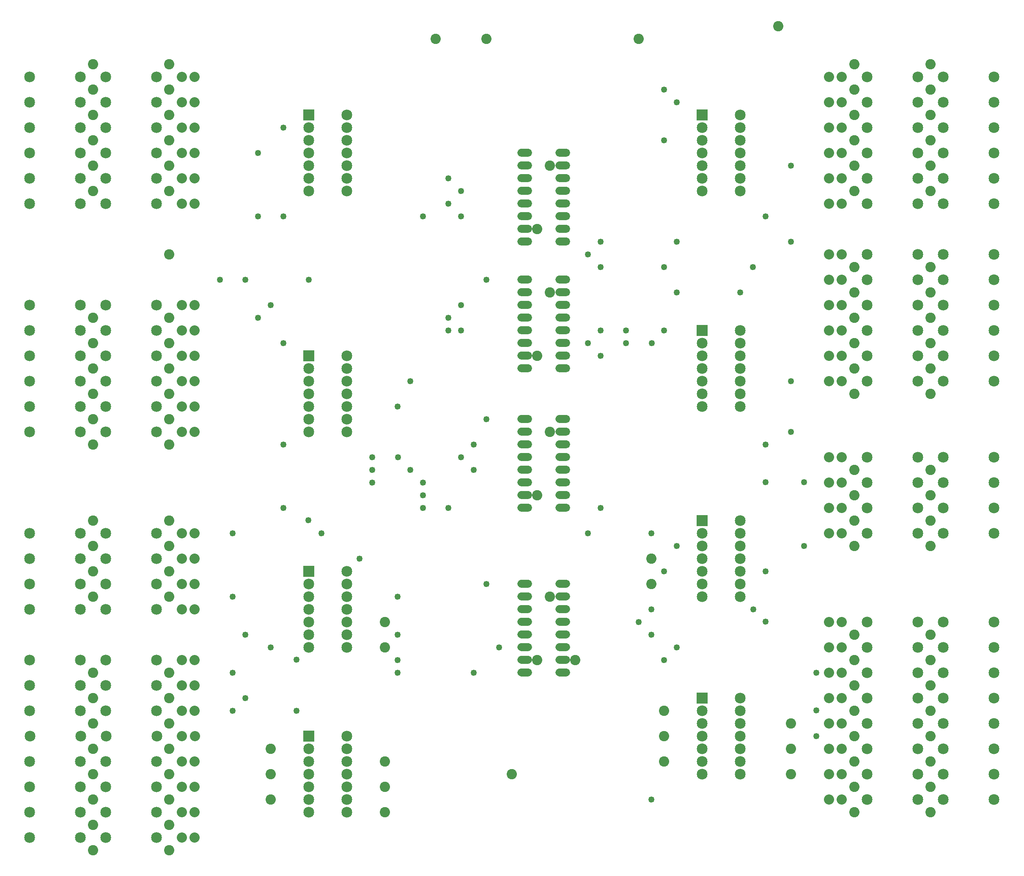
<source format=gts>
G04 MADE WITH FRITZING*
G04 WWW.FRITZING.ORG*
G04 DOUBLE SIDED*
G04 HOLES PLATED*
G04 CONTOUR ON CENTER OF CONTOUR VECTOR*
%ASAXBY*%
%FSLAX23Y23*%
%MOIN*%
%OFA0B0*%
%SFA1.0B1.0*%
%ADD10C,0.062000*%
%ADD11C,0.085000*%
%ADD12C,0.080000*%
%ADD13C,0.080866*%
%ADD14C,0.049370*%
%ADD15R,0.085000X0.085000*%
%ADD16R,0.001000X0.001000*%
%LNMASK1*%
G90*
G70*
G54D10*
X4118Y2435D03*
X4118Y2335D03*
X4118Y2235D03*
X4118Y2135D03*
X4118Y2035D03*
X4118Y1935D03*
X4118Y1835D03*
X4118Y1735D03*
X4418Y1735D03*
X4418Y1835D03*
X4418Y1935D03*
X4418Y2035D03*
X4418Y2135D03*
X4418Y2235D03*
X4418Y2335D03*
X4418Y2435D03*
X4118Y2435D03*
X4118Y2335D03*
X4118Y2235D03*
X4118Y2135D03*
X4118Y2035D03*
X4118Y1935D03*
X4118Y1835D03*
X4118Y1735D03*
X4418Y1735D03*
X4418Y1835D03*
X4418Y1935D03*
X4418Y2035D03*
X4418Y2135D03*
X4418Y2235D03*
X4418Y2335D03*
X4418Y2435D03*
X4118Y3735D03*
X4118Y3635D03*
X4118Y3535D03*
X4118Y3435D03*
X4118Y3335D03*
X4118Y3235D03*
X4118Y3135D03*
X4118Y3035D03*
X4418Y3035D03*
X4418Y3135D03*
X4418Y3235D03*
X4418Y3335D03*
X4418Y3435D03*
X4418Y3535D03*
X4418Y3635D03*
X4418Y3735D03*
X4118Y3735D03*
X4118Y3635D03*
X4118Y3535D03*
X4118Y3435D03*
X4118Y3335D03*
X4118Y3235D03*
X4118Y3135D03*
X4118Y3035D03*
X4418Y3035D03*
X4418Y3135D03*
X4418Y3235D03*
X4418Y3335D03*
X4418Y3435D03*
X4418Y3535D03*
X4418Y3635D03*
X4418Y3735D03*
X4118Y4835D03*
X4118Y4735D03*
X4118Y4635D03*
X4118Y4535D03*
X4118Y4435D03*
X4118Y4335D03*
X4118Y4235D03*
X4118Y4135D03*
X4418Y4135D03*
X4418Y4235D03*
X4418Y4335D03*
X4418Y4435D03*
X4418Y4535D03*
X4418Y4635D03*
X4418Y4735D03*
X4418Y4835D03*
X4118Y4835D03*
X4118Y4735D03*
X4118Y4635D03*
X4118Y4535D03*
X4118Y4435D03*
X4118Y4335D03*
X4118Y4235D03*
X4118Y4135D03*
X4418Y4135D03*
X4418Y4235D03*
X4418Y4335D03*
X4418Y4435D03*
X4418Y4535D03*
X4418Y4635D03*
X4418Y4735D03*
X4418Y4835D03*
X4118Y5835D03*
X4118Y5735D03*
X4118Y5635D03*
X4118Y5535D03*
X4118Y5435D03*
X4118Y5335D03*
X4118Y5235D03*
X4118Y5135D03*
X4418Y5135D03*
X4418Y5235D03*
X4418Y5335D03*
X4418Y5435D03*
X4418Y5535D03*
X4418Y5635D03*
X4418Y5735D03*
X4418Y5835D03*
X4118Y5835D03*
X4118Y5735D03*
X4118Y5635D03*
X4118Y5535D03*
X4118Y5435D03*
X4118Y5335D03*
X4118Y5235D03*
X4118Y5135D03*
X4418Y5135D03*
X4418Y5235D03*
X4418Y5335D03*
X4418Y5435D03*
X4418Y5535D03*
X4418Y5635D03*
X4418Y5735D03*
X4418Y5835D03*
G54D11*
X2418Y2535D03*
X2718Y2535D03*
X2418Y2435D03*
X2718Y2435D03*
X2418Y2335D03*
X2718Y2335D03*
X2418Y2235D03*
X2718Y2235D03*
X2418Y2135D03*
X2718Y2135D03*
X2418Y2035D03*
X2718Y2035D03*
X2418Y1935D03*
X2718Y1935D03*
X5518Y1535D03*
X5818Y1535D03*
X5518Y1435D03*
X5818Y1435D03*
X5518Y1335D03*
X5818Y1335D03*
X5518Y1235D03*
X5818Y1235D03*
X5518Y1135D03*
X5818Y1135D03*
X5518Y1035D03*
X5818Y1035D03*
X5518Y935D03*
X5818Y935D03*
X5518Y2935D03*
X5818Y2935D03*
X5518Y2835D03*
X5818Y2835D03*
X5518Y2735D03*
X5818Y2735D03*
X5518Y2635D03*
X5818Y2635D03*
X5518Y2535D03*
X5818Y2535D03*
X5518Y2435D03*
X5818Y2435D03*
X5518Y2335D03*
X5818Y2335D03*
X5518Y4435D03*
X5818Y4435D03*
X5518Y4335D03*
X5818Y4335D03*
X5518Y4235D03*
X5818Y4235D03*
X5518Y4135D03*
X5818Y4135D03*
X5518Y4035D03*
X5818Y4035D03*
X5518Y3935D03*
X5818Y3935D03*
X5518Y3835D03*
X5818Y3835D03*
X5518Y6135D03*
X5818Y6135D03*
X5518Y6035D03*
X5818Y6035D03*
X5518Y5935D03*
X5818Y5935D03*
X5518Y5835D03*
X5818Y5835D03*
X5518Y5735D03*
X5818Y5735D03*
X5518Y5635D03*
X5818Y5635D03*
X5518Y5535D03*
X5818Y5535D03*
X2418Y1235D03*
X2718Y1235D03*
X2418Y1135D03*
X2718Y1135D03*
X2418Y1035D03*
X2718Y1035D03*
X2418Y935D03*
X2718Y935D03*
X2418Y835D03*
X2718Y835D03*
X2418Y735D03*
X2718Y735D03*
X2418Y635D03*
X2718Y635D03*
X2418Y4235D03*
X2718Y4235D03*
X2418Y4135D03*
X2718Y4135D03*
X2418Y4035D03*
X2718Y4035D03*
X2418Y3935D03*
X2718Y3935D03*
X2418Y3835D03*
X2718Y3835D03*
X2418Y3735D03*
X2718Y3735D03*
X2418Y3635D03*
X2718Y3635D03*
X2418Y6135D03*
X2718Y6135D03*
X2418Y6035D03*
X2718Y6035D03*
X2418Y5935D03*
X2718Y5935D03*
X2418Y5835D03*
X2718Y5835D03*
X2418Y5735D03*
X2718Y5735D03*
X2418Y5635D03*
X2718Y5635D03*
X2418Y5535D03*
X2718Y5535D03*
G54D12*
X6518Y6435D03*
X6618Y6435D03*
X6518Y6235D03*
X6618Y6235D03*
X6518Y6035D03*
X6618Y6035D03*
X6518Y5835D03*
X6618Y5835D03*
X6518Y5635D03*
X6618Y5635D03*
X6518Y5435D03*
X6618Y5435D03*
X6518Y5035D03*
X6618Y5035D03*
X6518Y4835D03*
X6618Y4835D03*
X6518Y4635D03*
X6618Y4635D03*
X6518Y4435D03*
X6618Y4435D03*
X6518Y4235D03*
X6618Y4235D03*
X6518Y4035D03*
X6618Y4035D03*
X6518Y735D03*
X6618Y735D03*
X6518Y935D03*
X6618Y935D03*
X6518Y1135D03*
X6618Y1135D03*
X6518Y1335D03*
X6618Y1335D03*
X6518Y1535D03*
X6618Y1535D03*
X6518Y1735D03*
X6618Y1735D03*
X6518Y1935D03*
X6618Y1935D03*
X6518Y2135D03*
X6618Y2135D03*
X6518Y2835D03*
X6618Y2835D03*
X6518Y3035D03*
X6618Y3035D03*
X6518Y3235D03*
X6618Y3235D03*
X6518Y3435D03*
X6618Y3435D03*
X1418Y6435D03*
X1518Y6435D03*
X1418Y6235D03*
X1518Y6235D03*
X1418Y3635D03*
X1518Y3635D03*
X1418Y6035D03*
X1518Y6035D03*
X1418Y5835D03*
X1518Y5835D03*
X1418Y5635D03*
X1518Y5635D03*
X1418Y5435D03*
X1518Y5435D03*
X1418Y4635D03*
X1518Y4635D03*
X1418Y4435D03*
X1518Y4435D03*
X1418Y4235D03*
X1518Y4235D03*
X1418Y4035D03*
X1518Y4035D03*
X1418Y3835D03*
X1518Y3835D03*
X1418Y2835D03*
X1518Y2835D03*
X1418Y2635D03*
X1518Y2635D03*
X1418Y2435D03*
X1518Y2435D03*
X1418Y2235D03*
X1518Y2235D03*
X1418Y1835D03*
X1518Y1835D03*
X1418Y1635D03*
X1518Y1635D03*
X1418Y1435D03*
X1518Y1435D03*
X1418Y1235D03*
X1519Y1235D03*
X1418Y1035D03*
X1518Y1035D03*
X1418Y835D03*
X1518Y835D03*
X1418Y635D03*
X1518Y635D03*
X1418Y435D03*
X1518Y435D03*
G54D11*
X818Y435D03*
X1218Y435D03*
X218Y435D03*
X618Y435D03*
X218Y635D03*
X618Y635D03*
X218Y835D03*
X618Y835D03*
X218Y1035D03*
X618Y1035D03*
X219Y1235D03*
X619Y1235D03*
X218Y1435D03*
X618Y1435D03*
X218Y1635D03*
X618Y1635D03*
X218Y1835D03*
X618Y1835D03*
X218Y2235D03*
X618Y2235D03*
X218Y2435D03*
X618Y2435D03*
X218Y2635D03*
X618Y2635D03*
X218Y2835D03*
X618Y2835D03*
X218Y3635D03*
X618Y3635D03*
X218Y3835D03*
X618Y3835D03*
X218Y4035D03*
X618Y4035D03*
X218Y4235D03*
X618Y4235D03*
X218Y4435D03*
X618Y4435D03*
X218Y4635D03*
X618Y4635D03*
X218Y5435D03*
X618Y5435D03*
X218Y5635D03*
X618Y5635D03*
X218Y5835D03*
X618Y5835D03*
X218Y6035D03*
X618Y6035D03*
X218Y6235D03*
X618Y6235D03*
X218Y6435D03*
X618Y6435D03*
X7418Y735D03*
X7818Y735D03*
X7418Y935D03*
X7818Y935D03*
X7418Y1135D03*
X7818Y1135D03*
X7418Y1335D03*
X7818Y1335D03*
X7418Y1535D03*
X7818Y1535D03*
X7418Y1735D03*
X7818Y1735D03*
X7418Y1935D03*
X7818Y1935D03*
X7418Y2135D03*
X7818Y2135D03*
X7418Y2835D03*
X7818Y2835D03*
X7418Y3035D03*
X7818Y3035D03*
X7418Y3235D03*
X7818Y3235D03*
X7418Y3435D03*
X7818Y3435D03*
X7418Y4035D03*
X7818Y4035D03*
X7418Y4235D03*
X7818Y4235D03*
X7418Y4435D03*
X7818Y4435D03*
X7418Y4635D03*
X7818Y4635D03*
X7418Y4835D03*
X7818Y4835D03*
X7418Y5035D03*
X7818Y5035D03*
X7418Y5435D03*
X7818Y5435D03*
X7418Y5635D03*
X7818Y5635D03*
X7418Y5835D03*
X7818Y5835D03*
X7418Y6035D03*
X7818Y6035D03*
X7418Y6235D03*
X7818Y6235D03*
X7418Y6435D03*
X7818Y6435D03*
X818Y635D03*
X1218Y635D03*
X818Y835D03*
X1218Y835D03*
X818Y1035D03*
X1218Y1035D03*
X819Y1235D03*
X1219Y1235D03*
X818Y1435D03*
X1218Y1435D03*
X818Y1635D03*
X1218Y1635D03*
X818Y1835D03*
X1218Y1835D03*
X818Y2235D03*
X1218Y2235D03*
X818Y2435D03*
X1218Y2435D03*
X818Y2635D03*
X1218Y2635D03*
X818Y2835D03*
X1218Y2835D03*
X818Y3635D03*
X1218Y3635D03*
X818Y3835D03*
X1218Y3835D03*
X818Y4035D03*
X1218Y4035D03*
X818Y4235D03*
X1218Y4235D03*
X818Y4435D03*
X1218Y4435D03*
X818Y4635D03*
X1218Y4635D03*
X818Y5435D03*
X1218Y5435D03*
X818Y5635D03*
X1218Y5635D03*
X818Y5835D03*
X1218Y5835D03*
X818Y6035D03*
X1218Y6035D03*
X818Y6235D03*
X1218Y6235D03*
X818Y6435D03*
X1218Y6435D03*
X6818Y735D03*
X7218Y735D03*
X6818Y935D03*
X7218Y935D03*
X6818Y1135D03*
X7218Y1135D03*
X6818Y1335D03*
X7218Y1335D03*
X6818Y1535D03*
X7218Y1535D03*
X6818Y1735D03*
X7218Y1735D03*
X6818Y1935D03*
X7218Y1935D03*
X6818Y2135D03*
X7218Y2135D03*
X6818Y2835D03*
X7218Y2835D03*
X6818Y3035D03*
X7218Y3035D03*
X6818Y3235D03*
X7218Y3235D03*
X6818Y3435D03*
X7218Y3435D03*
X6818Y4035D03*
X7218Y4035D03*
X6818Y4235D03*
X7218Y4235D03*
X6818Y4435D03*
X7218Y4435D03*
X6818Y4635D03*
X7218Y4635D03*
X6818Y4835D03*
X7218Y4835D03*
X6818Y5035D03*
X7218Y5035D03*
X6818Y5435D03*
X7218Y5435D03*
X6818Y5635D03*
X7218Y5635D03*
X6818Y5835D03*
X7218Y5835D03*
X6818Y6035D03*
X7218Y6035D03*
X6818Y6235D03*
X7218Y6235D03*
X6818Y6435D03*
X7218Y6435D03*
G54D13*
X3018Y1035D03*
X3018Y835D03*
X3018Y635D03*
X2118Y735D03*
X2118Y935D03*
X2118Y1135D03*
X4318Y5735D03*
X4218Y5235D03*
X4318Y4735D03*
X4218Y4235D03*
X4318Y3635D03*
X4218Y3135D03*
X4318Y2335D03*
X4518Y1835D03*
X4218Y1835D03*
X3018Y1935D03*
X3018Y2135D03*
X5118Y2635D03*
X6218Y935D03*
X6218Y1135D03*
X6218Y1335D03*
X5218Y1035D03*
X5218Y1235D03*
X5218Y1435D03*
X5118Y2435D03*
X5018Y6735D03*
X3818Y6735D03*
X3418Y6735D03*
X1318Y335D03*
X1318Y535D03*
X1318Y735D03*
X1318Y935D03*
X1318Y1135D03*
X1318Y1335D03*
X1318Y1535D03*
X1318Y1735D03*
X1318Y2335D03*
X1318Y2535D03*
X1318Y2735D03*
X1318Y2935D03*
X1318Y3535D03*
X1318Y3735D03*
X1318Y3935D03*
X1318Y4135D03*
X1318Y4335D03*
X1318Y4535D03*
X1318Y5535D03*
X1318Y5735D03*
X1318Y5935D03*
X1318Y6135D03*
X1318Y6335D03*
X1318Y6535D03*
X6718Y635D03*
X6718Y835D03*
X6718Y1035D03*
X6718Y1235D03*
X6718Y1435D03*
X6718Y1635D03*
X6718Y1835D03*
X6718Y2035D03*
X6718Y2735D03*
X6718Y2935D03*
X6718Y3135D03*
X6718Y3335D03*
X6718Y3935D03*
X6718Y4135D03*
X6718Y4335D03*
X6718Y4535D03*
X6718Y4735D03*
X6718Y4935D03*
X6718Y5535D03*
X6718Y5735D03*
X6718Y5935D03*
X6718Y6135D03*
X6718Y6335D03*
X6718Y6535D03*
X1318Y5035D03*
X4018Y935D03*
X6118Y6835D03*
X718Y335D03*
X718Y535D03*
X718Y735D03*
X718Y935D03*
X718Y1135D03*
X718Y1335D03*
X718Y1535D03*
X718Y1735D03*
X718Y2335D03*
X718Y2535D03*
X718Y2735D03*
X718Y2935D03*
X718Y3535D03*
X718Y3735D03*
X718Y3935D03*
X718Y4135D03*
X718Y4335D03*
X718Y4535D03*
X718Y5535D03*
X718Y5735D03*
X718Y5935D03*
X718Y6135D03*
X718Y6335D03*
X718Y6535D03*
X7318Y635D03*
X7318Y835D03*
X7318Y1035D03*
X7318Y1235D03*
X7318Y1435D03*
X7318Y1635D03*
X7318Y1835D03*
X7318Y2035D03*
X7318Y2735D03*
X7318Y2935D03*
X7318Y3135D03*
X7318Y3335D03*
X7318Y3935D03*
X7318Y4135D03*
X7318Y4335D03*
X7318Y4535D03*
X7318Y4735D03*
X7318Y4935D03*
X7318Y5535D03*
X7318Y5735D03*
X7318Y5935D03*
X7318Y6135D03*
X7318Y6335D03*
X7318Y6535D03*
G54D14*
X5318Y6235D03*
X5218Y5935D03*
X6218Y5735D03*
X4618Y5035D03*
X6218Y5135D03*
X5318Y5135D03*
X5918Y4935D03*
X5218Y4935D03*
X4718Y4935D03*
X4718Y5135D03*
X5818Y4735D03*
X5318Y4732D03*
X5218Y4435D03*
X4918Y4435D03*
X5120Y4335D03*
X4718Y4435D03*
X4618Y4335D03*
X4916Y4335D03*
X6018Y5335D03*
X4718Y3035D03*
X4718Y4235D03*
X6218Y4035D03*
X6218Y3635D03*
X6018Y3535D03*
X6016Y2535D03*
X6016Y2137D03*
X5118Y2035D03*
X5919Y2234D03*
X6320Y2734D03*
X6016Y3237D03*
X6320Y3237D03*
X5318Y1935D03*
X5318Y2735D03*
X5218Y2535D03*
X5218Y1835D03*
X5118Y2235D03*
X5018Y2135D03*
X5118Y2835D03*
X4618Y2835D03*
X6418Y1735D03*
X6417Y1436D03*
X6417Y1235D03*
X5118Y735D03*
X3518Y5635D03*
X3518Y5435D03*
X3618Y5535D03*
X2218Y6035D03*
X2218Y5335D03*
X3318Y5335D03*
X3618Y5335D03*
X2118Y4635D03*
X2017Y4533D03*
X3518Y4535D03*
X3618Y4635D03*
X2018Y5835D03*
X2018Y5335D03*
X1718Y4835D03*
X2418Y4835D03*
X1918Y4835D03*
X2218Y4335D03*
X3618Y4435D03*
X3518Y4435D03*
X2218Y3535D03*
X3518Y3035D03*
X2218Y3035D03*
X3318Y3035D03*
X3718Y3335D03*
X3318Y3135D03*
X3118Y3835D03*
X3618Y3435D03*
X3718Y3535D03*
X3218Y4035D03*
X1918Y2035D03*
X1918Y1535D03*
X2118Y1935D03*
X3118Y1735D03*
X3718Y1735D03*
X1818Y2335D03*
X2818Y2635D03*
X1818Y2835D03*
X2518Y2833D03*
X2415Y2937D03*
X3918Y1935D03*
X3118Y2335D03*
X1818Y1735D03*
X1818Y1435D03*
X2319Y1435D03*
X3118Y2035D03*
X3818Y3735D03*
X3818Y2435D03*
X3120Y3435D03*
X3217Y3334D03*
X3317Y3234D03*
X2918Y3433D03*
X2918Y3335D03*
X2918Y3235D03*
X5218Y6335D03*
X3118Y1835D03*
X2320Y1837D03*
X3818Y4835D03*
G54D15*
X2418Y2535D03*
X5518Y1535D03*
X5518Y2935D03*
X5518Y4435D03*
X5518Y6135D03*
X2418Y1235D03*
X2418Y4235D03*
X2418Y6135D03*
G54D16*
X4092Y5866D02*
X4145Y5866D01*
X4392Y5866D02*
X4445Y5866D01*
X4085Y5865D02*
X4152Y5865D01*
X4385Y5865D02*
X4452Y5865D01*
X4082Y5864D02*
X4155Y5864D01*
X4382Y5864D02*
X4455Y5864D01*
X4080Y5863D02*
X4157Y5863D01*
X4380Y5863D02*
X4457Y5863D01*
X4078Y5862D02*
X4159Y5862D01*
X4378Y5862D02*
X4459Y5862D01*
X4076Y5861D02*
X4161Y5861D01*
X4376Y5861D02*
X4461Y5861D01*
X4075Y5860D02*
X4162Y5860D01*
X4375Y5860D02*
X4462Y5860D01*
X4073Y5859D02*
X4164Y5859D01*
X4373Y5859D02*
X4464Y5859D01*
X4072Y5858D02*
X4165Y5858D01*
X4372Y5858D02*
X4465Y5858D01*
X4071Y5857D02*
X4166Y5857D01*
X4371Y5857D02*
X4466Y5857D01*
X4070Y5856D02*
X4167Y5856D01*
X4370Y5856D02*
X4467Y5856D01*
X4069Y5855D02*
X4168Y5855D01*
X4369Y5855D02*
X4468Y5855D01*
X4069Y5854D02*
X4169Y5854D01*
X4369Y5854D02*
X4469Y5854D01*
X4068Y5853D02*
X4169Y5853D01*
X4368Y5853D02*
X4469Y5853D01*
X4067Y5852D02*
X4170Y5852D01*
X4367Y5852D02*
X4470Y5852D01*
X4067Y5851D02*
X4171Y5851D01*
X4367Y5851D02*
X4471Y5851D01*
X4066Y5850D02*
X4171Y5850D01*
X4366Y5850D02*
X4471Y5850D01*
X4065Y5849D02*
X4172Y5849D01*
X4365Y5849D02*
X4472Y5849D01*
X4065Y5848D02*
X4172Y5848D01*
X4365Y5848D02*
X4472Y5848D01*
X4065Y5847D02*
X4173Y5847D01*
X4365Y5847D02*
X4473Y5847D01*
X4064Y5846D02*
X4117Y5846D01*
X4120Y5846D02*
X4173Y5846D01*
X4364Y5846D02*
X4417Y5846D01*
X4420Y5846D02*
X4473Y5846D01*
X4064Y5845D02*
X4113Y5845D01*
X4124Y5845D02*
X4173Y5845D01*
X4364Y5845D02*
X4413Y5845D01*
X4424Y5845D02*
X4473Y5845D01*
X4063Y5844D02*
X4112Y5844D01*
X4125Y5844D02*
X4174Y5844D01*
X4363Y5844D02*
X4412Y5844D01*
X4425Y5844D02*
X4474Y5844D01*
X4063Y5843D02*
X4110Y5843D01*
X4127Y5843D02*
X4174Y5843D01*
X4363Y5843D02*
X4410Y5843D01*
X4427Y5843D02*
X4474Y5843D01*
X4063Y5842D02*
X4110Y5842D01*
X4128Y5842D02*
X4174Y5842D01*
X4363Y5842D02*
X4410Y5842D01*
X4428Y5842D02*
X4474Y5842D01*
X4063Y5841D02*
X4109Y5841D01*
X4128Y5841D02*
X4174Y5841D01*
X4363Y5841D02*
X4409Y5841D01*
X4428Y5841D02*
X4474Y5841D01*
X4063Y5840D02*
X4108Y5840D01*
X4129Y5840D02*
X4175Y5840D01*
X4363Y5840D02*
X4408Y5840D01*
X4429Y5840D02*
X4475Y5840D01*
X4062Y5839D02*
X4108Y5839D01*
X4129Y5839D02*
X4175Y5839D01*
X4362Y5839D02*
X4408Y5839D01*
X4429Y5839D02*
X4475Y5839D01*
X4062Y5838D02*
X4107Y5838D01*
X4130Y5838D02*
X4175Y5838D01*
X4362Y5838D02*
X4407Y5838D01*
X4430Y5838D02*
X4475Y5838D01*
X4062Y5837D02*
X4107Y5837D01*
X4130Y5837D02*
X4175Y5837D01*
X4362Y5837D02*
X4407Y5837D01*
X4430Y5837D02*
X4475Y5837D01*
X4062Y5836D02*
X4107Y5836D01*
X4130Y5836D02*
X4175Y5836D01*
X4362Y5836D02*
X4407Y5836D01*
X4430Y5836D02*
X4475Y5836D01*
X4062Y5835D02*
X4107Y5835D01*
X4130Y5835D02*
X4175Y5835D01*
X4362Y5835D02*
X4407Y5835D01*
X4430Y5835D02*
X4475Y5835D01*
X4062Y5834D02*
X4107Y5834D01*
X4130Y5834D02*
X4175Y5834D01*
X4362Y5834D02*
X4407Y5834D01*
X4430Y5834D02*
X4475Y5834D01*
X4062Y5833D02*
X4107Y5833D01*
X4130Y5833D02*
X4175Y5833D01*
X4362Y5833D02*
X4407Y5833D01*
X4430Y5833D02*
X4475Y5833D01*
X4062Y5832D02*
X4107Y5832D01*
X4130Y5832D02*
X4175Y5832D01*
X4362Y5832D02*
X4407Y5832D01*
X4430Y5832D02*
X4475Y5832D01*
X4062Y5831D02*
X4108Y5831D01*
X4129Y5831D02*
X4175Y5831D01*
X4362Y5831D02*
X4408Y5831D01*
X4429Y5831D02*
X4475Y5831D01*
X4063Y5830D02*
X4108Y5830D01*
X4129Y5830D02*
X4175Y5830D01*
X4363Y5830D02*
X4408Y5830D01*
X4429Y5830D02*
X4475Y5830D01*
X4063Y5829D02*
X4109Y5829D01*
X4128Y5829D02*
X4174Y5829D01*
X4363Y5829D02*
X4409Y5829D01*
X4428Y5829D02*
X4474Y5829D01*
X4063Y5828D02*
X4110Y5828D01*
X4127Y5828D02*
X4174Y5828D01*
X4363Y5828D02*
X4410Y5828D01*
X4427Y5828D02*
X4474Y5828D01*
X4063Y5827D02*
X4111Y5827D01*
X4126Y5827D02*
X4174Y5827D01*
X4363Y5827D02*
X4411Y5827D01*
X4426Y5827D02*
X4474Y5827D01*
X4064Y5826D02*
X4112Y5826D01*
X4125Y5826D02*
X4174Y5826D01*
X4363Y5826D02*
X4412Y5826D01*
X4425Y5826D02*
X4474Y5826D01*
X4064Y5825D02*
X4114Y5825D01*
X4124Y5825D02*
X4173Y5825D01*
X4364Y5825D02*
X4413Y5825D01*
X4424Y5825D02*
X4473Y5825D01*
X4064Y5824D02*
X4173Y5824D01*
X4364Y5824D02*
X4473Y5824D01*
X4065Y5823D02*
X4173Y5823D01*
X4365Y5823D02*
X4472Y5823D01*
X4065Y5822D02*
X4172Y5822D01*
X4365Y5822D02*
X4472Y5822D01*
X4066Y5821D02*
X4172Y5821D01*
X4366Y5821D02*
X4472Y5821D01*
X4066Y5820D02*
X4171Y5820D01*
X4366Y5820D02*
X4471Y5820D01*
X4067Y5819D02*
X4170Y5819D01*
X4367Y5819D02*
X4470Y5819D01*
X4067Y5818D02*
X4170Y5818D01*
X4367Y5818D02*
X4470Y5818D01*
X4068Y5817D02*
X4169Y5817D01*
X4368Y5817D02*
X4469Y5817D01*
X4069Y5816D02*
X4168Y5816D01*
X4369Y5816D02*
X4468Y5816D01*
X4069Y5815D02*
X4168Y5815D01*
X4369Y5815D02*
X4468Y5815D01*
X4070Y5814D02*
X4167Y5814D01*
X4370Y5814D02*
X4467Y5814D01*
X4071Y5813D02*
X4166Y5813D01*
X4371Y5813D02*
X4466Y5813D01*
X4072Y5812D02*
X4165Y5812D01*
X4372Y5812D02*
X4465Y5812D01*
X4074Y5811D02*
X4164Y5811D01*
X4374Y5811D02*
X4464Y5811D01*
X4075Y5810D02*
X4162Y5810D01*
X4375Y5810D02*
X4462Y5810D01*
X4076Y5809D02*
X4161Y5809D01*
X4376Y5809D02*
X4461Y5809D01*
X4078Y5808D02*
X4159Y5808D01*
X4378Y5808D02*
X4459Y5808D01*
X4080Y5807D02*
X4157Y5807D01*
X4380Y5807D02*
X4457Y5807D01*
X4083Y5806D02*
X4154Y5806D01*
X4383Y5806D02*
X4454Y5806D01*
X4086Y5805D02*
X4151Y5805D01*
X4386Y5805D02*
X4451Y5805D01*
X4092Y5766D02*
X4146Y5766D01*
X4392Y5766D02*
X4446Y5766D01*
X4085Y5765D02*
X4152Y5765D01*
X4385Y5765D02*
X4452Y5765D01*
X4082Y5764D02*
X4155Y5764D01*
X4382Y5764D02*
X4455Y5764D01*
X4080Y5763D02*
X4157Y5763D01*
X4380Y5763D02*
X4457Y5763D01*
X4078Y5762D02*
X4159Y5762D01*
X4378Y5762D02*
X4459Y5762D01*
X4076Y5761D02*
X4161Y5761D01*
X4376Y5761D02*
X4461Y5761D01*
X4075Y5760D02*
X4162Y5760D01*
X4375Y5760D02*
X4462Y5760D01*
X4073Y5759D02*
X4164Y5759D01*
X4373Y5759D02*
X4464Y5759D01*
X4072Y5758D02*
X4165Y5758D01*
X4372Y5758D02*
X4465Y5758D01*
X4071Y5757D02*
X4166Y5757D01*
X4371Y5757D02*
X4466Y5757D01*
X4070Y5756D02*
X4167Y5756D01*
X4370Y5756D02*
X4467Y5756D01*
X4069Y5755D02*
X4168Y5755D01*
X4369Y5755D02*
X4468Y5755D01*
X4069Y5754D02*
X4169Y5754D01*
X4369Y5754D02*
X4469Y5754D01*
X4068Y5753D02*
X4169Y5753D01*
X4368Y5753D02*
X4469Y5753D01*
X4067Y5752D02*
X4170Y5752D01*
X4367Y5752D02*
X4470Y5752D01*
X4067Y5751D02*
X4171Y5751D01*
X4367Y5751D02*
X4471Y5751D01*
X4066Y5750D02*
X4171Y5750D01*
X4366Y5750D02*
X4471Y5750D01*
X4065Y5749D02*
X4172Y5749D01*
X4365Y5749D02*
X4472Y5749D01*
X4065Y5748D02*
X4172Y5748D01*
X4365Y5748D02*
X4472Y5748D01*
X4065Y5747D02*
X4173Y5747D01*
X4365Y5747D02*
X4473Y5747D01*
X4064Y5746D02*
X4117Y5746D01*
X4120Y5746D02*
X4173Y5746D01*
X4364Y5746D02*
X4417Y5746D01*
X4420Y5746D02*
X4473Y5746D01*
X4064Y5745D02*
X4113Y5745D01*
X4124Y5745D02*
X4173Y5745D01*
X4364Y5745D02*
X4413Y5745D01*
X4424Y5745D02*
X4473Y5745D01*
X4063Y5744D02*
X4112Y5744D01*
X4125Y5744D02*
X4174Y5744D01*
X4363Y5744D02*
X4412Y5744D01*
X4425Y5744D02*
X4474Y5744D01*
X4063Y5743D02*
X4110Y5743D01*
X4127Y5743D02*
X4174Y5743D01*
X4363Y5743D02*
X4410Y5743D01*
X4427Y5743D02*
X4474Y5743D01*
X4063Y5742D02*
X4110Y5742D01*
X4128Y5742D02*
X4174Y5742D01*
X4363Y5742D02*
X4410Y5742D01*
X4428Y5742D02*
X4474Y5742D01*
X4063Y5741D02*
X4109Y5741D01*
X4128Y5741D02*
X4174Y5741D01*
X4363Y5741D02*
X4409Y5741D01*
X4428Y5741D02*
X4474Y5741D01*
X4063Y5740D02*
X4108Y5740D01*
X4129Y5740D02*
X4175Y5740D01*
X4363Y5740D02*
X4408Y5740D01*
X4429Y5740D02*
X4475Y5740D01*
X4062Y5739D02*
X4108Y5739D01*
X4129Y5739D02*
X4175Y5739D01*
X4362Y5739D02*
X4408Y5739D01*
X4429Y5739D02*
X4475Y5739D01*
X4062Y5738D02*
X4107Y5738D01*
X4130Y5738D02*
X4175Y5738D01*
X4362Y5738D02*
X4407Y5738D01*
X4430Y5738D02*
X4475Y5738D01*
X4062Y5737D02*
X4107Y5737D01*
X4130Y5737D02*
X4175Y5737D01*
X4362Y5737D02*
X4407Y5737D01*
X4430Y5737D02*
X4475Y5737D01*
X4062Y5736D02*
X4107Y5736D01*
X4130Y5736D02*
X4175Y5736D01*
X4362Y5736D02*
X4407Y5736D01*
X4430Y5736D02*
X4475Y5736D01*
X4062Y5735D02*
X4107Y5735D01*
X4130Y5735D02*
X4175Y5735D01*
X4362Y5735D02*
X4407Y5735D01*
X4430Y5735D02*
X4475Y5735D01*
X4062Y5734D02*
X4107Y5734D01*
X4130Y5734D02*
X4175Y5734D01*
X4362Y5734D02*
X4407Y5734D01*
X4430Y5734D02*
X4475Y5734D01*
X4062Y5733D02*
X4107Y5733D01*
X4130Y5733D02*
X4175Y5733D01*
X4362Y5733D02*
X4407Y5733D01*
X4430Y5733D02*
X4475Y5733D01*
X4062Y5732D02*
X4107Y5732D01*
X4130Y5732D02*
X4175Y5732D01*
X4362Y5732D02*
X4407Y5732D01*
X4430Y5732D02*
X4475Y5732D01*
X4062Y5731D02*
X4108Y5731D01*
X4129Y5731D02*
X4175Y5731D01*
X4362Y5731D02*
X4408Y5731D01*
X4429Y5731D02*
X4475Y5731D01*
X4063Y5730D02*
X4108Y5730D01*
X4129Y5730D02*
X4175Y5730D01*
X4363Y5730D02*
X4408Y5730D01*
X4429Y5730D02*
X4475Y5730D01*
X4063Y5729D02*
X4109Y5729D01*
X4128Y5729D02*
X4174Y5729D01*
X4363Y5729D02*
X4409Y5729D01*
X4428Y5729D02*
X4474Y5729D01*
X4063Y5728D02*
X4110Y5728D01*
X4127Y5728D02*
X4174Y5728D01*
X4363Y5728D02*
X4410Y5728D01*
X4427Y5728D02*
X4474Y5728D01*
X4063Y5727D02*
X4111Y5727D01*
X4126Y5727D02*
X4174Y5727D01*
X4363Y5727D02*
X4411Y5727D01*
X4426Y5727D02*
X4474Y5727D01*
X4064Y5726D02*
X4112Y5726D01*
X4125Y5726D02*
X4174Y5726D01*
X4363Y5726D02*
X4412Y5726D01*
X4425Y5726D02*
X4474Y5726D01*
X4064Y5725D02*
X4114Y5725D01*
X4124Y5725D02*
X4173Y5725D01*
X4364Y5725D02*
X4413Y5725D01*
X4424Y5725D02*
X4473Y5725D01*
X4064Y5724D02*
X4173Y5724D01*
X4364Y5724D02*
X4473Y5724D01*
X4065Y5723D02*
X4173Y5723D01*
X4365Y5723D02*
X4472Y5723D01*
X4065Y5722D02*
X4172Y5722D01*
X4365Y5722D02*
X4472Y5722D01*
X4066Y5721D02*
X4172Y5721D01*
X4366Y5721D02*
X4472Y5721D01*
X4066Y5720D02*
X4171Y5720D01*
X4366Y5720D02*
X4471Y5720D01*
X4067Y5719D02*
X4170Y5719D01*
X4367Y5719D02*
X4470Y5719D01*
X4067Y5718D02*
X4170Y5718D01*
X4367Y5718D02*
X4470Y5718D01*
X4068Y5717D02*
X4169Y5717D01*
X4368Y5717D02*
X4469Y5717D01*
X4069Y5716D02*
X4168Y5716D01*
X4369Y5716D02*
X4468Y5716D01*
X4069Y5715D02*
X4168Y5715D01*
X4369Y5715D02*
X4468Y5715D01*
X4070Y5714D02*
X4167Y5714D01*
X4370Y5714D02*
X4467Y5714D01*
X4071Y5713D02*
X4166Y5713D01*
X4371Y5713D02*
X4466Y5713D01*
X4072Y5712D02*
X4165Y5712D01*
X4372Y5712D02*
X4465Y5712D01*
X4074Y5711D02*
X4164Y5711D01*
X4374Y5711D02*
X4464Y5711D01*
X4075Y5710D02*
X4162Y5710D01*
X4375Y5710D02*
X4462Y5710D01*
X4076Y5709D02*
X4161Y5709D01*
X4376Y5709D02*
X4461Y5709D01*
X4078Y5708D02*
X4159Y5708D01*
X4378Y5708D02*
X4459Y5708D01*
X4080Y5707D02*
X4157Y5707D01*
X4380Y5707D02*
X4457Y5707D01*
X4083Y5706D02*
X4154Y5706D01*
X4383Y5706D02*
X4454Y5706D01*
X4086Y5705D02*
X4151Y5705D01*
X4386Y5705D02*
X4451Y5705D01*
X4092Y5666D02*
X4146Y5666D01*
X4392Y5666D02*
X4446Y5666D01*
X4085Y5665D02*
X4152Y5665D01*
X4385Y5665D02*
X4452Y5665D01*
X4082Y5664D02*
X4155Y5664D01*
X4382Y5664D02*
X4455Y5664D01*
X4080Y5663D02*
X4157Y5663D01*
X4380Y5663D02*
X4457Y5663D01*
X4078Y5662D02*
X4159Y5662D01*
X4378Y5662D02*
X4459Y5662D01*
X4076Y5661D02*
X4161Y5661D01*
X4376Y5661D02*
X4461Y5661D01*
X4075Y5660D02*
X4162Y5660D01*
X4375Y5660D02*
X4462Y5660D01*
X4073Y5659D02*
X4164Y5659D01*
X4373Y5659D02*
X4464Y5659D01*
X4072Y5658D02*
X4165Y5658D01*
X4372Y5658D02*
X4465Y5658D01*
X4071Y5657D02*
X4166Y5657D01*
X4371Y5657D02*
X4466Y5657D01*
X4070Y5656D02*
X4167Y5656D01*
X4370Y5656D02*
X4467Y5656D01*
X4069Y5655D02*
X4168Y5655D01*
X4369Y5655D02*
X4468Y5655D01*
X4069Y5654D02*
X4169Y5654D01*
X4369Y5654D02*
X4469Y5654D01*
X4068Y5653D02*
X4169Y5653D01*
X4368Y5653D02*
X4469Y5653D01*
X4067Y5652D02*
X4170Y5652D01*
X4367Y5652D02*
X4470Y5652D01*
X4067Y5651D02*
X4171Y5651D01*
X4367Y5651D02*
X4471Y5651D01*
X4066Y5650D02*
X4171Y5650D01*
X4366Y5650D02*
X4471Y5650D01*
X4065Y5649D02*
X4172Y5649D01*
X4365Y5649D02*
X4472Y5649D01*
X4065Y5648D02*
X4172Y5648D01*
X4365Y5648D02*
X4472Y5648D01*
X4065Y5647D02*
X4173Y5647D01*
X4365Y5647D02*
X4473Y5647D01*
X4064Y5646D02*
X4117Y5646D01*
X4120Y5646D02*
X4173Y5646D01*
X4364Y5646D02*
X4417Y5646D01*
X4420Y5646D02*
X4473Y5646D01*
X4064Y5645D02*
X4113Y5645D01*
X4124Y5645D02*
X4173Y5645D01*
X4364Y5645D02*
X4413Y5645D01*
X4424Y5645D02*
X4473Y5645D01*
X4063Y5644D02*
X4112Y5644D01*
X4126Y5644D02*
X4174Y5644D01*
X4363Y5644D02*
X4412Y5644D01*
X4425Y5644D02*
X4474Y5644D01*
X4063Y5643D02*
X4110Y5643D01*
X4127Y5643D02*
X4174Y5643D01*
X4363Y5643D02*
X4410Y5643D01*
X4427Y5643D02*
X4474Y5643D01*
X4063Y5642D02*
X4110Y5642D01*
X4128Y5642D02*
X4174Y5642D01*
X4363Y5642D02*
X4410Y5642D01*
X4428Y5642D02*
X4474Y5642D01*
X4063Y5641D02*
X4109Y5641D01*
X4128Y5641D02*
X4174Y5641D01*
X4363Y5641D02*
X4409Y5641D01*
X4428Y5641D02*
X4474Y5641D01*
X4063Y5640D02*
X4108Y5640D01*
X4129Y5640D02*
X4175Y5640D01*
X4363Y5640D02*
X4408Y5640D01*
X4429Y5640D02*
X4475Y5640D01*
X4062Y5639D02*
X4108Y5639D01*
X4129Y5639D02*
X4175Y5639D01*
X4362Y5639D02*
X4408Y5639D01*
X4429Y5639D02*
X4475Y5639D01*
X4062Y5638D02*
X4107Y5638D01*
X4130Y5638D02*
X4175Y5638D01*
X4362Y5638D02*
X4407Y5638D01*
X4430Y5638D02*
X4475Y5638D01*
X4062Y5637D02*
X4107Y5637D01*
X4130Y5637D02*
X4175Y5637D01*
X4362Y5637D02*
X4407Y5637D01*
X4430Y5637D02*
X4475Y5637D01*
X4062Y5636D02*
X4107Y5636D01*
X4130Y5636D02*
X4175Y5636D01*
X4362Y5636D02*
X4407Y5636D01*
X4430Y5636D02*
X4475Y5636D01*
X4062Y5635D02*
X4107Y5635D01*
X4130Y5635D02*
X4175Y5635D01*
X4362Y5635D02*
X4407Y5635D01*
X4430Y5635D02*
X4475Y5635D01*
X4062Y5634D02*
X4107Y5634D01*
X4130Y5634D02*
X4175Y5634D01*
X4362Y5634D02*
X4407Y5634D01*
X4430Y5634D02*
X4475Y5634D01*
X4062Y5633D02*
X4107Y5633D01*
X4130Y5633D02*
X4175Y5633D01*
X4362Y5633D02*
X4407Y5633D01*
X4430Y5633D02*
X4475Y5633D01*
X4062Y5632D02*
X4107Y5632D01*
X4130Y5632D02*
X4175Y5632D01*
X4362Y5632D02*
X4407Y5632D01*
X4430Y5632D02*
X4475Y5632D01*
X4062Y5631D02*
X4108Y5631D01*
X4129Y5631D02*
X4175Y5631D01*
X4362Y5631D02*
X4408Y5631D01*
X4429Y5631D02*
X4475Y5631D01*
X4063Y5630D02*
X4108Y5630D01*
X4129Y5630D02*
X4175Y5630D01*
X4363Y5630D02*
X4408Y5630D01*
X4429Y5630D02*
X4475Y5630D01*
X4063Y5629D02*
X4109Y5629D01*
X4128Y5629D02*
X4174Y5629D01*
X4363Y5629D02*
X4409Y5629D01*
X4428Y5629D02*
X4474Y5629D01*
X4063Y5628D02*
X4110Y5628D01*
X4127Y5628D02*
X4174Y5628D01*
X4363Y5628D02*
X4410Y5628D01*
X4427Y5628D02*
X4474Y5628D01*
X4063Y5627D02*
X4111Y5627D01*
X4126Y5627D02*
X4174Y5627D01*
X4363Y5627D02*
X4411Y5627D01*
X4426Y5627D02*
X4474Y5627D01*
X4064Y5626D02*
X4112Y5626D01*
X4125Y5626D02*
X4174Y5626D01*
X4364Y5626D02*
X4412Y5626D01*
X4425Y5626D02*
X4474Y5626D01*
X4064Y5625D02*
X4114Y5625D01*
X4124Y5625D02*
X4173Y5625D01*
X4364Y5625D02*
X4413Y5625D01*
X4424Y5625D02*
X4473Y5625D01*
X4064Y5624D02*
X4173Y5624D01*
X4364Y5624D02*
X4473Y5624D01*
X4065Y5623D02*
X4173Y5623D01*
X4365Y5623D02*
X4472Y5623D01*
X4065Y5622D02*
X4172Y5622D01*
X4365Y5622D02*
X4472Y5622D01*
X4066Y5621D02*
X4172Y5621D01*
X4366Y5621D02*
X4472Y5621D01*
X4066Y5620D02*
X4171Y5620D01*
X4366Y5620D02*
X4471Y5620D01*
X4067Y5619D02*
X4170Y5619D01*
X4367Y5619D02*
X4470Y5619D01*
X4067Y5618D02*
X4170Y5618D01*
X4367Y5618D02*
X4470Y5618D01*
X4068Y5617D02*
X4169Y5617D01*
X4368Y5617D02*
X4469Y5617D01*
X4069Y5616D02*
X4168Y5616D01*
X4369Y5616D02*
X4468Y5616D01*
X4069Y5615D02*
X4168Y5615D01*
X4369Y5615D02*
X4468Y5615D01*
X4070Y5614D02*
X4167Y5614D01*
X4370Y5614D02*
X4467Y5614D01*
X4071Y5613D02*
X4166Y5613D01*
X4371Y5613D02*
X4466Y5613D01*
X4072Y5612D02*
X4165Y5612D01*
X4372Y5612D02*
X4465Y5612D01*
X4074Y5611D02*
X4164Y5611D01*
X4374Y5611D02*
X4464Y5611D01*
X4075Y5610D02*
X4162Y5610D01*
X4375Y5610D02*
X4462Y5610D01*
X4076Y5609D02*
X4161Y5609D01*
X4376Y5609D02*
X4461Y5609D01*
X4078Y5608D02*
X4159Y5608D01*
X4378Y5608D02*
X4459Y5608D01*
X4080Y5607D02*
X4157Y5607D01*
X4380Y5607D02*
X4457Y5607D01*
X4083Y5606D02*
X4154Y5606D01*
X4383Y5606D02*
X4454Y5606D01*
X4086Y5605D02*
X4151Y5605D01*
X4386Y5605D02*
X4451Y5605D01*
X4092Y5566D02*
X4146Y5566D01*
X4392Y5566D02*
X4446Y5566D01*
X4085Y5565D02*
X4152Y5565D01*
X4385Y5565D02*
X4452Y5565D01*
X4082Y5564D02*
X4155Y5564D01*
X4382Y5564D02*
X4455Y5564D01*
X4080Y5563D02*
X4157Y5563D01*
X4380Y5563D02*
X4457Y5563D01*
X4078Y5562D02*
X4159Y5562D01*
X4378Y5562D02*
X4459Y5562D01*
X4076Y5561D02*
X4161Y5561D01*
X4376Y5561D02*
X4461Y5561D01*
X4075Y5560D02*
X4162Y5560D01*
X4375Y5560D02*
X4462Y5560D01*
X4073Y5559D02*
X4164Y5559D01*
X4373Y5559D02*
X4464Y5559D01*
X4072Y5558D02*
X4165Y5558D01*
X4372Y5558D02*
X4465Y5558D01*
X4071Y5557D02*
X4166Y5557D01*
X4371Y5557D02*
X4466Y5557D01*
X4070Y5556D02*
X4167Y5556D01*
X4370Y5556D02*
X4467Y5556D01*
X4069Y5555D02*
X4168Y5555D01*
X4369Y5555D02*
X4468Y5555D01*
X4069Y5554D02*
X4169Y5554D01*
X4369Y5554D02*
X4469Y5554D01*
X4068Y5553D02*
X4169Y5553D01*
X4368Y5553D02*
X4469Y5553D01*
X4067Y5552D02*
X4170Y5552D01*
X4367Y5552D02*
X4470Y5552D01*
X4067Y5551D02*
X4171Y5551D01*
X4367Y5551D02*
X4471Y5551D01*
X4066Y5550D02*
X4171Y5550D01*
X4366Y5550D02*
X4471Y5550D01*
X4065Y5549D02*
X4172Y5549D01*
X4365Y5549D02*
X4472Y5549D01*
X4065Y5548D02*
X4172Y5548D01*
X4365Y5548D02*
X4472Y5548D01*
X4065Y5547D02*
X4173Y5547D01*
X4365Y5547D02*
X4473Y5547D01*
X4064Y5546D02*
X4117Y5546D01*
X4120Y5546D02*
X4173Y5546D01*
X4364Y5546D02*
X4417Y5546D01*
X4420Y5546D02*
X4473Y5546D01*
X4064Y5545D02*
X4113Y5545D01*
X4124Y5545D02*
X4173Y5545D01*
X4364Y5545D02*
X4413Y5545D01*
X4424Y5545D02*
X4473Y5545D01*
X4063Y5544D02*
X4112Y5544D01*
X4126Y5544D02*
X4174Y5544D01*
X4363Y5544D02*
X4412Y5544D01*
X4425Y5544D02*
X4474Y5544D01*
X4063Y5543D02*
X4110Y5543D01*
X4127Y5543D02*
X4174Y5543D01*
X4363Y5543D02*
X4410Y5543D01*
X4427Y5543D02*
X4474Y5543D01*
X4063Y5542D02*
X4110Y5542D01*
X4128Y5542D02*
X4174Y5542D01*
X4363Y5542D02*
X4410Y5542D01*
X4428Y5542D02*
X4474Y5542D01*
X4063Y5541D02*
X4109Y5541D01*
X4128Y5541D02*
X4174Y5541D01*
X4363Y5541D02*
X4409Y5541D01*
X4428Y5541D02*
X4474Y5541D01*
X4063Y5540D02*
X4108Y5540D01*
X4129Y5540D02*
X4175Y5540D01*
X4363Y5540D02*
X4408Y5540D01*
X4429Y5540D02*
X4475Y5540D01*
X4062Y5539D02*
X4108Y5539D01*
X4129Y5539D02*
X4175Y5539D01*
X4362Y5539D02*
X4408Y5539D01*
X4429Y5539D02*
X4475Y5539D01*
X4062Y5538D02*
X4107Y5538D01*
X4130Y5538D02*
X4175Y5538D01*
X4362Y5538D02*
X4407Y5538D01*
X4430Y5538D02*
X4475Y5538D01*
X4062Y5537D02*
X4107Y5537D01*
X4130Y5537D02*
X4175Y5537D01*
X4362Y5537D02*
X4407Y5537D01*
X4430Y5537D02*
X4475Y5537D01*
X4062Y5536D02*
X4107Y5536D01*
X4130Y5536D02*
X4175Y5536D01*
X4362Y5536D02*
X4407Y5536D01*
X4430Y5536D02*
X4475Y5536D01*
X4062Y5535D02*
X4107Y5535D01*
X4130Y5535D02*
X4175Y5535D01*
X4362Y5535D02*
X4407Y5535D01*
X4430Y5535D02*
X4475Y5535D01*
X4062Y5534D02*
X4107Y5534D01*
X4130Y5534D02*
X4175Y5534D01*
X4362Y5534D02*
X4407Y5534D01*
X4430Y5534D02*
X4475Y5534D01*
X4062Y5533D02*
X4107Y5533D01*
X4130Y5533D02*
X4175Y5533D01*
X4362Y5533D02*
X4407Y5533D01*
X4430Y5533D02*
X4475Y5533D01*
X4062Y5532D02*
X4107Y5532D01*
X4130Y5532D02*
X4175Y5532D01*
X4362Y5532D02*
X4407Y5532D01*
X4430Y5532D02*
X4475Y5532D01*
X4062Y5531D02*
X4108Y5531D01*
X4129Y5531D02*
X4175Y5531D01*
X4362Y5531D02*
X4408Y5531D01*
X4429Y5531D02*
X4475Y5531D01*
X4063Y5530D02*
X4108Y5530D01*
X4129Y5530D02*
X4175Y5530D01*
X4363Y5530D02*
X4408Y5530D01*
X4429Y5530D02*
X4475Y5530D01*
X4063Y5529D02*
X4109Y5529D01*
X4128Y5529D02*
X4174Y5529D01*
X4363Y5529D02*
X4409Y5529D01*
X4428Y5529D02*
X4474Y5529D01*
X4063Y5528D02*
X4110Y5528D01*
X4127Y5528D02*
X4174Y5528D01*
X4363Y5528D02*
X4410Y5528D01*
X4427Y5528D02*
X4474Y5528D01*
X4063Y5527D02*
X4111Y5527D01*
X4126Y5527D02*
X4174Y5527D01*
X4363Y5527D02*
X4411Y5527D01*
X4426Y5527D02*
X4474Y5527D01*
X4064Y5526D02*
X4112Y5526D01*
X4125Y5526D02*
X4174Y5526D01*
X4364Y5526D02*
X4412Y5526D01*
X4425Y5526D02*
X4474Y5526D01*
X4064Y5525D02*
X4114Y5525D01*
X4124Y5525D02*
X4173Y5525D01*
X4364Y5525D02*
X4414Y5525D01*
X4424Y5525D02*
X4473Y5525D01*
X4064Y5524D02*
X4173Y5524D01*
X4364Y5524D02*
X4473Y5524D01*
X4065Y5523D02*
X4172Y5523D01*
X4365Y5523D02*
X4472Y5523D01*
X4065Y5522D02*
X4172Y5522D01*
X4365Y5522D02*
X4472Y5522D01*
X4066Y5521D02*
X4172Y5521D01*
X4366Y5521D02*
X4472Y5521D01*
X4066Y5520D02*
X4171Y5520D01*
X4366Y5520D02*
X4471Y5520D01*
X4067Y5519D02*
X4170Y5519D01*
X4367Y5519D02*
X4470Y5519D01*
X4067Y5518D02*
X4170Y5518D01*
X4367Y5518D02*
X4470Y5518D01*
X4068Y5517D02*
X4169Y5517D01*
X4368Y5517D02*
X4469Y5517D01*
X4069Y5516D02*
X4168Y5516D01*
X4369Y5516D02*
X4468Y5516D01*
X4069Y5515D02*
X4168Y5515D01*
X4369Y5515D02*
X4468Y5515D01*
X4070Y5514D02*
X4167Y5514D01*
X4370Y5514D02*
X4467Y5514D01*
X4071Y5513D02*
X4166Y5513D01*
X4371Y5513D02*
X4466Y5513D01*
X4072Y5512D02*
X4165Y5512D01*
X4372Y5512D02*
X4465Y5512D01*
X4074Y5511D02*
X4164Y5511D01*
X4374Y5511D02*
X4464Y5511D01*
X4075Y5510D02*
X4162Y5510D01*
X4375Y5510D02*
X4462Y5510D01*
X4076Y5509D02*
X4161Y5509D01*
X4376Y5509D02*
X4461Y5509D01*
X4078Y5508D02*
X4159Y5508D01*
X4378Y5508D02*
X4459Y5508D01*
X4080Y5507D02*
X4157Y5507D01*
X4380Y5507D02*
X4457Y5507D01*
X4083Y5506D02*
X4154Y5506D01*
X4383Y5506D02*
X4454Y5506D01*
X4086Y5505D02*
X4151Y5505D01*
X4386Y5505D02*
X4451Y5505D01*
X4091Y5466D02*
X4146Y5466D01*
X4391Y5466D02*
X4446Y5466D01*
X4085Y5465D02*
X4152Y5465D01*
X4385Y5465D02*
X4452Y5465D01*
X4082Y5464D02*
X4155Y5464D01*
X4382Y5464D02*
X4455Y5464D01*
X4080Y5463D02*
X4157Y5463D01*
X4380Y5463D02*
X4457Y5463D01*
X4078Y5462D02*
X4159Y5462D01*
X4378Y5462D02*
X4459Y5462D01*
X4076Y5461D02*
X4161Y5461D01*
X4376Y5461D02*
X4461Y5461D01*
X4075Y5460D02*
X4162Y5460D01*
X4375Y5460D02*
X4462Y5460D01*
X4073Y5459D02*
X4164Y5459D01*
X4373Y5459D02*
X4464Y5459D01*
X4072Y5458D02*
X4165Y5458D01*
X4372Y5458D02*
X4465Y5458D01*
X4071Y5457D02*
X4166Y5457D01*
X4371Y5457D02*
X4466Y5457D01*
X4070Y5456D02*
X4167Y5456D01*
X4370Y5456D02*
X4467Y5456D01*
X4069Y5455D02*
X4168Y5455D01*
X4369Y5455D02*
X4468Y5455D01*
X4069Y5454D02*
X4169Y5454D01*
X4369Y5454D02*
X4469Y5454D01*
X4068Y5453D02*
X4169Y5453D01*
X4368Y5453D02*
X4469Y5453D01*
X4067Y5452D02*
X4170Y5452D01*
X4367Y5452D02*
X4470Y5452D01*
X4067Y5451D02*
X4171Y5451D01*
X4367Y5451D02*
X4471Y5451D01*
X4066Y5450D02*
X4171Y5450D01*
X4366Y5450D02*
X4471Y5450D01*
X4065Y5449D02*
X4172Y5449D01*
X4365Y5449D02*
X4472Y5449D01*
X4065Y5448D02*
X4172Y5448D01*
X4365Y5448D02*
X4472Y5448D01*
X4065Y5447D02*
X4173Y5447D01*
X4365Y5447D02*
X4473Y5447D01*
X4064Y5446D02*
X4117Y5446D01*
X4120Y5446D02*
X4173Y5446D01*
X4364Y5446D02*
X4417Y5446D01*
X4420Y5446D02*
X4473Y5446D01*
X4064Y5445D02*
X4113Y5445D01*
X4124Y5445D02*
X4173Y5445D01*
X4364Y5445D02*
X4413Y5445D01*
X4424Y5445D02*
X4473Y5445D01*
X4063Y5444D02*
X4112Y5444D01*
X4126Y5444D02*
X4174Y5444D01*
X4363Y5444D02*
X4412Y5444D01*
X4425Y5444D02*
X4474Y5444D01*
X4063Y5443D02*
X4110Y5443D01*
X4127Y5443D02*
X4174Y5443D01*
X4363Y5443D02*
X4410Y5443D01*
X4427Y5443D02*
X4474Y5443D01*
X4063Y5442D02*
X4110Y5442D01*
X4128Y5442D02*
X4174Y5442D01*
X4363Y5442D02*
X4410Y5442D01*
X4428Y5442D02*
X4474Y5442D01*
X4063Y5441D02*
X4109Y5441D01*
X4128Y5441D02*
X4174Y5441D01*
X4363Y5441D02*
X4409Y5441D01*
X4428Y5441D02*
X4474Y5441D01*
X4063Y5440D02*
X4108Y5440D01*
X4129Y5440D02*
X4175Y5440D01*
X4363Y5440D02*
X4408Y5440D01*
X4429Y5440D02*
X4475Y5440D01*
X4062Y5439D02*
X4108Y5439D01*
X4129Y5439D02*
X4175Y5439D01*
X4362Y5439D02*
X4408Y5439D01*
X4429Y5439D02*
X4475Y5439D01*
X4062Y5438D02*
X4107Y5438D01*
X4130Y5438D02*
X4175Y5438D01*
X4362Y5438D02*
X4407Y5438D01*
X4430Y5438D02*
X4475Y5438D01*
X4062Y5437D02*
X4107Y5437D01*
X4130Y5437D02*
X4175Y5437D01*
X4362Y5437D02*
X4407Y5437D01*
X4430Y5437D02*
X4475Y5437D01*
X4062Y5436D02*
X4107Y5436D01*
X4130Y5436D02*
X4175Y5436D01*
X4362Y5436D02*
X4407Y5436D01*
X4430Y5436D02*
X4475Y5436D01*
X4062Y5435D02*
X4107Y5435D01*
X4130Y5435D02*
X4175Y5435D01*
X4362Y5435D02*
X4407Y5435D01*
X4430Y5435D02*
X4475Y5435D01*
X4062Y5434D02*
X4107Y5434D01*
X4130Y5434D02*
X4175Y5434D01*
X4362Y5434D02*
X4407Y5434D01*
X4430Y5434D02*
X4475Y5434D01*
X4062Y5433D02*
X4107Y5433D01*
X4130Y5433D02*
X4175Y5433D01*
X4362Y5433D02*
X4407Y5433D01*
X4430Y5433D02*
X4475Y5433D01*
X4062Y5432D02*
X4107Y5432D01*
X4130Y5432D02*
X4175Y5432D01*
X4362Y5432D02*
X4407Y5432D01*
X4430Y5432D02*
X4475Y5432D01*
X4062Y5431D02*
X4108Y5431D01*
X4129Y5431D02*
X4175Y5431D01*
X4362Y5431D02*
X4408Y5431D01*
X4429Y5431D02*
X4475Y5431D01*
X4063Y5430D02*
X4108Y5430D01*
X4129Y5430D02*
X4175Y5430D01*
X4363Y5430D02*
X4408Y5430D01*
X4429Y5430D02*
X4475Y5430D01*
X4063Y5429D02*
X4109Y5429D01*
X4128Y5429D02*
X4174Y5429D01*
X4363Y5429D02*
X4409Y5429D01*
X4428Y5429D02*
X4474Y5429D01*
X4063Y5428D02*
X4110Y5428D01*
X4127Y5428D02*
X4174Y5428D01*
X4363Y5428D02*
X4410Y5428D01*
X4427Y5428D02*
X4474Y5428D01*
X4063Y5427D02*
X4111Y5427D01*
X4126Y5427D02*
X4174Y5427D01*
X4363Y5427D02*
X4411Y5427D01*
X4426Y5427D02*
X4474Y5427D01*
X4064Y5426D02*
X4112Y5426D01*
X4125Y5426D02*
X4174Y5426D01*
X4364Y5426D02*
X4412Y5426D01*
X4425Y5426D02*
X4474Y5426D01*
X4064Y5425D02*
X4114Y5425D01*
X4124Y5425D02*
X4173Y5425D01*
X4364Y5425D02*
X4414Y5425D01*
X4424Y5425D02*
X4473Y5425D01*
X4064Y5424D02*
X4173Y5424D01*
X4364Y5424D02*
X4473Y5424D01*
X4065Y5423D02*
X4172Y5423D01*
X4365Y5423D02*
X4472Y5423D01*
X4065Y5422D02*
X4172Y5422D01*
X4365Y5422D02*
X4472Y5422D01*
X4066Y5421D02*
X4172Y5421D01*
X4366Y5421D02*
X4472Y5421D01*
X4066Y5420D02*
X4171Y5420D01*
X4366Y5420D02*
X4471Y5420D01*
X4067Y5419D02*
X4170Y5419D01*
X4367Y5419D02*
X4470Y5419D01*
X4067Y5418D02*
X4170Y5418D01*
X4367Y5418D02*
X4470Y5418D01*
X4068Y5417D02*
X4169Y5417D01*
X4368Y5417D02*
X4469Y5417D01*
X4069Y5416D02*
X4168Y5416D01*
X4369Y5416D02*
X4468Y5416D01*
X4069Y5415D02*
X4168Y5415D01*
X4369Y5415D02*
X4468Y5415D01*
X4070Y5414D02*
X4167Y5414D01*
X4370Y5414D02*
X4467Y5414D01*
X4071Y5413D02*
X4166Y5413D01*
X4371Y5413D02*
X4466Y5413D01*
X4072Y5412D02*
X4165Y5412D01*
X4372Y5412D02*
X4465Y5412D01*
X4074Y5411D02*
X4164Y5411D01*
X4374Y5411D02*
X4463Y5411D01*
X4075Y5410D02*
X4162Y5410D01*
X4375Y5410D02*
X4462Y5410D01*
X4076Y5409D02*
X4161Y5409D01*
X4376Y5409D02*
X4461Y5409D01*
X4078Y5408D02*
X4159Y5408D01*
X4378Y5408D02*
X4459Y5408D01*
X4080Y5407D02*
X4157Y5407D01*
X4380Y5407D02*
X4457Y5407D01*
X4083Y5406D02*
X4154Y5406D01*
X4383Y5406D02*
X4454Y5406D01*
X4086Y5405D02*
X4151Y5405D01*
X4386Y5405D02*
X4451Y5405D01*
X4091Y5366D02*
X4146Y5366D01*
X4391Y5366D02*
X4446Y5366D01*
X4085Y5365D02*
X4152Y5365D01*
X4385Y5365D02*
X4452Y5365D01*
X4082Y5364D02*
X4155Y5364D01*
X4382Y5364D02*
X4455Y5364D01*
X4080Y5363D02*
X4157Y5363D01*
X4380Y5363D02*
X4457Y5363D01*
X4078Y5362D02*
X4159Y5362D01*
X4378Y5362D02*
X4459Y5362D01*
X4076Y5361D02*
X4161Y5361D01*
X4376Y5361D02*
X4461Y5361D01*
X4075Y5360D02*
X4162Y5360D01*
X4375Y5360D02*
X4462Y5360D01*
X4073Y5359D02*
X4164Y5359D01*
X4373Y5359D02*
X4464Y5359D01*
X4072Y5358D02*
X4165Y5358D01*
X4372Y5358D02*
X4465Y5358D01*
X4071Y5357D02*
X4166Y5357D01*
X4371Y5357D02*
X4466Y5357D01*
X4070Y5356D02*
X4167Y5356D01*
X4370Y5356D02*
X4467Y5356D01*
X4069Y5355D02*
X4168Y5355D01*
X4369Y5355D02*
X4468Y5355D01*
X4069Y5354D02*
X4169Y5354D01*
X4369Y5354D02*
X4469Y5354D01*
X4068Y5353D02*
X4169Y5353D01*
X4368Y5353D02*
X4469Y5353D01*
X4067Y5352D02*
X4170Y5352D01*
X4367Y5352D02*
X4470Y5352D01*
X4067Y5351D02*
X4171Y5351D01*
X4367Y5351D02*
X4471Y5351D01*
X4066Y5350D02*
X4171Y5350D01*
X4366Y5350D02*
X4471Y5350D01*
X4065Y5349D02*
X4172Y5349D01*
X4365Y5349D02*
X4472Y5349D01*
X4065Y5348D02*
X4172Y5348D01*
X4365Y5348D02*
X4472Y5348D01*
X4065Y5347D02*
X4173Y5347D01*
X4365Y5347D02*
X4473Y5347D01*
X4064Y5346D02*
X4117Y5346D01*
X4120Y5346D02*
X4173Y5346D01*
X4364Y5346D02*
X4417Y5346D01*
X4420Y5346D02*
X4473Y5346D01*
X4064Y5345D02*
X4113Y5345D01*
X4124Y5345D02*
X4173Y5345D01*
X4364Y5345D02*
X4413Y5345D01*
X4424Y5345D02*
X4473Y5345D01*
X4063Y5344D02*
X4112Y5344D01*
X4126Y5344D02*
X4174Y5344D01*
X4363Y5344D02*
X4412Y5344D01*
X4426Y5344D02*
X4474Y5344D01*
X4063Y5343D02*
X4110Y5343D01*
X4127Y5343D02*
X4174Y5343D01*
X4363Y5343D02*
X4410Y5343D01*
X4427Y5343D02*
X4474Y5343D01*
X4063Y5342D02*
X4110Y5342D01*
X4128Y5342D02*
X4174Y5342D01*
X4363Y5342D02*
X4410Y5342D01*
X4428Y5342D02*
X4474Y5342D01*
X4063Y5341D02*
X4109Y5341D01*
X4128Y5341D02*
X4174Y5341D01*
X4363Y5341D02*
X4409Y5341D01*
X4428Y5341D02*
X4474Y5341D01*
X4063Y5340D02*
X4108Y5340D01*
X4129Y5340D02*
X4175Y5340D01*
X4363Y5340D02*
X4408Y5340D01*
X4429Y5340D02*
X4475Y5340D01*
X4062Y5339D02*
X4108Y5339D01*
X4129Y5339D02*
X4175Y5339D01*
X4362Y5339D02*
X4408Y5339D01*
X4429Y5339D02*
X4475Y5339D01*
X4062Y5338D02*
X4107Y5338D01*
X4130Y5338D02*
X4175Y5338D01*
X4362Y5338D02*
X4407Y5338D01*
X4430Y5338D02*
X4475Y5338D01*
X4062Y5337D02*
X4107Y5337D01*
X4130Y5337D02*
X4175Y5337D01*
X4362Y5337D02*
X4407Y5337D01*
X4430Y5337D02*
X4475Y5337D01*
X4062Y5336D02*
X4107Y5336D01*
X4130Y5336D02*
X4175Y5336D01*
X4362Y5336D02*
X4407Y5336D01*
X4430Y5336D02*
X4475Y5336D01*
X4062Y5335D02*
X4107Y5335D01*
X4130Y5335D02*
X4175Y5335D01*
X4362Y5335D02*
X4407Y5335D01*
X4430Y5335D02*
X4475Y5335D01*
X4062Y5334D02*
X4107Y5334D01*
X4130Y5334D02*
X4175Y5334D01*
X4362Y5334D02*
X4407Y5334D01*
X4430Y5334D02*
X4475Y5334D01*
X4062Y5333D02*
X4107Y5333D01*
X4130Y5333D02*
X4175Y5333D01*
X4362Y5333D02*
X4407Y5333D01*
X4430Y5333D02*
X4475Y5333D01*
X4062Y5332D02*
X4107Y5332D01*
X4130Y5332D02*
X4175Y5332D01*
X4362Y5332D02*
X4407Y5332D01*
X4430Y5332D02*
X4475Y5332D01*
X4062Y5331D02*
X4108Y5331D01*
X4129Y5331D02*
X4175Y5331D01*
X4362Y5331D02*
X4408Y5331D01*
X4429Y5331D02*
X4475Y5331D01*
X4063Y5330D02*
X4108Y5330D01*
X4129Y5330D02*
X4175Y5330D01*
X4363Y5330D02*
X4408Y5330D01*
X4429Y5330D02*
X4475Y5330D01*
X4063Y5329D02*
X4109Y5329D01*
X4128Y5329D02*
X4174Y5329D01*
X4363Y5329D02*
X4409Y5329D01*
X4428Y5329D02*
X4474Y5329D01*
X4063Y5328D02*
X4110Y5328D01*
X4127Y5328D02*
X4174Y5328D01*
X4363Y5328D02*
X4410Y5328D01*
X4427Y5328D02*
X4474Y5328D01*
X4063Y5327D02*
X4111Y5327D01*
X4126Y5327D02*
X4174Y5327D01*
X4363Y5327D02*
X4411Y5327D01*
X4426Y5327D02*
X4474Y5327D01*
X4064Y5326D02*
X4112Y5326D01*
X4125Y5326D02*
X4174Y5326D01*
X4364Y5326D02*
X4412Y5326D01*
X4425Y5326D02*
X4474Y5326D01*
X4064Y5325D02*
X4114Y5325D01*
X4124Y5325D02*
X4173Y5325D01*
X4364Y5325D02*
X4414Y5325D01*
X4424Y5325D02*
X4473Y5325D01*
X4064Y5324D02*
X4173Y5324D01*
X4364Y5324D02*
X4473Y5324D01*
X4065Y5323D02*
X4172Y5323D01*
X4365Y5323D02*
X4472Y5323D01*
X4065Y5322D02*
X4172Y5322D01*
X4365Y5322D02*
X4472Y5322D01*
X4066Y5321D02*
X4172Y5321D01*
X4366Y5321D02*
X4472Y5321D01*
X4066Y5320D02*
X4171Y5320D01*
X4366Y5320D02*
X4471Y5320D01*
X4067Y5319D02*
X4170Y5319D01*
X4367Y5319D02*
X4470Y5319D01*
X4067Y5318D02*
X4170Y5318D01*
X4367Y5318D02*
X4470Y5318D01*
X4068Y5317D02*
X4169Y5317D01*
X4368Y5317D02*
X4469Y5317D01*
X4069Y5316D02*
X4168Y5316D01*
X4369Y5316D02*
X4468Y5316D01*
X4069Y5315D02*
X4168Y5315D01*
X4369Y5315D02*
X4468Y5315D01*
X4070Y5314D02*
X4167Y5314D01*
X4370Y5314D02*
X4467Y5314D01*
X4071Y5313D02*
X4166Y5313D01*
X4371Y5313D02*
X4466Y5313D01*
X4072Y5312D02*
X4165Y5312D01*
X4372Y5312D02*
X4465Y5312D01*
X4074Y5311D02*
X4164Y5311D01*
X4374Y5311D02*
X4463Y5311D01*
X4075Y5310D02*
X4162Y5310D01*
X4375Y5310D02*
X4462Y5310D01*
X4077Y5309D02*
X4161Y5309D01*
X4376Y5309D02*
X4461Y5309D01*
X4078Y5308D02*
X4159Y5308D01*
X4378Y5308D02*
X4459Y5308D01*
X4080Y5307D02*
X4157Y5307D01*
X4380Y5307D02*
X4457Y5307D01*
X4083Y5306D02*
X4154Y5306D01*
X4383Y5306D02*
X4454Y5306D01*
X4086Y5305D02*
X4151Y5305D01*
X4386Y5305D02*
X4451Y5305D01*
X4091Y5266D02*
X4146Y5266D01*
X4391Y5266D02*
X4446Y5266D01*
X4085Y5265D02*
X4152Y5265D01*
X4385Y5265D02*
X4452Y5265D01*
X4082Y5264D02*
X4155Y5264D01*
X4382Y5264D02*
X4455Y5264D01*
X4080Y5263D02*
X4157Y5263D01*
X4380Y5263D02*
X4457Y5263D01*
X4078Y5262D02*
X4159Y5262D01*
X4378Y5262D02*
X4459Y5262D01*
X4076Y5261D02*
X4161Y5261D01*
X4376Y5261D02*
X4461Y5261D01*
X4075Y5260D02*
X4162Y5260D01*
X4375Y5260D02*
X4462Y5260D01*
X4073Y5259D02*
X4164Y5259D01*
X4373Y5259D02*
X4464Y5259D01*
X4072Y5258D02*
X4165Y5258D01*
X4372Y5258D02*
X4465Y5258D01*
X4071Y5257D02*
X4166Y5257D01*
X4371Y5257D02*
X4466Y5257D01*
X4070Y5256D02*
X4167Y5256D01*
X4370Y5256D02*
X4467Y5256D01*
X4069Y5255D02*
X4168Y5255D01*
X4369Y5255D02*
X4468Y5255D01*
X4069Y5254D02*
X4169Y5254D01*
X4369Y5254D02*
X4469Y5254D01*
X4068Y5253D02*
X4169Y5253D01*
X4368Y5253D02*
X4469Y5253D01*
X4067Y5252D02*
X4170Y5252D01*
X4367Y5252D02*
X4470Y5252D01*
X4067Y5251D02*
X4171Y5251D01*
X4367Y5251D02*
X4471Y5251D01*
X4066Y5250D02*
X4171Y5250D01*
X4366Y5250D02*
X4471Y5250D01*
X4065Y5249D02*
X4172Y5249D01*
X4365Y5249D02*
X4472Y5249D01*
X4065Y5248D02*
X4172Y5248D01*
X4365Y5248D02*
X4472Y5248D01*
X4065Y5247D02*
X4173Y5247D01*
X4365Y5247D02*
X4473Y5247D01*
X4064Y5246D02*
X4117Y5246D01*
X4120Y5246D02*
X4173Y5246D01*
X4364Y5246D02*
X4417Y5246D01*
X4420Y5246D02*
X4473Y5246D01*
X4064Y5245D02*
X4113Y5245D01*
X4124Y5245D02*
X4173Y5245D01*
X4364Y5245D02*
X4413Y5245D01*
X4424Y5245D02*
X4473Y5245D01*
X4063Y5244D02*
X4112Y5244D01*
X4126Y5244D02*
X4174Y5244D01*
X4363Y5244D02*
X4412Y5244D01*
X4426Y5244D02*
X4474Y5244D01*
X4063Y5243D02*
X4110Y5243D01*
X4127Y5243D02*
X4174Y5243D01*
X4363Y5243D02*
X4410Y5243D01*
X4427Y5243D02*
X4474Y5243D01*
X4063Y5242D02*
X4110Y5242D01*
X4128Y5242D02*
X4174Y5242D01*
X4363Y5242D02*
X4410Y5242D01*
X4428Y5242D02*
X4474Y5242D01*
X4063Y5241D02*
X4109Y5241D01*
X4128Y5241D02*
X4174Y5241D01*
X4363Y5241D02*
X4409Y5241D01*
X4428Y5241D02*
X4474Y5241D01*
X4063Y5240D02*
X4108Y5240D01*
X4129Y5240D02*
X4175Y5240D01*
X4363Y5240D02*
X4408Y5240D01*
X4429Y5240D02*
X4475Y5240D01*
X4062Y5239D02*
X4108Y5239D01*
X4129Y5239D02*
X4175Y5239D01*
X4362Y5239D02*
X4408Y5239D01*
X4429Y5239D02*
X4475Y5239D01*
X4062Y5238D02*
X4107Y5238D01*
X4130Y5238D02*
X4175Y5238D01*
X4362Y5238D02*
X4407Y5238D01*
X4430Y5238D02*
X4475Y5238D01*
X4062Y5237D02*
X4107Y5237D01*
X4130Y5237D02*
X4175Y5237D01*
X4362Y5237D02*
X4407Y5237D01*
X4430Y5237D02*
X4475Y5237D01*
X4062Y5236D02*
X4107Y5236D01*
X4130Y5236D02*
X4175Y5236D01*
X4362Y5236D02*
X4407Y5236D01*
X4430Y5236D02*
X4475Y5236D01*
X4062Y5235D02*
X4107Y5235D01*
X4130Y5235D02*
X4175Y5235D01*
X4362Y5235D02*
X4407Y5235D01*
X4430Y5235D02*
X4475Y5235D01*
X4062Y5234D02*
X4107Y5234D01*
X4130Y5234D02*
X4175Y5234D01*
X4362Y5234D02*
X4407Y5234D01*
X4430Y5234D02*
X4475Y5234D01*
X4062Y5233D02*
X4107Y5233D01*
X4130Y5233D02*
X4175Y5233D01*
X4362Y5233D02*
X4407Y5233D01*
X4430Y5233D02*
X4475Y5233D01*
X4062Y5232D02*
X4107Y5232D01*
X4130Y5232D02*
X4175Y5232D01*
X4362Y5232D02*
X4407Y5232D01*
X4430Y5232D02*
X4475Y5232D01*
X4062Y5231D02*
X4108Y5231D01*
X4129Y5231D02*
X4175Y5231D01*
X4362Y5231D02*
X4408Y5231D01*
X4429Y5231D02*
X4475Y5231D01*
X4063Y5230D02*
X4108Y5230D01*
X4129Y5230D02*
X4175Y5230D01*
X4363Y5230D02*
X4408Y5230D01*
X4429Y5230D02*
X4475Y5230D01*
X4063Y5229D02*
X4109Y5229D01*
X4128Y5229D02*
X4174Y5229D01*
X4363Y5229D02*
X4409Y5229D01*
X4428Y5229D02*
X4474Y5229D01*
X4063Y5228D02*
X4110Y5228D01*
X4127Y5228D02*
X4174Y5228D01*
X4363Y5228D02*
X4410Y5228D01*
X4427Y5228D02*
X4474Y5228D01*
X4063Y5227D02*
X4111Y5227D01*
X4126Y5227D02*
X4174Y5227D01*
X4363Y5227D02*
X4411Y5227D01*
X4426Y5227D02*
X4474Y5227D01*
X4064Y5226D02*
X4112Y5226D01*
X4125Y5226D02*
X4174Y5226D01*
X4364Y5226D02*
X4412Y5226D01*
X4425Y5226D02*
X4474Y5226D01*
X4064Y5225D02*
X4114Y5225D01*
X4124Y5225D02*
X4173Y5225D01*
X4364Y5225D02*
X4414Y5225D01*
X4424Y5225D02*
X4473Y5225D01*
X4064Y5224D02*
X4173Y5224D01*
X4364Y5224D02*
X4473Y5224D01*
X4065Y5223D02*
X4172Y5223D01*
X4365Y5223D02*
X4472Y5223D01*
X4065Y5222D02*
X4172Y5222D01*
X4365Y5222D02*
X4472Y5222D01*
X4066Y5221D02*
X4172Y5221D01*
X4366Y5221D02*
X4472Y5221D01*
X4066Y5220D02*
X4171Y5220D01*
X4366Y5220D02*
X4471Y5220D01*
X4067Y5219D02*
X4170Y5219D01*
X4367Y5219D02*
X4470Y5219D01*
X4067Y5218D02*
X4170Y5218D01*
X4367Y5218D02*
X4470Y5218D01*
X4068Y5217D02*
X4169Y5217D01*
X4368Y5217D02*
X4469Y5217D01*
X4069Y5216D02*
X4168Y5216D01*
X4369Y5216D02*
X4468Y5216D01*
X4070Y5215D02*
X4168Y5215D01*
X4369Y5215D02*
X4468Y5215D01*
X4070Y5214D02*
X4167Y5214D01*
X4370Y5214D02*
X4467Y5214D01*
X4071Y5213D02*
X4166Y5213D01*
X4371Y5213D02*
X4466Y5213D01*
X4072Y5212D02*
X4165Y5212D01*
X4372Y5212D02*
X4465Y5212D01*
X4074Y5211D02*
X4164Y5211D01*
X4374Y5211D02*
X4463Y5211D01*
X4075Y5210D02*
X4162Y5210D01*
X4375Y5210D02*
X4462Y5210D01*
X4077Y5209D02*
X4161Y5209D01*
X4376Y5209D02*
X4461Y5209D01*
X4078Y5208D02*
X4159Y5208D01*
X4378Y5208D02*
X4459Y5208D01*
X4080Y5207D02*
X4157Y5207D01*
X4380Y5207D02*
X4457Y5207D01*
X4083Y5206D02*
X4154Y5206D01*
X4383Y5206D02*
X4454Y5206D01*
X4086Y5205D02*
X4151Y5205D01*
X4386Y5205D02*
X4451Y5205D01*
X4091Y5166D02*
X4146Y5166D01*
X4391Y5166D02*
X4446Y5166D01*
X4085Y5165D02*
X4152Y5165D01*
X4385Y5165D02*
X4452Y5165D01*
X4082Y5164D02*
X4155Y5164D01*
X4382Y5164D02*
X4455Y5164D01*
X4080Y5163D02*
X4157Y5163D01*
X4380Y5163D02*
X4457Y5163D01*
X4078Y5162D02*
X4159Y5162D01*
X4378Y5162D02*
X4459Y5162D01*
X4076Y5161D02*
X4161Y5161D01*
X4376Y5161D02*
X4461Y5161D01*
X4075Y5160D02*
X4162Y5160D01*
X4375Y5160D02*
X4462Y5160D01*
X4073Y5159D02*
X4164Y5159D01*
X4373Y5159D02*
X4464Y5159D01*
X4072Y5158D02*
X4165Y5158D01*
X4372Y5158D02*
X4465Y5158D01*
X4071Y5157D02*
X4166Y5157D01*
X4371Y5157D02*
X4466Y5157D01*
X4070Y5156D02*
X4167Y5156D01*
X4370Y5156D02*
X4467Y5156D01*
X4069Y5155D02*
X4168Y5155D01*
X4369Y5155D02*
X4468Y5155D01*
X4069Y5154D02*
X4169Y5154D01*
X4369Y5154D02*
X4469Y5154D01*
X4068Y5153D02*
X4169Y5153D01*
X4368Y5153D02*
X4469Y5153D01*
X4067Y5152D02*
X4170Y5152D01*
X4367Y5152D02*
X4470Y5152D01*
X4067Y5151D02*
X4171Y5151D01*
X4367Y5151D02*
X4471Y5151D01*
X4066Y5150D02*
X4171Y5150D01*
X4366Y5150D02*
X4471Y5150D01*
X4065Y5149D02*
X4172Y5149D01*
X4365Y5149D02*
X4472Y5149D01*
X4065Y5148D02*
X4172Y5148D01*
X4365Y5148D02*
X4472Y5148D01*
X4065Y5147D02*
X4173Y5147D01*
X4365Y5147D02*
X4473Y5147D01*
X4064Y5146D02*
X4117Y5146D01*
X4120Y5146D02*
X4173Y5146D01*
X4364Y5146D02*
X4417Y5146D01*
X4420Y5146D02*
X4473Y5146D01*
X4064Y5145D02*
X4113Y5145D01*
X4124Y5145D02*
X4173Y5145D01*
X4364Y5145D02*
X4413Y5145D01*
X4424Y5145D02*
X4473Y5145D01*
X4063Y5144D02*
X4112Y5144D01*
X4126Y5144D02*
X4174Y5144D01*
X4363Y5144D02*
X4412Y5144D01*
X4426Y5144D02*
X4474Y5144D01*
X4063Y5143D02*
X4110Y5143D01*
X4127Y5143D02*
X4174Y5143D01*
X4363Y5143D02*
X4410Y5143D01*
X4427Y5143D02*
X4474Y5143D01*
X4063Y5142D02*
X4110Y5142D01*
X4128Y5142D02*
X4174Y5142D01*
X4363Y5142D02*
X4410Y5142D01*
X4428Y5142D02*
X4474Y5142D01*
X4063Y5141D02*
X4109Y5141D01*
X4128Y5141D02*
X4174Y5141D01*
X4363Y5141D02*
X4409Y5141D01*
X4428Y5141D02*
X4474Y5141D01*
X4063Y5140D02*
X4108Y5140D01*
X4129Y5140D02*
X4175Y5140D01*
X4363Y5140D02*
X4408Y5140D01*
X4429Y5140D02*
X4475Y5140D01*
X4062Y5139D02*
X4108Y5139D01*
X4129Y5139D02*
X4175Y5139D01*
X4362Y5139D02*
X4408Y5139D01*
X4429Y5139D02*
X4475Y5139D01*
X4062Y5138D02*
X4107Y5138D01*
X4130Y5138D02*
X4175Y5138D01*
X4362Y5138D02*
X4407Y5138D01*
X4430Y5138D02*
X4475Y5138D01*
X4062Y5137D02*
X4107Y5137D01*
X4130Y5137D02*
X4175Y5137D01*
X4362Y5137D02*
X4407Y5137D01*
X4430Y5137D02*
X4475Y5137D01*
X4062Y5136D02*
X4107Y5136D01*
X4130Y5136D02*
X4175Y5136D01*
X4362Y5136D02*
X4407Y5136D01*
X4430Y5136D02*
X4475Y5136D01*
X4062Y5135D02*
X4107Y5135D01*
X4130Y5135D02*
X4175Y5135D01*
X4362Y5135D02*
X4407Y5135D01*
X4430Y5135D02*
X4475Y5135D01*
X4062Y5134D02*
X4107Y5134D01*
X4130Y5134D02*
X4175Y5134D01*
X4362Y5134D02*
X4407Y5134D01*
X4430Y5134D02*
X4475Y5134D01*
X4062Y5133D02*
X4107Y5133D01*
X4130Y5133D02*
X4175Y5133D01*
X4362Y5133D02*
X4407Y5133D01*
X4430Y5133D02*
X4475Y5133D01*
X4062Y5132D02*
X4107Y5132D01*
X4130Y5132D02*
X4175Y5132D01*
X4362Y5132D02*
X4407Y5132D01*
X4430Y5132D02*
X4475Y5132D01*
X4062Y5131D02*
X4108Y5131D01*
X4129Y5131D02*
X4175Y5131D01*
X4362Y5131D02*
X4408Y5131D01*
X4429Y5131D02*
X4475Y5131D01*
X4063Y5130D02*
X4108Y5130D01*
X4129Y5130D02*
X4175Y5130D01*
X4363Y5130D02*
X4408Y5130D01*
X4429Y5130D02*
X4475Y5130D01*
X4063Y5129D02*
X4109Y5129D01*
X4128Y5129D02*
X4174Y5129D01*
X4363Y5129D02*
X4409Y5129D01*
X4428Y5129D02*
X4474Y5129D01*
X4063Y5128D02*
X4110Y5128D01*
X4127Y5128D02*
X4174Y5128D01*
X4363Y5128D02*
X4410Y5128D01*
X4427Y5128D02*
X4474Y5128D01*
X4063Y5127D02*
X4111Y5127D01*
X4126Y5127D02*
X4174Y5127D01*
X4363Y5127D02*
X4411Y5127D01*
X4426Y5127D02*
X4474Y5127D01*
X4064Y5126D02*
X4112Y5126D01*
X4125Y5126D02*
X4174Y5126D01*
X4364Y5126D02*
X4412Y5126D01*
X4425Y5126D02*
X4474Y5126D01*
X4064Y5125D02*
X4114Y5125D01*
X4124Y5125D02*
X4173Y5125D01*
X4364Y5125D02*
X4414Y5125D01*
X4424Y5125D02*
X4473Y5125D01*
X4064Y5124D02*
X4173Y5124D01*
X4364Y5124D02*
X4473Y5124D01*
X4065Y5123D02*
X4172Y5123D01*
X4365Y5123D02*
X4472Y5123D01*
X4065Y5122D02*
X4172Y5122D01*
X4365Y5122D02*
X4472Y5122D01*
X4066Y5121D02*
X4172Y5121D01*
X4366Y5121D02*
X4472Y5121D01*
X4066Y5120D02*
X4171Y5120D01*
X4366Y5120D02*
X4471Y5120D01*
X4067Y5119D02*
X4170Y5119D01*
X4367Y5119D02*
X4470Y5119D01*
X4067Y5118D02*
X4170Y5118D01*
X4367Y5118D02*
X4470Y5118D01*
X4068Y5117D02*
X4169Y5117D01*
X4368Y5117D02*
X4469Y5117D01*
X4069Y5116D02*
X4168Y5116D01*
X4369Y5116D02*
X4468Y5116D01*
X4070Y5115D02*
X4168Y5115D01*
X4369Y5115D02*
X4468Y5115D01*
X4070Y5114D02*
X4167Y5114D01*
X4370Y5114D02*
X4467Y5114D01*
X4071Y5113D02*
X4166Y5113D01*
X4371Y5113D02*
X4466Y5113D01*
X4072Y5112D02*
X4165Y5112D01*
X4372Y5112D02*
X4465Y5112D01*
X4074Y5111D02*
X4163Y5111D01*
X4374Y5111D02*
X4463Y5111D01*
X4075Y5110D02*
X4162Y5110D01*
X4375Y5110D02*
X4462Y5110D01*
X4077Y5109D02*
X4161Y5109D01*
X4377Y5109D02*
X4461Y5109D01*
X4078Y5108D02*
X4159Y5108D01*
X4378Y5108D02*
X4459Y5108D01*
X4080Y5107D02*
X4157Y5107D01*
X4380Y5107D02*
X4457Y5107D01*
X4083Y5106D02*
X4154Y5106D01*
X4383Y5106D02*
X4454Y5106D01*
X4086Y5105D02*
X4151Y5105D01*
X4386Y5105D02*
X4451Y5105D01*
X4091Y4866D02*
X4146Y4866D01*
X4391Y4866D02*
X4446Y4866D01*
X4085Y4865D02*
X4152Y4865D01*
X4385Y4865D02*
X4452Y4865D01*
X4082Y4864D02*
X4155Y4864D01*
X4382Y4864D02*
X4455Y4864D01*
X4080Y4863D02*
X4157Y4863D01*
X4380Y4863D02*
X4457Y4863D01*
X4078Y4862D02*
X4159Y4862D01*
X4378Y4862D02*
X4459Y4862D01*
X4076Y4861D02*
X4161Y4861D01*
X4376Y4861D02*
X4461Y4861D01*
X4075Y4860D02*
X4162Y4860D01*
X4375Y4860D02*
X4462Y4860D01*
X4073Y4859D02*
X4164Y4859D01*
X4373Y4859D02*
X4464Y4859D01*
X4072Y4858D02*
X4165Y4858D01*
X4372Y4858D02*
X4465Y4858D01*
X4071Y4857D02*
X4166Y4857D01*
X4371Y4857D02*
X4466Y4857D01*
X4070Y4856D02*
X4167Y4856D01*
X4370Y4856D02*
X4467Y4856D01*
X4069Y4855D02*
X4168Y4855D01*
X4369Y4855D02*
X4468Y4855D01*
X4069Y4854D02*
X4169Y4854D01*
X4369Y4854D02*
X4469Y4854D01*
X4068Y4853D02*
X4169Y4853D01*
X4368Y4853D02*
X4469Y4853D01*
X4067Y4852D02*
X4170Y4852D01*
X4367Y4852D02*
X4470Y4852D01*
X4067Y4851D02*
X4171Y4851D01*
X4367Y4851D02*
X4471Y4851D01*
X4066Y4850D02*
X4171Y4850D01*
X4366Y4850D02*
X4471Y4850D01*
X4065Y4849D02*
X4172Y4849D01*
X4365Y4849D02*
X4472Y4849D01*
X4065Y4848D02*
X4172Y4848D01*
X4365Y4848D02*
X4472Y4848D01*
X4065Y4847D02*
X4173Y4847D01*
X4365Y4847D02*
X4473Y4847D01*
X4064Y4846D02*
X4117Y4846D01*
X4121Y4846D02*
X4173Y4846D01*
X4364Y4846D02*
X4417Y4846D01*
X4421Y4846D02*
X4473Y4846D01*
X4064Y4845D02*
X4113Y4845D01*
X4124Y4845D02*
X4173Y4845D01*
X4364Y4845D02*
X4413Y4845D01*
X4424Y4845D02*
X4473Y4845D01*
X4063Y4844D02*
X4112Y4844D01*
X4126Y4844D02*
X4174Y4844D01*
X4363Y4844D02*
X4412Y4844D01*
X4426Y4844D02*
X4474Y4844D01*
X4063Y4843D02*
X4110Y4843D01*
X4127Y4843D02*
X4174Y4843D01*
X4363Y4843D02*
X4410Y4843D01*
X4427Y4843D02*
X4474Y4843D01*
X4063Y4842D02*
X4110Y4842D01*
X4128Y4842D02*
X4174Y4842D01*
X4363Y4842D02*
X4409Y4842D01*
X4428Y4842D02*
X4474Y4842D01*
X4063Y4841D02*
X4109Y4841D01*
X4128Y4841D02*
X4174Y4841D01*
X4363Y4841D02*
X4409Y4841D01*
X4428Y4841D02*
X4474Y4841D01*
X4063Y4840D02*
X4108Y4840D01*
X4129Y4840D02*
X4175Y4840D01*
X4363Y4840D02*
X4408Y4840D01*
X4429Y4840D02*
X4475Y4840D01*
X4062Y4839D02*
X4108Y4839D01*
X4129Y4839D02*
X4175Y4839D01*
X4362Y4839D02*
X4408Y4839D01*
X4429Y4839D02*
X4475Y4839D01*
X4062Y4838D02*
X4107Y4838D01*
X4130Y4838D02*
X4175Y4838D01*
X4362Y4838D02*
X4407Y4838D01*
X4430Y4838D02*
X4475Y4838D01*
X4062Y4837D02*
X4107Y4837D01*
X4130Y4837D02*
X4175Y4837D01*
X4362Y4837D02*
X4407Y4837D01*
X4430Y4837D02*
X4475Y4837D01*
X4062Y4836D02*
X4107Y4836D01*
X4130Y4836D02*
X4175Y4836D01*
X4362Y4836D02*
X4407Y4836D01*
X4430Y4836D02*
X4475Y4836D01*
X4062Y4835D02*
X4107Y4835D01*
X4130Y4835D02*
X4175Y4835D01*
X4362Y4835D02*
X4407Y4835D01*
X4430Y4835D02*
X4475Y4835D01*
X4062Y4834D02*
X4107Y4834D01*
X4130Y4834D02*
X4175Y4834D01*
X4362Y4834D02*
X4407Y4834D01*
X4430Y4834D02*
X4475Y4834D01*
X4062Y4833D02*
X4107Y4833D01*
X4130Y4833D02*
X4175Y4833D01*
X4362Y4833D02*
X4407Y4833D01*
X4430Y4833D02*
X4475Y4833D01*
X4062Y4832D02*
X4107Y4832D01*
X4130Y4832D02*
X4175Y4832D01*
X4362Y4832D02*
X4407Y4832D01*
X4430Y4832D02*
X4475Y4832D01*
X4062Y4831D02*
X4108Y4831D01*
X4129Y4831D02*
X4175Y4831D01*
X4362Y4831D02*
X4408Y4831D01*
X4429Y4831D02*
X4475Y4831D01*
X4063Y4830D02*
X4108Y4830D01*
X4129Y4830D02*
X4175Y4830D01*
X4363Y4830D02*
X4408Y4830D01*
X4429Y4830D02*
X4475Y4830D01*
X4063Y4829D02*
X4109Y4829D01*
X4128Y4829D02*
X4174Y4829D01*
X4363Y4829D02*
X4409Y4829D01*
X4428Y4829D02*
X4474Y4829D01*
X4063Y4828D02*
X4110Y4828D01*
X4127Y4828D02*
X4174Y4828D01*
X4363Y4828D02*
X4410Y4828D01*
X4427Y4828D02*
X4474Y4828D01*
X4063Y4827D02*
X4111Y4827D01*
X4126Y4827D02*
X4174Y4827D01*
X4363Y4827D02*
X4411Y4827D01*
X4426Y4827D02*
X4474Y4827D01*
X4064Y4826D02*
X4112Y4826D01*
X4125Y4826D02*
X4174Y4826D01*
X4364Y4826D02*
X4412Y4826D01*
X4425Y4826D02*
X4474Y4826D01*
X4064Y4825D02*
X4114Y4825D01*
X4124Y4825D02*
X4173Y4825D01*
X4364Y4825D02*
X4414Y4825D01*
X4424Y4825D02*
X4473Y4825D01*
X4064Y4824D02*
X4173Y4824D01*
X4364Y4824D02*
X4473Y4824D01*
X4065Y4823D02*
X4172Y4823D01*
X4365Y4823D02*
X4472Y4823D01*
X4065Y4822D02*
X4172Y4822D01*
X4365Y4822D02*
X4472Y4822D01*
X4066Y4821D02*
X4172Y4821D01*
X4366Y4821D02*
X4472Y4821D01*
X4066Y4820D02*
X4171Y4820D01*
X4366Y4820D02*
X4471Y4820D01*
X4067Y4819D02*
X4170Y4819D01*
X4367Y4819D02*
X4470Y4819D01*
X4067Y4818D02*
X4170Y4818D01*
X4367Y4818D02*
X4470Y4818D01*
X4068Y4817D02*
X4169Y4817D01*
X4368Y4817D02*
X4469Y4817D01*
X4069Y4816D02*
X4168Y4816D01*
X4369Y4816D02*
X4468Y4816D01*
X4070Y4815D02*
X4168Y4815D01*
X4370Y4815D02*
X4468Y4815D01*
X4070Y4814D02*
X4167Y4814D01*
X4370Y4814D02*
X4467Y4814D01*
X4071Y4813D02*
X4166Y4813D01*
X4371Y4813D02*
X4466Y4813D01*
X4072Y4812D02*
X4165Y4812D01*
X4372Y4812D02*
X4465Y4812D01*
X4074Y4811D02*
X4163Y4811D01*
X4374Y4811D02*
X4463Y4811D01*
X4075Y4810D02*
X4162Y4810D01*
X4375Y4810D02*
X4462Y4810D01*
X4077Y4809D02*
X4161Y4809D01*
X4377Y4809D02*
X4461Y4809D01*
X4078Y4808D02*
X4159Y4808D01*
X4378Y4808D02*
X4459Y4808D01*
X4080Y4807D02*
X4157Y4807D01*
X4380Y4807D02*
X4457Y4807D01*
X4083Y4806D02*
X4154Y4806D01*
X4383Y4806D02*
X4454Y4806D01*
X4086Y4805D02*
X4151Y4805D01*
X4386Y4805D02*
X4451Y4805D01*
X4091Y4766D02*
X4146Y4766D01*
X4391Y4766D02*
X4446Y4766D01*
X4085Y4765D02*
X4152Y4765D01*
X4385Y4765D02*
X4452Y4765D01*
X4082Y4764D02*
X4155Y4764D01*
X4382Y4764D02*
X4455Y4764D01*
X4080Y4763D02*
X4157Y4763D01*
X4380Y4763D02*
X4457Y4763D01*
X4078Y4762D02*
X4159Y4762D01*
X4378Y4762D02*
X4459Y4762D01*
X4076Y4761D02*
X4161Y4761D01*
X4376Y4761D02*
X4461Y4761D01*
X4075Y4760D02*
X4162Y4760D01*
X4375Y4760D02*
X4462Y4760D01*
X4073Y4759D02*
X4164Y4759D01*
X4373Y4759D02*
X4464Y4759D01*
X4072Y4758D02*
X4165Y4758D01*
X4372Y4758D02*
X4465Y4758D01*
X4071Y4757D02*
X4166Y4757D01*
X4371Y4757D02*
X4466Y4757D01*
X4070Y4756D02*
X4167Y4756D01*
X4370Y4756D02*
X4467Y4756D01*
X4069Y4755D02*
X4168Y4755D01*
X4369Y4755D02*
X4468Y4755D01*
X4069Y4754D02*
X4169Y4754D01*
X4369Y4754D02*
X4469Y4754D01*
X4068Y4753D02*
X4169Y4753D01*
X4368Y4753D02*
X4469Y4753D01*
X4067Y4752D02*
X4170Y4752D01*
X4367Y4752D02*
X4470Y4752D01*
X4067Y4751D02*
X4171Y4751D01*
X4367Y4751D02*
X4471Y4751D01*
X4066Y4750D02*
X4171Y4750D01*
X4366Y4750D02*
X4471Y4750D01*
X4065Y4749D02*
X4172Y4749D01*
X4365Y4749D02*
X4472Y4749D01*
X4065Y4748D02*
X4172Y4748D01*
X4365Y4748D02*
X4472Y4748D01*
X4065Y4747D02*
X4173Y4747D01*
X4365Y4747D02*
X4473Y4747D01*
X4064Y4746D02*
X4117Y4746D01*
X4121Y4746D02*
X4173Y4746D01*
X4364Y4746D02*
X4417Y4746D01*
X4421Y4746D02*
X4473Y4746D01*
X4064Y4745D02*
X4113Y4745D01*
X4124Y4745D02*
X4173Y4745D01*
X4364Y4745D02*
X4413Y4745D01*
X4424Y4745D02*
X4473Y4745D01*
X4063Y4744D02*
X4112Y4744D01*
X4126Y4744D02*
X4174Y4744D01*
X4363Y4744D02*
X4412Y4744D01*
X4426Y4744D02*
X4474Y4744D01*
X4063Y4743D02*
X4110Y4743D01*
X4127Y4743D02*
X4174Y4743D01*
X4363Y4743D02*
X4410Y4743D01*
X4427Y4743D02*
X4474Y4743D01*
X4063Y4742D02*
X4110Y4742D01*
X4128Y4742D02*
X4174Y4742D01*
X4363Y4742D02*
X4409Y4742D01*
X4428Y4742D02*
X4474Y4742D01*
X4063Y4741D02*
X4109Y4741D01*
X4128Y4741D02*
X4174Y4741D01*
X4363Y4741D02*
X4409Y4741D01*
X4428Y4741D02*
X4474Y4741D01*
X4063Y4740D02*
X4108Y4740D01*
X4129Y4740D02*
X4175Y4740D01*
X4363Y4740D02*
X4408Y4740D01*
X4429Y4740D02*
X4475Y4740D01*
X4062Y4739D02*
X4108Y4739D01*
X4129Y4739D02*
X4175Y4739D01*
X4362Y4739D02*
X4408Y4739D01*
X4429Y4739D02*
X4475Y4739D01*
X4062Y4738D02*
X4107Y4738D01*
X4130Y4738D02*
X4175Y4738D01*
X4362Y4738D02*
X4407Y4738D01*
X4430Y4738D02*
X4475Y4738D01*
X4062Y4737D02*
X4107Y4737D01*
X4130Y4737D02*
X4175Y4737D01*
X4362Y4737D02*
X4407Y4737D01*
X4430Y4737D02*
X4475Y4737D01*
X4062Y4736D02*
X4107Y4736D01*
X4130Y4736D02*
X4175Y4736D01*
X4362Y4736D02*
X4407Y4736D01*
X4430Y4736D02*
X4475Y4736D01*
X4062Y4735D02*
X4107Y4735D01*
X4130Y4735D02*
X4175Y4735D01*
X4362Y4735D02*
X4407Y4735D01*
X4430Y4735D02*
X4475Y4735D01*
X4062Y4734D02*
X4107Y4734D01*
X4130Y4734D02*
X4175Y4734D01*
X4362Y4734D02*
X4407Y4734D01*
X4430Y4734D02*
X4475Y4734D01*
X4062Y4733D02*
X4107Y4733D01*
X4130Y4733D02*
X4175Y4733D01*
X4362Y4733D02*
X4407Y4733D01*
X4430Y4733D02*
X4475Y4733D01*
X4062Y4732D02*
X4107Y4732D01*
X4130Y4732D02*
X4175Y4732D01*
X4362Y4732D02*
X4407Y4732D01*
X4430Y4732D02*
X4475Y4732D01*
X4062Y4731D02*
X4108Y4731D01*
X4129Y4731D02*
X4175Y4731D01*
X4362Y4731D02*
X4408Y4731D01*
X4429Y4731D02*
X4475Y4731D01*
X4063Y4730D02*
X4108Y4730D01*
X4129Y4730D02*
X4175Y4730D01*
X4363Y4730D02*
X4408Y4730D01*
X4429Y4730D02*
X4475Y4730D01*
X4063Y4729D02*
X4109Y4729D01*
X4128Y4729D02*
X4174Y4729D01*
X4363Y4729D02*
X4409Y4729D01*
X4428Y4729D02*
X4474Y4729D01*
X4063Y4728D02*
X4110Y4728D01*
X4127Y4728D02*
X4174Y4728D01*
X4363Y4728D02*
X4410Y4728D01*
X4427Y4728D02*
X4474Y4728D01*
X4063Y4727D02*
X4111Y4727D01*
X4126Y4727D02*
X4174Y4727D01*
X4363Y4727D02*
X4411Y4727D01*
X4426Y4727D02*
X4474Y4727D01*
X4064Y4726D02*
X4112Y4726D01*
X4125Y4726D02*
X4174Y4726D01*
X4364Y4726D02*
X4412Y4726D01*
X4425Y4726D02*
X4474Y4726D01*
X4064Y4725D02*
X4114Y4725D01*
X4124Y4725D02*
X4173Y4725D01*
X4364Y4725D02*
X4414Y4725D01*
X4423Y4725D02*
X4473Y4725D01*
X4064Y4724D02*
X4173Y4724D01*
X4364Y4724D02*
X4473Y4724D01*
X4065Y4723D02*
X4172Y4723D01*
X4365Y4723D02*
X4472Y4723D01*
X4065Y4722D02*
X4172Y4722D01*
X4365Y4722D02*
X4472Y4722D01*
X4066Y4721D02*
X4172Y4721D01*
X4366Y4721D02*
X4472Y4721D01*
X4066Y4720D02*
X4171Y4720D01*
X4366Y4720D02*
X4471Y4720D01*
X4067Y4719D02*
X4170Y4719D01*
X4367Y4719D02*
X4470Y4719D01*
X4067Y4718D02*
X4170Y4718D01*
X4367Y4718D02*
X4470Y4718D01*
X4068Y4717D02*
X4169Y4717D01*
X4368Y4717D02*
X4469Y4717D01*
X4069Y4716D02*
X4168Y4716D01*
X4369Y4716D02*
X4468Y4716D01*
X4070Y4715D02*
X4168Y4715D01*
X4370Y4715D02*
X4468Y4715D01*
X4070Y4714D02*
X4167Y4714D01*
X4370Y4714D02*
X4467Y4714D01*
X4071Y4713D02*
X4166Y4713D01*
X4371Y4713D02*
X4466Y4713D01*
X4072Y4712D02*
X4165Y4712D01*
X4372Y4712D02*
X4465Y4712D01*
X4074Y4711D02*
X4163Y4711D01*
X4374Y4711D02*
X4463Y4711D01*
X4075Y4710D02*
X4162Y4710D01*
X4375Y4710D02*
X4462Y4710D01*
X4077Y4709D02*
X4161Y4709D01*
X4377Y4709D02*
X4461Y4709D01*
X4078Y4708D02*
X4159Y4708D01*
X4378Y4708D02*
X4459Y4708D01*
X4080Y4707D02*
X4157Y4707D01*
X4380Y4707D02*
X4457Y4707D01*
X4083Y4706D02*
X4154Y4706D01*
X4383Y4706D02*
X4454Y4706D01*
X4086Y4705D02*
X4151Y4705D01*
X4386Y4705D02*
X4451Y4705D01*
X4091Y4666D02*
X4146Y4666D01*
X4391Y4666D02*
X4446Y4666D01*
X4085Y4665D02*
X4152Y4665D01*
X4385Y4665D02*
X4452Y4665D01*
X4082Y4664D02*
X4155Y4664D01*
X4382Y4664D02*
X4455Y4664D01*
X4080Y4663D02*
X4157Y4663D01*
X4380Y4663D02*
X4457Y4663D01*
X4078Y4662D02*
X4159Y4662D01*
X4378Y4662D02*
X4459Y4662D01*
X4076Y4661D02*
X4161Y4661D01*
X4376Y4661D02*
X4461Y4661D01*
X4075Y4660D02*
X4162Y4660D01*
X4375Y4660D02*
X4462Y4660D01*
X4073Y4659D02*
X4164Y4659D01*
X4373Y4659D02*
X4464Y4659D01*
X4072Y4658D02*
X4165Y4658D01*
X4372Y4658D02*
X4465Y4658D01*
X4071Y4657D02*
X4166Y4657D01*
X4371Y4657D02*
X4466Y4657D01*
X4070Y4656D02*
X4167Y4656D01*
X4370Y4656D02*
X4467Y4656D01*
X4069Y4655D02*
X4168Y4655D01*
X4369Y4655D02*
X4468Y4655D01*
X4069Y4654D02*
X4169Y4654D01*
X4369Y4654D02*
X4469Y4654D01*
X4068Y4653D02*
X4169Y4653D01*
X4368Y4653D02*
X4469Y4653D01*
X4067Y4652D02*
X4170Y4652D01*
X4367Y4652D02*
X4470Y4652D01*
X4067Y4651D02*
X4171Y4651D01*
X4367Y4651D02*
X4471Y4651D01*
X4066Y4650D02*
X4171Y4650D01*
X4366Y4650D02*
X4471Y4650D01*
X4065Y4649D02*
X4172Y4649D01*
X4365Y4649D02*
X4472Y4649D01*
X4065Y4648D02*
X4172Y4648D01*
X4365Y4648D02*
X4472Y4648D01*
X4065Y4647D02*
X4173Y4647D01*
X4365Y4647D02*
X4473Y4647D01*
X4064Y4646D02*
X4117Y4646D01*
X4121Y4646D02*
X4173Y4646D01*
X4364Y4646D02*
X4417Y4646D01*
X4421Y4646D02*
X4473Y4646D01*
X4064Y4645D02*
X4113Y4645D01*
X4124Y4645D02*
X4173Y4645D01*
X4364Y4645D02*
X4413Y4645D01*
X4424Y4645D02*
X4473Y4645D01*
X4063Y4644D02*
X4112Y4644D01*
X4126Y4644D02*
X4174Y4644D01*
X4363Y4644D02*
X4412Y4644D01*
X4426Y4644D02*
X4474Y4644D01*
X4063Y4643D02*
X4110Y4643D01*
X4127Y4643D02*
X4174Y4643D01*
X4363Y4643D02*
X4410Y4643D01*
X4427Y4643D02*
X4474Y4643D01*
X4063Y4642D02*
X4110Y4642D01*
X4128Y4642D02*
X4174Y4642D01*
X4363Y4642D02*
X4409Y4642D01*
X4428Y4642D02*
X4474Y4642D01*
X4063Y4641D02*
X4109Y4641D01*
X4128Y4641D02*
X4174Y4641D01*
X4363Y4641D02*
X4409Y4641D01*
X4428Y4641D02*
X4474Y4641D01*
X4063Y4640D02*
X4108Y4640D01*
X4129Y4640D02*
X4175Y4640D01*
X4363Y4640D02*
X4408Y4640D01*
X4429Y4640D02*
X4475Y4640D01*
X4062Y4639D02*
X4108Y4639D01*
X4129Y4639D02*
X4175Y4639D01*
X4362Y4639D02*
X4408Y4639D01*
X4429Y4639D02*
X4475Y4639D01*
X4062Y4638D02*
X4107Y4638D01*
X4130Y4638D02*
X4175Y4638D01*
X4362Y4638D02*
X4407Y4638D01*
X4430Y4638D02*
X4475Y4638D01*
X4062Y4637D02*
X4107Y4637D01*
X4130Y4637D02*
X4175Y4637D01*
X4362Y4637D02*
X4407Y4637D01*
X4430Y4637D02*
X4475Y4637D01*
X4062Y4636D02*
X4107Y4636D01*
X4130Y4636D02*
X4175Y4636D01*
X4362Y4636D02*
X4407Y4636D01*
X4430Y4636D02*
X4475Y4636D01*
X4062Y4635D02*
X4107Y4635D01*
X4130Y4635D02*
X4175Y4635D01*
X4362Y4635D02*
X4407Y4635D01*
X4430Y4635D02*
X4475Y4635D01*
X4062Y4634D02*
X4107Y4634D01*
X4130Y4634D02*
X4175Y4634D01*
X4362Y4634D02*
X4407Y4634D01*
X4430Y4634D02*
X4475Y4634D01*
X4062Y4633D02*
X4107Y4633D01*
X4130Y4633D02*
X4175Y4633D01*
X4362Y4633D02*
X4407Y4633D01*
X4430Y4633D02*
X4475Y4633D01*
X4062Y4632D02*
X4107Y4632D01*
X4130Y4632D02*
X4175Y4632D01*
X4362Y4632D02*
X4407Y4632D01*
X4430Y4632D02*
X4475Y4632D01*
X4062Y4631D02*
X4108Y4631D01*
X4129Y4631D02*
X4175Y4631D01*
X4362Y4631D02*
X4408Y4631D01*
X4429Y4631D02*
X4475Y4631D01*
X4063Y4630D02*
X4108Y4630D01*
X4129Y4630D02*
X4175Y4630D01*
X4363Y4630D02*
X4408Y4630D01*
X4429Y4630D02*
X4475Y4630D01*
X4063Y4629D02*
X4109Y4629D01*
X4128Y4629D02*
X4174Y4629D01*
X4363Y4629D02*
X4409Y4629D01*
X4428Y4629D02*
X4474Y4629D01*
X4063Y4628D02*
X4110Y4628D01*
X4127Y4628D02*
X4174Y4628D01*
X4363Y4628D02*
X4410Y4628D01*
X4427Y4628D02*
X4474Y4628D01*
X4063Y4627D02*
X4111Y4627D01*
X4126Y4627D02*
X4174Y4627D01*
X4363Y4627D02*
X4411Y4627D01*
X4426Y4627D02*
X4474Y4627D01*
X4064Y4626D02*
X4112Y4626D01*
X4125Y4626D02*
X4174Y4626D01*
X4364Y4626D02*
X4412Y4626D01*
X4425Y4626D02*
X4474Y4626D01*
X4064Y4625D02*
X4114Y4625D01*
X4123Y4625D02*
X4173Y4625D01*
X4364Y4625D02*
X4414Y4625D01*
X4423Y4625D02*
X4473Y4625D01*
X4064Y4624D02*
X4173Y4624D01*
X4364Y4624D02*
X4473Y4624D01*
X4065Y4623D02*
X4172Y4623D01*
X4365Y4623D02*
X4472Y4623D01*
X4065Y4622D02*
X4172Y4622D01*
X4365Y4622D02*
X4472Y4622D01*
X4066Y4621D02*
X4172Y4621D01*
X4366Y4621D02*
X4472Y4621D01*
X4066Y4620D02*
X4171Y4620D01*
X4366Y4620D02*
X4471Y4620D01*
X4067Y4619D02*
X4170Y4619D01*
X4367Y4619D02*
X4470Y4619D01*
X4067Y4618D02*
X4170Y4618D01*
X4367Y4618D02*
X4470Y4618D01*
X4068Y4617D02*
X4169Y4617D01*
X4368Y4617D02*
X4469Y4617D01*
X4069Y4616D02*
X4168Y4616D01*
X4369Y4616D02*
X4468Y4616D01*
X4070Y4615D02*
X4168Y4615D01*
X4370Y4615D02*
X4468Y4615D01*
X4070Y4614D02*
X4167Y4614D01*
X4370Y4614D02*
X4467Y4614D01*
X4071Y4613D02*
X4166Y4613D01*
X4371Y4613D02*
X4466Y4613D01*
X4072Y4612D02*
X4165Y4612D01*
X4372Y4612D02*
X4465Y4612D01*
X4074Y4611D02*
X4163Y4611D01*
X4374Y4611D02*
X4463Y4611D01*
X4075Y4610D02*
X4162Y4610D01*
X4375Y4610D02*
X4462Y4610D01*
X4077Y4609D02*
X4161Y4609D01*
X4377Y4609D02*
X4461Y4609D01*
X4078Y4608D02*
X4159Y4608D01*
X4378Y4608D02*
X4459Y4608D01*
X4080Y4607D02*
X4157Y4607D01*
X4380Y4607D02*
X4457Y4607D01*
X4083Y4606D02*
X4154Y4606D01*
X4383Y4606D02*
X4454Y4606D01*
X4086Y4605D02*
X4151Y4605D01*
X4386Y4605D02*
X4451Y4605D01*
X4090Y4566D02*
X4147Y4566D01*
X4390Y4566D02*
X4447Y4566D01*
X4085Y4565D02*
X4152Y4565D01*
X4385Y4565D02*
X4452Y4565D01*
X4082Y4564D02*
X4155Y4564D01*
X4382Y4564D02*
X4455Y4564D01*
X4080Y4563D02*
X4157Y4563D01*
X4380Y4563D02*
X4457Y4563D01*
X4078Y4562D02*
X4159Y4562D01*
X4378Y4562D02*
X4459Y4562D01*
X4076Y4561D02*
X4161Y4561D01*
X4376Y4561D02*
X4461Y4561D01*
X4075Y4560D02*
X4162Y4560D01*
X4375Y4560D02*
X4462Y4560D01*
X4073Y4559D02*
X4164Y4559D01*
X4373Y4559D02*
X4464Y4559D01*
X4072Y4558D02*
X4165Y4558D01*
X4372Y4558D02*
X4465Y4558D01*
X4071Y4557D02*
X4166Y4557D01*
X4371Y4557D02*
X4466Y4557D01*
X4070Y4556D02*
X4167Y4556D01*
X4370Y4556D02*
X4467Y4556D01*
X4069Y4555D02*
X4168Y4555D01*
X4369Y4555D02*
X4468Y4555D01*
X4069Y4554D02*
X4169Y4554D01*
X4369Y4554D02*
X4469Y4554D01*
X4068Y4553D02*
X4169Y4553D01*
X4368Y4553D02*
X4469Y4553D01*
X4067Y4552D02*
X4170Y4552D01*
X4367Y4552D02*
X4470Y4552D01*
X4067Y4551D02*
X4171Y4551D01*
X4367Y4551D02*
X4471Y4551D01*
X4066Y4550D02*
X4171Y4550D01*
X4366Y4550D02*
X4471Y4550D01*
X4065Y4549D02*
X4172Y4549D01*
X4365Y4549D02*
X4472Y4549D01*
X4065Y4548D02*
X4172Y4548D01*
X4365Y4548D02*
X4472Y4548D01*
X4065Y4547D02*
X4173Y4547D01*
X4365Y4547D02*
X4473Y4547D01*
X4064Y4546D02*
X4116Y4546D01*
X4121Y4546D02*
X4173Y4546D01*
X4364Y4546D02*
X4416Y4546D01*
X4421Y4546D02*
X4473Y4546D01*
X4064Y4545D02*
X4113Y4545D01*
X4124Y4545D02*
X4173Y4545D01*
X4364Y4545D02*
X4413Y4545D01*
X4424Y4545D02*
X4473Y4545D01*
X4063Y4544D02*
X4112Y4544D01*
X4126Y4544D02*
X4174Y4544D01*
X4363Y4544D02*
X4412Y4544D01*
X4426Y4544D02*
X4474Y4544D01*
X4063Y4543D02*
X4110Y4543D01*
X4127Y4543D02*
X4174Y4543D01*
X4363Y4543D02*
X4410Y4543D01*
X4427Y4543D02*
X4474Y4543D01*
X4063Y4542D02*
X4110Y4542D01*
X4128Y4542D02*
X4174Y4542D01*
X4363Y4542D02*
X4409Y4542D01*
X4428Y4542D02*
X4474Y4542D01*
X4063Y4541D02*
X4109Y4541D01*
X4128Y4541D02*
X4174Y4541D01*
X4363Y4541D02*
X4409Y4541D01*
X4428Y4541D02*
X4474Y4541D01*
X4063Y4540D02*
X4108Y4540D01*
X4129Y4540D02*
X4175Y4540D01*
X4363Y4540D02*
X4408Y4540D01*
X4429Y4540D02*
X4475Y4540D01*
X4062Y4539D02*
X4108Y4539D01*
X4129Y4539D02*
X4175Y4539D01*
X4362Y4539D02*
X4408Y4539D01*
X4429Y4539D02*
X4475Y4539D01*
X4062Y4538D02*
X4107Y4538D01*
X4130Y4538D02*
X4175Y4538D01*
X4362Y4538D02*
X4407Y4538D01*
X4430Y4538D02*
X4475Y4538D01*
X4062Y4537D02*
X4107Y4537D01*
X4130Y4537D02*
X4175Y4537D01*
X4362Y4537D02*
X4407Y4537D01*
X4430Y4537D02*
X4475Y4537D01*
X4062Y4536D02*
X4107Y4536D01*
X4130Y4536D02*
X4175Y4536D01*
X4362Y4536D02*
X4407Y4536D01*
X4430Y4536D02*
X4475Y4536D01*
X4062Y4535D02*
X4107Y4535D01*
X4130Y4535D02*
X4175Y4535D01*
X4362Y4535D02*
X4407Y4535D01*
X4430Y4535D02*
X4475Y4535D01*
X4062Y4534D02*
X4107Y4534D01*
X4130Y4534D02*
X4175Y4534D01*
X4362Y4534D02*
X4407Y4534D01*
X4430Y4534D02*
X4475Y4534D01*
X4062Y4533D02*
X4107Y4533D01*
X4130Y4533D02*
X4175Y4533D01*
X4362Y4533D02*
X4407Y4533D01*
X4430Y4533D02*
X4475Y4533D01*
X4062Y4532D02*
X4107Y4532D01*
X4130Y4532D02*
X4175Y4532D01*
X4362Y4532D02*
X4407Y4532D01*
X4430Y4532D02*
X4475Y4532D01*
X4062Y4531D02*
X4108Y4531D01*
X4129Y4531D02*
X4175Y4531D01*
X4362Y4531D02*
X4408Y4531D01*
X4429Y4531D02*
X4475Y4531D01*
X4063Y4530D02*
X4108Y4530D01*
X4129Y4530D02*
X4175Y4530D01*
X4363Y4530D02*
X4408Y4530D01*
X4429Y4530D02*
X4475Y4530D01*
X4063Y4529D02*
X4109Y4529D01*
X4128Y4529D02*
X4174Y4529D01*
X4363Y4529D02*
X4409Y4529D01*
X4428Y4529D02*
X4474Y4529D01*
X4063Y4528D02*
X4110Y4528D01*
X4127Y4528D02*
X4174Y4528D01*
X4363Y4528D02*
X4410Y4528D01*
X4427Y4528D02*
X4474Y4528D01*
X4063Y4527D02*
X4111Y4527D01*
X4126Y4527D02*
X4174Y4527D01*
X4363Y4527D02*
X4411Y4527D01*
X4426Y4527D02*
X4474Y4527D01*
X4064Y4526D02*
X4112Y4526D01*
X4125Y4526D02*
X4174Y4526D01*
X4364Y4526D02*
X4412Y4526D01*
X4425Y4526D02*
X4474Y4526D01*
X4064Y4525D02*
X4114Y4525D01*
X4123Y4525D02*
X4173Y4525D01*
X4364Y4525D02*
X4414Y4525D01*
X4423Y4525D02*
X4473Y4525D01*
X4064Y4524D02*
X4173Y4524D01*
X4364Y4524D02*
X4473Y4524D01*
X4065Y4523D02*
X4172Y4523D01*
X4365Y4523D02*
X4472Y4523D01*
X4065Y4522D02*
X4172Y4522D01*
X4365Y4522D02*
X4472Y4522D01*
X4066Y4521D02*
X4172Y4521D01*
X4366Y4521D02*
X4472Y4521D01*
X4066Y4520D02*
X4171Y4520D01*
X4366Y4520D02*
X4471Y4520D01*
X4067Y4519D02*
X4170Y4519D01*
X4367Y4519D02*
X4470Y4519D01*
X4067Y4518D02*
X4170Y4518D01*
X4367Y4518D02*
X4470Y4518D01*
X4068Y4517D02*
X4169Y4517D01*
X4368Y4517D02*
X4469Y4517D01*
X4069Y4516D02*
X4168Y4516D01*
X4369Y4516D02*
X4468Y4516D01*
X4070Y4515D02*
X4168Y4515D01*
X4370Y4515D02*
X4468Y4515D01*
X4070Y4514D02*
X4167Y4514D01*
X4370Y4514D02*
X4467Y4514D01*
X4071Y4513D02*
X4166Y4513D01*
X4371Y4513D02*
X4466Y4513D01*
X4072Y4512D02*
X4165Y4512D01*
X4372Y4512D02*
X4465Y4512D01*
X4074Y4511D02*
X4163Y4511D01*
X4374Y4511D02*
X4463Y4511D01*
X4075Y4510D02*
X4162Y4510D01*
X4375Y4510D02*
X4462Y4510D01*
X4077Y4509D02*
X4161Y4509D01*
X4377Y4509D02*
X4461Y4509D01*
X4078Y4508D02*
X4159Y4508D01*
X4378Y4508D02*
X4459Y4508D01*
X4080Y4507D02*
X4157Y4507D01*
X4380Y4507D02*
X4457Y4507D01*
X4083Y4506D02*
X4154Y4506D01*
X4383Y4506D02*
X4454Y4506D01*
X4086Y4505D02*
X4151Y4505D01*
X4386Y4505D02*
X4451Y4505D01*
X4090Y4466D02*
X4147Y4466D01*
X4390Y4466D02*
X4447Y4466D01*
X4085Y4465D02*
X4152Y4465D01*
X4385Y4465D02*
X4452Y4465D01*
X4082Y4464D02*
X4155Y4464D01*
X4382Y4464D02*
X4455Y4464D01*
X4080Y4463D02*
X4157Y4463D01*
X4380Y4463D02*
X4457Y4463D01*
X4078Y4462D02*
X4159Y4462D01*
X4378Y4462D02*
X4459Y4462D01*
X4076Y4461D02*
X4161Y4461D01*
X4376Y4461D02*
X4461Y4461D01*
X4075Y4460D02*
X4162Y4460D01*
X4375Y4460D02*
X4462Y4460D01*
X4073Y4459D02*
X4164Y4459D01*
X4373Y4459D02*
X4464Y4459D01*
X4072Y4458D02*
X4165Y4458D01*
X4372Y4458D02*
X4465Y4458D01*
X4071Y4457D02*
X4166Y4457D01*
X4371Y4457D02*
X4466Y4457D01*
X4070Y4456D02*
X4167Y4456D01*
X4370Y4456D02*
X4467Y4456D01*
X4069Y4455D02*
X4168Y4455D01*
X4369Y4455D02*
X4468Y4455D01*
X4069Y4454D02*
X4169Y4454D01*
X4369Y4454D02*
X4469Y4454D01*
X4068Y4453D02*
X4169Y4453D01*
X4368Y4453D02*
X4469Y4453D01*
X4067Y4452D02*
X4170Y4452D01*
X4367Y4452D02*
X4470Y4452D01*
X4067Y4451D02*
X4171Y4451D01*
X4367Y4451D02*
X4471Y4451D01*
X4066Y4450D02*
X4171Y4450D01*
X4366Y4450D02*
X4471Y4450D01*
X4065Y4449D02*
X4172Y4449D01*
X4365Y4449D02*
X4472Y4449D01*
X4065Y4448D02*
X4172Y4448D01*
X4365Y4448D02*
X4472Y4448D01*
X4065Y4447D02*
X4173Y4447D01*
X4365Y4447D02*
X4473Y4447D01*
X4064Y4446D02*
X4116Y4446D01*
X4121Y4446D02*
X4173Y4446D01*
X4364Y4446D02*
X4416Y4446D01*
X4421Y4446D02*
X4473Y4446D01*
X4064Y4445D02*
X4113Y4445D01*
X4124Y4445D02*
X4173Y4445D01*
X4364Y4445D02*
X4413Y4445D01*
X4424Y4445D02*
X4473Y4445D01*
X4063Y4444D02*
X4112Y4444D01*
X4126Y4444D02*
X4174Y4444D01*
X4363Y4444D02*
X4412Y4444D01*
X4426Y4444D02*
X4474Y4444D01*
X4063Y4443D02*
X4110Y4443D01*
X4127Y4443D02*
X4174Y4443D01*
X4363Y4443D02*
X4410Y4443D01*
X4427Y4443D02*
X4474Y4443D01*
X4063Y4442D02*
X4109Y4442D01*
X4128Y4442D02*
X4174Y4442D01*
X4363Y4442D02*
X4409Y4442D01*
X4428Y4442D02*
X4474Y4442D01*
X4063Y4441D02*
X4109Y4441D01*
X4128Y4441D02*
X4174Y4441D01*
X4363Y4441D02*
X4409Y4441D01*
X4428Y4441D02*
X4474Y4441D01*
X4063Y4440D02*
X4108Y4440D01*
X4129Y4440D02*
X4175Y4440D01*
X4363Y4440D02*
X4408Y4440D01*
X4429Y4440D02*
X4475Y4440D01*
X4062Y4439D02*
X4108Y4439D01*
X4129Y4439D02*
X4175Y4439D01*
X4362Y4439D02*
X4408Y4439D01*
X4429Y4439D02*
X4475Y4439D01*
X4062Y4438D02*
X4107Y4438D01*
X4130Y4438D02*
X4175Y4438D01*
X4362Y4438D02*
X4407Y4438D01*
X4430Y4438D02*
X4475Y4438D01*
X4062Y4437D02*
X4107Y4437D01*
X4130Y4437D02*
X4175Y4437D01*
X4362Y4437D02*
X4407Y4437D01*
X4430Y4437D02*
X4475Y4437D01*
X4062Y4436D02*
X4107Y4436D01*
X4130Y4436D02*
X4175Y4436D01*
X4362Y4436D02*
X4407Y4436D01*
X4430Y4436D02*
X4475Y4436D01*
X4062Y4435D02*
X4107Y4435D01*
X4130Y4435D02*
X4175Y4435D01*
X4362Y4435D02*
X4407Y4435D01*
X4430Y4435D02*
X4475Y4435D01*
X4062Y4434D02*
X4107Y4434D01*
X4130Y4434D02*
X4175Y4434D01*
X4362Y4434D02*
X4407Y4434D01*
X4430Y4434D02*
X4475Y4434D01*
X4062Y4433D02*
X4107Y4433D01*
X4130Y4433D02*
X4175Y4433D01*
X4362Y4433D02*
X4407Y4433D01*
X4430Y4433D02*
X4475Y4433D01*
X4062Y4432D02*
X4107Y4432D01*
X4130Y4432D02*
X4175Y4432D01*
X4362Y4432D02*
X4407Y4432D01*
X4430Y4432D02*
X4475Y4432D01*
X4062Y4431D02*
X4108Y4431D01*
X4129Y4431D02*
X4175Y4431D01*
X4362Y4431D02*
X4408Y4431D01*
X4429Y4431D02*
X4475Y4431D01*
X4063Y4430D02*
X4108Y4430D01*
X4129Y4430D02*
X4175Y4430D01*
X4363Y4430D02*
X4408Y4430D01*
X4429Y4430D02*
X4475Y4430D01*
X4063Y4429D02*
X4109Y4429D01*
X4128Y4429D02*
X4174Y4429D01*
X4363Y4429D02*
X4409Y4429D01*
X4428Y4429D02*
X4474Y4429D01*
X4063Y4428D02*
X4110Y4428D01*
X4127Y4428D02*
X4174Y4428D01*
X4363Y4428D02*
X4410Y4428D01*
X4427Y4428D02*
X4474Y4428D01*
X4063Y4427D02*
X4111Y4427D01*
X4126Y4427D02*
X4174Y4427D01*
X4363Y4427D02*
X4411Y4427D01*
X4426Y4427D02*
X4474Y4427D01*
X4064Y4426D02*
X4112Y4426D01*
X4125Y4426D02*
X4174Y4426D01*
X4364Y4426D02*
X4412Y4426D01*
X4425Y4426D02*
X4474Y4426D01*
X4064Y4425D02*
X4114Y4425D01*
X4123Y4425D02*
X4173Y4425D01*
X4364Y4425D02*
X4414Y4425D01*
X4423Y4425D02*
X4473Y4425D01*
X4064Y4424D02*
X4173Y4424D01*
X4364Y4424D02*
X4473Y4424D01*
X4065Y4423D02*
X4172Y4423D01*
X4365Y4423D02*
X4472Y4423D01*
X4065Y4422D02*
X4172Y4422D01*
X4365Y4422D02*
X4472Y4422D01*
X4066Y4421D02*
X4172Y4421D01*
X4366Y4421D02*
X4472Y4421D01*
X4066Y4420D02*
X4171Y4420D01*
X4366Y4420D02*
X4471Y4420D01*
X4067Y4419D02*
X4170Y4419D01*
X4367Y4419D02*
X4470Y4419D01*
X4067Y4418D02*
X4170Y4418D01*
X4367Y4418D02*
X4470Y4418D01*
X4068Y4417D02*
X4169Y4417D01*
X4368Y4417D02*
X4469Y4417D01*
X4069Y4416D02*
X4168Y4416D01*
X4369Y4416D02*
X4468Y4416D01*
X4070Y4415D02*
X4168Y4415D01*
X4370Y4415D02*
X4468Y4415D01*
X4070Y4414D02*
X4167Y4414D01*
X4370Y4414D02*
X4467Y4414D01*
X4071Y4413D02*
X4166Y4413D01*
X4371Y4413D02*
X4466Y4413D01*
X4072Y4412D02*
X4165Y4412D01*
X4372Y4412D02*
X4465Y4412D01*
X4074Y4411D02*
X4163Y4411D01*
X4374Y4411D02*
X4463Y4411D01*
X4075Y4410D02*
X4162Y4410D01*
X4375Y4410D02*
X4462Y4410D01*
X4077Y4409D02*
X4161Y4409D01*
X4377Y4409D02*
X4461Y4409D01*
X4078Y4408D02*
X4159Y4408D01*
X4378Y4408D02*
X4459Y4408D01*
X4080Y4407D02*
X4157Y4407D01*
X4380Y4407D02*
X4457Y4407D01*
X4083Y4406D02*
X4154Y4406D01*
X4383Y4406D02*
X4454Y4406D01*
X4086Y4405D02*
X4151Y4405D01*
X4386Y4405D02*
X4451Y4405D01*
X4090Y4366D02*
X4147Y4366D01*
X4390Y4366D02*
X4447Y4366D01*
X4085Y4365D02*
X4152Y4365D01*
X4385Y4365D02*
X4452Y4365D01*
X4082Y4364D02*
X4155Y4364D01*
X4382Y4364D02*
X4455Y4364D01*
X4080Y4363D02*
X4157Y4363D01*
X4380Y4363D02*
X4457Y4363D01*
X4078Y4362D02*
X4159Y4362D01*
X4378Y4362D02*
X4459Y4362D01*
X4076Y4361D02*
X4161Y4361D01*
X4376Y4361D02*
X4461Y4361D01*
X4075Y4360D02*
X4162Y4360D01*
X4375Y4360D02*
X4462Y4360D01*
X4073Y4359D02*
X4164Y4359D01*
X4373Y4359D02*
X4464Y4359D01*
X4072Y4358D02*
X4165Y4358D01*
X4372Y4358D02*
X4465Y4358D01*
X4071Y4357D02*
X4166Y4357D01*
X4371Y4357D02*
X4466Y4357D01*
X4070Y4356D02*
X4167Y4356D01*
X4370Y4356D02*
X4467Y4356D01*
X4069Y4355D02*
X4168Y4355D01*
X4369Y4355D02*
X4468Y4355D01*
X4069Y4354D02*
X4169Y4354D01*
X4369Y4354D02*
X4469Y4354D01*
X4068Y4353D02*
X4169Y4353D01*
X4368Y4353D02*
X4469Y4353D01*
X4067Y4352D02*
X4170Y4352D01*
X4367Y4352D02*
X4470Y4352D01*
X4067Y4351D02*
X4171Y4351D01*
X4367Y4351D02*
X4471Y4351D01*
X4066Y4350D02*
X4171Y4350D01*
X4366Y4350D02*
X4471Y4350D01*
X4065Y4349D02*
X4172Y4349D01*
X4365Y4349D02*
X4472Y4349D01*
X4065Y4348D02*
X4172Y4348D01*
X4365Y4348D02*
X4472Y4348D01*
X4065Y4347D02*
X4173Y4347D01*
X4365Y4347D02*
X4473Y4347D01*
X4064Y4346D02*
X4116Y4346D01*
X4121Y4346D02*
X4173Y4346D01*
X4364Y4346D02*
X4416Y4346D01*
X4421Y4346D02*
X4473Y4346D01*
X4064Y4345D02*
X4113Y4345D01*
X4124Y4345D02*
X4173Y4345D01*
X4364Y4345D02*
X4413Y4345D01*
X4424Y4345D02*
X4473Y4345D01*
X4063Y4344D02*
X4112Y4344D01*
X4126Y4344D02*
X4174Y4344D01*
X4363Y4344D02*
X4412Y4344D01*
X4426Y4344D02*
X4474Y4344D01*
X4063Y4343D02*
X4110Y4343D01*
X4127Y4343D02*
X4174Y4343D01*
X4363Y4343D02*
X4410Y4343D01*
X4427Y4343D02*
X4474Y4343D01*
X4063Y4342D02*
X4109Y4342D01*
X4128Y4342D02*
X4174Y4342D01*
X4363Y4342D02*
X4409Y4342D01*
X4428Y4342D02*
X4474Y4342D01*
X4063Y4341D02*
X4109Y4341D01*
X4128Y4341D02*
X4174Y4341D01*
X4363Y4341D02*
X4409Y4341D01*
X4428Y4341D02*
X4474Y4341D01*
X4063Y4340D02*
X4108Y4340D01*
X4129Y4340D02*
X4175Y4340D01*
X4363Y4340D02*
X4408Y4340D01*
X4429Y4340D02*
X4475Y4340D01*
X4062Y4339D02*
X4108Y4339D01*
X4129Y4339D02*
X4175Y4339D01*
X4362Y4339D02*
X4408Y4339D01*
X4429Y4339D02*
X4475Y4339D01*
X4062Y4338D02*
X4107Y4338D01*
X4130Y4338D02*
X4175Y4338D01*
X4362Y4338D02*
X4407Y4338D01*
X4430Y4338D02*
X4475Y4338D01*
X4062Y4337D02*
X4107Y4337D01*
X4130Y4337D02*
X4175Y4337D01*
X4362Y4337D02*
X4407Y4337D01*
X4430Y4337D02*
X4475Y4337D01*
X4062Y4336D02*
X4107Y4336D01*
X4130Y4336D02*
X4175Y4336D01*
X4362Y4336D02*
X4407Y4336D01*
X4430Y4336D02*
X4475Y4336D01*
X4062Y4335D02*
X4107Y4335D01*
X4130Y4335D02*
X4175Y4335D01*
X4362Y4335D02*
X4407Y4335D01*
X4430Y4335D02*
X4475Y4335D01*
X4062Y4334D02*
X4107Y4334D01*
X4130Y4334D02*
X4175Y4334D01*
X4362Y4334D02*
X4407Y4334D01*
X4430Y4334D02*
X4475Y4334D01*
X4062Y4333D02*
X4107Y4333D01*
X4130Y4333D02*
X4175Y4333D01*
X4362Y4333D02*
X4407Y4333D01*
X4430Y4333D02*
X4475Y4333D01*
X4062Y4332D02*
X4107Y4332D01*
X4130Y4332D02*
X4175Y4332D01*
X4362Y4332D02*
X4407Y4332D01*
X4430Y4332D02*
X4475Y4332D01*
X4062Y4331D02*
X4108Y4331D01*
X4129Y4331D02*
X4175Y4331D01*
X4362Y4331D02*
X4408Y4331D01*
X4429Y4331D02*
X4475Y4331D01*
X4063Y4330D02*
X4108Y4330D01*
X4129Y4330D02*
X4175Y4330D01*
X4363Y4330D02*
X4408Y4330D01*
X4429Y4330D02*
X4475Y4330D01*
X4063Y4329D02*
X4109Y4329D01*
X4128Y4329D02*
X4174Y4329D01*
X4363Y4329D02*
X4409Y4329D01*
X4428Y4329D02*
X4474Y4329D01*
X4063Y4328D02*
X4110Y4328D01*
X4127Y4328D02*
X4174Y4328D01*
X4363Y4328D02*
X4410Y4328D01*
X4427Y4328D02*
X4474Y4328D01*
X4063Y4327D02*
X4111Y4327D01*
X4126Y4327D02*
X4174Y4327D01*
X4363Y4327D02*
X4411Y4327D01*
X4426Y4327D02*
X4474Y4327D01*
X4064Y4326D02*
X4112Y4326D01*
X4125Y4326D02*
X4174Y4326D01*
X4364Y4326D02*
X4412Y4326D01*
X4425Y4326D02*
X4474Y4326D01*
X4064Y4325D02*
X4114Y4325D01*
X4123Y4325D02*
X4173Y4325D01*
X4364Y4325D02*
X4414Y4325D01*
X4423Y4325D02*
X4473Y4325D01*
X4064Y4324D02*
X4173Y4324D01*
X4364Y4324D02*
X4473Y4324D01*
X4065Y4323D02*
X4172Y4323D01*
X4365Y4323D02*
X4472Y4323D01*
X4065Y4322D02*
X4172Y4322D01*
X4365Y4322D02*
X4472Y4322D01*
X4066Y4321D02*
X4172Y4321D01*
X4366Y4321D02*
X4472Y4321D01*
X4066Y4320D02*
X4171Y4320D01*
X4366Y4320D02*
X4471Y4320D01*
X4067Y4319D02*
X4170Y4319D01*
X4367Y4319D02*
X4470Y4319D01*
X4067Y4318D02*
X4170Y4318D01*
X4367Y4318D02*
X4470Y4318D01*
X4068Y4317D02*
X4169Y4317D01*
X4368Y4317D02*
X4469Y4317D01*
X4069Y4316D02*
X4168Y4316D01*
X4369Y4316D02*
X4468Y4316D01*
X4070Y4315D02*
X4168Y4315D01*
X4370Y4315D02*
X4468Y4315D01*
X4070Y4314D02*
X4167Y4314D01*
X4370Y4314D02*
X4467Y4314D01*
X4071Y4313D02*
X4166Y4313D01*
X4371Y4313D02*
X4466Y4313D01*
X4073Y4312D02*
X4165Y4312D01*
X4372Y4312D02*
X4465Y4312D01*
X4074Y4311D02*
X4163Y4311D01*
X4374Y4311D02*
X4463Y4311D01*
X4075Y4310D02*
X4162Y4310D01*
X4375Y4310D02*
X4462Y4310D01*
X4077Y4309D02*
X4161Y4309D01*
X4377Y4309D02*
X4461Y4309D01*
X4078Y4308D02*
X4159Y4308D01*
X4378Y4308D02*
X4459Y4308D01*
X4080Y4307D02*
X4157Y4307D01*
X4380Y4307D02*
X4457Y4307D01*
X4083Y4306D02*
X4154Y4306D01*
X4383Y4306D02*
X4454Y4306D01*
X4086Y4305D02*
X4151Y4305D01*
X4386Y4305D02*
X4451Y4305D01*
X4090Y4266D02*
X4147Y4266D01*
X4390Y4266D02*
X4447Y4266D01*
X4085Y4265D02*
X4152Y4265D01*
X4385Y4265D02*
X4452Y4265D01*
X4082Y4264D02*
X4155Y4264D01*
X4382Y4264D02*
X4455Y4264D01*
X4080Y4263D02*
X4157Y4263D01*
X4380Y4263D02*
X4457Y4263D01*
X4078Y4262D02*
X4159Y4262D01*
X4378Y4262D02*
X4459Y4262D01*
X4076Y4261D02*
X4161Y4261D01*
X4376Y4261D02*
X4461Y4261D01*
X4075Y4260D02*
X4162Y4260D01*
X4375Y4260D02*
X4462Y4260D01*
X4073Y4259D02*
X4164Y4259D01*
X4373Y4259D02*
X4464Y4259D01*
X4072Y4258D02*
X4165Y4258D01*
X4372Y4258D02*
X4465Y4258D01*
X4071Y4257D02*
X4166Y4257D01*
X4371Y4257D02*
X4466Y4257D01*
X4070Y4256D02*
X4167Y4256D01*
X4370Y4256D02*
X4467Y4256D01*
X4069Y4255D02*
X4168Y4255D01*
X4369Y4255D02*
X4468Y4255D01*
X4069Y4254D02*
X4169Y4254D01*
X4369Y4254D02*
X4469Y4254D01*
X4068Y4253D02*
X4169Y4253D01*
X4368Y4253D02*
X4469Y4253D01*
X4067Y4252D02*
X4170Y4252D01*
X4367Y4252D02*
X4470Y4252D01*
X4067Y4251D02*
X4171Y4251D01*
X4367Y4251D02*
X4471Y4251D01*
X4066Y4250D02*
X4171Y4250D01*
X4366Y4250D02*
X4471Y4250D01*
X4065Y4249D02*
X4172Y4249D01*
X4365Y4249D02*
X4472Y4249D01*
X4065Y4248D02*
X4172Y4248D01*
X4365Y4248D02*
X4472Y4248D01*
X4065Y4247D02*
X4173Y4247D01*
X4365Y4247D02*
X4473Y4247D01*
X4064Y4246D02*
X4116Y4246D01*
X4121Y4246D02*
X4173Y4246D01*
X4364Y4246D02*
X4416Y4246D01*
X4421Y4246D02*
X4473Y4246D01*
X4064Y4245D02*
X4113Y4245D01*
X4124Y4245D02*
X4173Y4245D01*
X4364Y4245D02*
X4413Y4245D01*
X4424Y4245D02*
X4473Y4245D01*
X4063Y4244D02*
X4112Y4244D01*
X4126Y4244D02*
X4174Y4244D01*
X4363Y4244D02*
X4412Y4244D01*
X4426Y4244D02*
X4474Y4244D01*
X4063Y4243D02*
X4110Y4243D01*
X4127Y4243D02*
X4174Y4243D01*
X4363Y4243D02*
X4410Y4243D01*
X4427Y4243D02*
X4474Y4243D01*
X4063Y4242D02*
X4109Y4242D01*
X4128Y4242D02*
X4174Y4242D01*
X4363Y4242D02*
X4409Y4242D01*
X4428Y4242D02*
X4474Y4242D01*
X4063Y4241D02*
X4109Y4241D01*
X4128Y4241D02*
X4174Y4241D01*
X4363Y4241D02*
X4409Y4241D01*
X4428Y4241D02*
X4474Y4241D01*
X4063Y4240D02*
X4108Y4240D01*
X4129Y4240D02*
X4175Y4240D01*
X4363Y4240D02*
X4408Y4240D01*
X4429Y4240D02*
X4475Y4240D01*
X4062Y4239D02*
X4108Y4239D01*
X4129Y4239D02*
X4175Y4239D01*
X4362Y4239D02*
X4408Y4239D01*
X4429Y4239D02*
X4475Y4239D01*
X4062Y4238D02*
X4107Y4238D01*
X4130Y4238D02*
X4175Y4238D01*
X4362Y4238D02*
X4407Y4238D01*
X4430Y4238D02*
X4475Y4238D01*
X4062Y4237D02*
X4107Y4237D01*
X4130Y4237D02*
X4175Y4237D01*
X4362Y4237D02*
X4407Y4237D01*
X4430Y4237D02*
X4475Y4237D01*
X4062Y4236D02*
X4107Y4236D01*
X4130Y4236D02*
X4175Y4236D01*
X4362Y4236D02*
X4407Y4236D01*
X4430Y4236D02*
X4475Y4236D01*
X4062Y4235D02*
X4107Y4235D01*
X4130Y4235D02*
X4175Y4235D01*
X4362Y4235D02*
X4407Y4235D01*
X4430Y4235D02*
X4475Y4235D01*
X4062Y4234D02*
X4107Y4234D01*
X4130Y4234D02*
X4175Y4234D01*
X4362Y4234D02*
X4407Y4234D01*
X4430Y4234D02*
X4475Y4234D01*
X4062Y4233D02*
X4107Y4233D01*
X4130Y4233D02*
X4175Y4233D01*
X4362Y4233D02*
X4407Y4233D01*
X4430Y4233D02*
X4475Y4233D01*
X4062Y4232D02*
X4107Y4232D01*
X4130Y4232D02*
X4175Y4232D01*
X4362Y4232D02*
X4407Y4232D01*
X4430Y4232D02*
X4475Y4232D01*
X4062Y4231D02*
X4108Y4231D01*
X4129Y4231D02*
X4175Y4231D01*
X4362Y4231D02*
X4408Y4231D01*
X4429Y4231D02*
X4475Y4231D01*
X4063Y4230D02*
X4108Y4230D01*
X4129Y4230D02*
X4175Y4230D01*
X4363Y4230D02*
X4408Y4230D01*
X4429Y4230D02*
X4475Y4230D01*
X4063Y4229D02*
X4109Y4229D01*
X4128Y4229D02*
X4174Y4229D01*
X4363Y4229D02*
X4409Y4229D01*
X4428Y4229D02*
X4474Y4229D01*
X4063Y4228D02*
X4110Y4228D01*
X4127Y4228D02*
X4174Y4228D01*
X4363Y4228D02*
X4410Y4228D01*
X4427Y4228D02*
X4474Y4228D01*
X4063Y4227D02*
X4111Y4227D01*
X4126Y4227D02*
X4174Y4227D01*
X4363Y4227D02*
X4411Y4227D01*
X4426Y4227D02*
X4474Y4227D01*
X4064Y4226D02*
X4112Y4226D01*
X4125Y4226D02*
X4174Y4226D01*
X4364Y4226D02*
X4412Y4226D01*
X4425Y4226D02*
X4474Y4226D01*
X4064Y4225D02*
X4114Y4225D01*
X4123Y4225D02*
X4173Y4225D01*
X4364Y4225D02*
X4414Y4225D01*
X4423Y4225D02*
X4473Y4225D01*
X4064Y4224D02*
X4173Y4224D01*
X4364Y4224D02*
X4473Y4224D01*
X4065Y4223D02*
X4172Y4223D01*
X4365Y4223D02*
X4472Y4223D01*
X4065Y4222D02*
X4172Y4222D01*
X4365Y4222D02*
X4472Y4222D01*
X4066Y4221D02*
X4172Y4221D01*
X4366Y4221D02*
X4472Y4221D01*
X4066Y4220D02*
X4171Y4220D01*
X4366Y4220D02*
X4471Y4220D01*
X4067Y4219D02*
X4170Y4219D01*
X4367Y4219D02*
X4470Y4219D01*
X4067Y4218D02*
X4170Y4218D01*
X4367Y4218D02*
X4470Y4218D01*
X4068Y4217D02*
X4169Y4217D01*
X4368Y4217D02*
X4469Y4217D01*
X4069Y4216D02*
X4168Y4216D01*
X4369Y4216D02*
X4468Y4216D01*
X4070Y4215D02*
X4168Y4215D01*
X4370Y4215D02*
X4468Y4215D01*
X4070Y4214D02*
X4167Y4214D01*
X4370Y4214D02*
X4467Y4214D01*
X4071Y4213D02*
X4166Y4213D01*
X4371Y4213D02*
X4466Y4213D01*
X4073Y4212D02*
X4165Y4212D01*
X4372Y4212D02*
X4465Y4212D01*
X4074Y4211D02*
X4163Y4211D01*
X4374Y4211D02*
X4463Y4211D01*
X4075Y4210D02*
X4162Y4210D01*
X4375Y4210D02*
X4462Y4210D01*
X4077Y4209D02*
X4161Y4209D01*
X4377Y4209D02*
X4461Y4209D01*
X4078Y4208D02*
X4159Y4208D01*
X4378Y4208D02*
X4459Y4208D01*
X4080Y4207D02*
X4157Y4207D01*
X4380Y4207D02*
X4457Y4207D01*
X4083Y4206D02*
X4154Y4206D01*
X4383Y4206D02*
X4454Y4206D01*
X4086Y4205D02*
X4151Y4205D01*
X4386Y4205D02*
X4451Y4205D01*
X4090Y4166D02*
X4147Y4166D01*
X4390Y4166D02*
X4447Y4166D01*
X4085Y4165D02*
X4152Y4165D01*
X4385Y4165D02*
X4452Y4165D01*
X4082Y4164D02*
X4155Y4164D01*
X4382Y4164D02*
X4455Y4164D01*
X4080Y4163D02*
X4157Y4163D01*
X4380Y4163D02*
X4457Y4163D01*
X4078Y4162D02*
X4159Y4162D01*
X4378Y4162D02*
X4459Y4162D01*
X4076Y4161D02*
X4161Y4161D01*
X4376Y4161D02*
X4461Y4161D01*
X4075Y4160D02*
X4162Y4160D01*
X4375Y4160D02*
X4462Y4160D01*
X4073Y4159D02*
X4164Y4159D01*
X4373Y4159D02*
X4464Y4159D01*
X4072Y4158D02*
X4165Y4158D01*
X4372Y4158D02*
X4465Y4158D01*
X4071Y4157D02*
X4166Y4157D01*
X4371Y4157D02*
X4466Y4157D01*
X4070Y4156D02*
X4167Y4156D01*
X4370Y4156D02*
X4467Y4156D01*
X4069Y4155D02*
X4168Y4155D01*
X4369Y4155D02*
X4468Y4155D01*
X4069Y4154D02*
X4169Y4154D01*
X4369Y4154D02*
X4469Y4154D01*
X4068Y4153D02*
X4169Y4153D01*
X4368Y4153D02*
X4469Y4153D01*
X4067Y4152D02*
X4170Y4152D01*
X4367Y4152D02*
X4470Y4152D01*
X4067Y4151D02*
X4171Y4151D01*
X4367Y4151D02*
X4471Y4151D01*
X4066Y4150D02*
X4171Y4150D01*
X4366Y4150D02*
X4471Y4150D01*
X4065Y4149D02*
X4172Y4149D01*
X4365Y4149D02*
X4472Y4149D01*
X4065Y4148D02*
X4172Y4148D01*
X4365Y4148D02*
X4472Y4148D01*
X4065Y4147D02*
X4173Y4147D01*
X4365Y4147D02*
X4473Y4147D01*
X4064Y4146D02*
X4116Y4146D01*
X4121Y4146D02*
X4173Y4146D01*
X4364Y4146D02*
X4416Y4146D01*
X4421Y4146D02*
X4473Y4146D01*
X4064Y4145D02*
X4113Y4145D01*
X4124Y4145D02*
X4173Y4145D01*
X4364Y4145D02*
X4413Y4145D01*
X4424Y4145D02*
X4473Y4145D01*
X4063Y4144D02*
X4112Y4144D01*
X4126Y4144D02*
X4174Y4144D01*
X4363Y4144D02*
X4412Y4144D01*
X4426Y4144D02*
X4474Y4144D01*
X4063Y4143D02*
X4110Y4143D01*
X4127Y4143D02*
X4174Y4143D01*
X4363Y4143D02*
X4410Y4143D01*
X4427Y4143D02*
X4474Y4143D01*
X4063Y4142D02*
X4109Y4142D01*
X4128Y4142D02*
X4174Y4142D01*
X4363Y4142D02*
X4409Y4142D01*
X4428Y4142D02*
X4474Y4142D01*
X4063Y4141D02*
X4109Y4141D01*
X4128Y4141D02*
X4174Y4141D01*
X4363Y4141D02*
X4409Y4141D01*
X4428Y4141D02*
X4474Y4141D01*
X4063Y4140D02*
X4108Y4140D01*
X4129Y4140D02*
X4175Y4140D01*
X4363Y4140D02*
X4408Y4140D01*
X4429Y4140D02*
X4475Y4140D01*
X4062Y4139D02*
X4108Y4139D01*
X4129Y4139D02*
X4175Y4139D01*
X4362Y4139D02*
X4408Y4139D01*
X4429Y4139D02*
X4475Y4139D01*
X4062Y4138D02*
X4107Y4138D01*
X4130Y4138D02*
X4175Y4138D01*
X4362Y4138D02*
X4407Y4138D01*
X4430Y4138D02*
X4475Y4138D01*
X4062Y4137D02*
X4107Y4137D01*
X4130Y4137D02*
X4175Y4137D01*
X4362Y4137D02*
X4407Y4137D01*
X4430Y4137D02*
X4475Y4137D01*
X4062Y4136D02*
X4107Y4136D01*
X4130Y4136D02*
X4175Y4136D01*
X4362Y4136D02*
X4407Y4136D01*
X4430Y4136D02*
X4475Y4136D01*
X4062Y4135D02*
X4107Y4135D01*
X4130Y4135D02*
X4175Y4135D01*
X4362Y4135D02*
X4407Y4135D01*
X4430Y4135D02*
X4475Y4135D01*
X4062Y4134D02*
X4107Y4134D01*
X4130Y4134D02*
X4175Y4134D01*
X4362Y4134D02*
X4407Y4134D01*
X4430Y4134D02*
X4475Y4134D01*
X4062Y4133D02*
X4107Y4133D01*
X4130Y4133D02*
X4175Y4133D01*
X4362Y4133D02*
X4407Y4133D01*
X4430Y4133D02*
X4475Y4133D01*
X4062Y4132D02*
X4107Y4132D01*
X4130Y4132D02*
X4175Y4132D01*
X4362Y4132D02*
X4407Y4132D01*
X4430Y4132D02*
X4475Y4132D01*
X4062Y4131D02*
X4108Y4131D01*
X4129Y4131D02*
X4175Y4131D01*
X4362Y4131D02*
X4408Y4131D01*
X4429Y4131D02*
X4475Y4131D01*
X4063Y4130D02*
X4108Y4130D01*
X4129Y4130D02*
X4175Y4130D01*
X4363Y4130D02*
X4408Y4130D01*
X4429Y4130D02*
X4475Y4130D01*
X4063Y4129D02*
X4109Y4129D01*
X4128Y4129D02*
X4174Y4129D01*
X4363Y4129D02*
X4409Y4129D01*
X4428Y4129D02*
X4474Y4129D01*
X4063Y4128D02*
X4110Y4128D01*
X4127Y4128D02*
X4174Y4128D01*
X4363Y4128D02*
X4410Y4128D01*
X4427Y4128D02*
X4474Y4128D01*
X4063Y4127D02*
X4111Y4127D01*
X4126Y4127D02*
X4174Y4127D01*
X4363Y4127D02*
X4411Y4127D01*
X4426Y4127D02*
X4474Y4127D01*
X4064Y4126D02*
X4112Y4126D01*
X4125Y4126D02*
X4174Y4126D01*
X4364Y4126D02*
X4412Y4126D01*
X4425Y4126D02*
X4474Y4126D01*
X4064Y4125D02*
X4114Y4125D01*
X4123Y4125D02*
X4173Y4125D01*
X4364Y4125D02*
X4414Y4125D01*
X4423Y4125D02*
X4473Y4125D01*
X4064Y4124D02*
X4173Y4124D01*
X4364Y4124D02*
X4473Y4124D01*
X4065Y4123D02*
X4172Y4123D01*
X4365Y4123D02*
X4472Y4123D01*
X4065Y4122D02*
X4172Y4122D01*
X4365Y4122D02*
X4472Y4122D01*
X4066Y4121D02*
X4172Y4121D01*
X4366Y4121D02*
X4471Y4121D01*
X4066Y4120D02*
X4171Y4120D01*
X4366Y4120D02*
X4471Y4120D01*
X4067Y4119D02*
X4170Y4119D01*
X4367Y4119D02*
X4470Y4119D01*
X4067Y4118D02*
X4170Y4118D01*
X4367Y4118D02*
X4470Y4118D01*
X4068Y4117D02*
X4169Y4117D01*
X4368Y4117D02*
X4469Y4117D01*
X4069Y4116D02*
X4168Y4116D01*
X4369Y4116D02*
X4468Y4116D01*
X4070Y4115D02*
X4168Y4115D01*
X4370Y4115D02*
X4468Y4115D01*
X4070Y4114D02*
X4167Y4114D01*
X4370Y4114D02*
X4467Y4114D01*
X4071Y4113D02*
X4166Y4113D01*
X4371Y4113D02*
X4466Y4113D01*
X4073Y4112D02*
X4165Y4112D01*
X4372Y4112D02*
X4465Y4112D01*
X4074Y4111D02*
X4163Y4111D01*
X4374Y4111D02*
X4463Y4111D01*
X4075Y4110D02*
X4162Y4110D01*
X4375Y4110D02*
X4462Y4110D01*
X4077Y4109D02*
X4161Y4109D01*
X4377Y4109D02*
X4460Y4109D01*
X4078Y4108D02*
X4159Y4108D01*
X4378Y4108D02*
X4459Y4108D01*
X4080Y4107D02*
X4157Y4107D01*
X4380Y4107D02*
X4457Y4107D01*
X4083Y4106D02*
X4154Y4106D01*
X4383Y4106D02*
X4454Y4106D01*
X4086Y4105D02*
X4151Y4105D01*
X4386Y4105D02*
X4451Y4105D01*
X4090Y3766D02*
X4147Y3766D01*
X4390Y3766D02*
X4447Y3766D01*
X4085Y3765D02*
X4152Y3765D01*
X4385Y3765D02*
X4452Y3765D01*
X4082Y3764D02*
X4155Y3764D01*
X4382Y3764D02*
X4455Y3764D01*
X4080Y3763D02*
X4157Y3763D01*
X4380Y3763D02*
X4457Y3763D01*
X4078Y3762D02*
X4159Y3762D01*
X4378Y3762D02*
X4459Y3762D01*
X4076Y3761D02*
X4161Y3761D01*
X4376Y3761D02*
X4461Y3761D01*
X4075Y3760D02*
X4163Y3760D01*
X4375Y3760D02*
X4463Y3760D01*
X4073Y3759D02*
X4164Y3759D01*
X4373Y3759D02*
X4464Y3759D01*
X4072Y3758D02*
X4165Y3758D01*
X4372Y3758D02*
X4465Y3758D01*
X4071Y3757D02*
X4166Y3757D01*
X4371Y3757D02*
X4466Y3757D01*
X4070Y3756D02*
X4167Y3756D01*
X4370Y3756D02*
X4467Y3756D01*
X4069Y3755D02*
X4168Y3755D01*
X4369Y3755D02*
X4468Y3755D01*
X4069Y3754D02*
X4169Y3754D01*
X4368Y3754D02*
X4469Y3754D01*
X4068Y3753D02*
X4169Y3753D01*
X4368Y3753D02*
X4469Y3753D01*
X4067Y3752D02*
X4170Y3752D01*
X4367Y3752D02*
X4470Y3752D01*
X4067Y3751D02*
X4171Y3751D01*
X4367Y3751D02*
X4471Y3751D01*
X4066Y3750D02*
X4171Y3750D01*
X4366Y3750D02*
X4471Y3750D01*
X4065Y3749D02*
X4172Y3749D01*
X4365Y3749D02*
X4472Y3749D01*
X4065Y3748D02*
X4172Y3748D01*
X4365Y3748D02*
X4472Y3748D01*
X4065Y3747D02*
X4173Y3747D01*
X4364Y3747D02*
X4473Y3747D01*
X4064Y3746D02*
X4116Y3746D01*
X4121Y3746D02*
X4173Y3746D01*
X4364Y3746D02*
X4416Y3746D01*
X4421Y3746D02*
X4473Y3746D01*
X4064Y3745D02*
X4113Y3745D01*
X4124Y3745D02*
X4173Y3745D01*
X4364Y3745D02*
X4413Y3745D01*
X4424Y3745D02*
X4473Y3745D01*
X4063Y3744D02*
X4112Y3744D01*
X4126Y3744D02*
X4174Y3744D01*
X4363Y3744D02*
X4411Y3744D01*
X4426Y3744D02*
X4474Y3744D01*
X4063Y3743D02*
X4110Y3743D01*
X4127Y3743D02*
X4174Y3743D01*
X4363Y3743D02*
X4410Y3743D01*
X4427Y3743D02*
X4474Y3743D01*
X4063Y3742D02*
X4109Y3742D01*
X4128Y3742D02*
X4174Y3742D01*
X4363Y3742D02*
X4409Y3742D01*
X4428Y3742D02*
X4474Y3742D01*
X4063Y3741D02*
X4109Y3741D01*
X4128Y3741D02*
X4174Y3741D01*
X4363Y3741D02*
X4409Y3741D01*
X4428Y3741D02*
X4474Y3741D01*
X4063Y3740D02*
X4108Y3740D01*
X4129Y3740D02*
X4175Y3740D01*
X4362Y3740D02*
X4408Y3740D01*
X4429Y3740D02*
X4475Y3740D01*
X4062Y3739D02*
X4108Y3739D01*
X4129Y3739D02*
X4175Y3739D01*
X4362Y3739D02*
X4408Y3739D01*
X4429Y3739D02*
X4475Y3739D01*
X4062Y3738D02*
X4107Y3738D01*
X4130Y3738D02*
X4175Y3738D01*
X4362Y3738D02*
X4407Y3738D01*
X4430Y3738D02*
X4475Y3738D01*
X4062Y3737D02*
X4107Y3737D01*
X4130Y3737D02*
X4175Y3737D01*
X4362Y3737D02*
X4407Y3737D01*
X4430Y3737D02*
X4475Y3737D01*
X4062Y3736D02*
X4107Y3736D01*
X4130Y3736D02*
X4175Y3736D01*
X4362Y3736D02*
X4407Y3736D01*
X4430Y3736D02*
X4475Y3736D01*
X4062Y3735D02*
X4107Y3735D01*
X4130Y3735D02*
X4175Y3735D01*
X4362Y3735D02*
X4407Y3735D01*
X4430Y3735D02*
X4475Y3735D01*
X4062Y3734D02*
X4107Y3734D01*
X4130Y3734D02*
X4175Y3734D01*
X4362Y3734D02*
X4407Y3734D01*
X4430Y3734D02*
X4475Y3734D01*
X4062Y3733D02*
X4107Y3733D01*
X4130Y3733D02*
X4175Y3733D01*
X4362Y3733D02*
X4407Y3733D01*
X4430Y3733D02*
X4475Y3733D01*
X4062Y3732D02*
X4108Y3732D01*
X4130Y3732D02*
X4175Y3732D01*
X4362Y3732D02*
X4407Y3732D01*
X4430Y3732D02*
X4475Y3732D01*
X4062Y3731D02*
X4108Y3731D01*
X4129Y3731D02*
X4175Y3731D01*
X4362Y3731D02*
X4408Y3731D01*
X4429Y3731D02*
X4475Y3731D01*
X4063Y3730D02*
X4108Y3730D01*
X4129Y3730D02*
X4175Y3730D01*
X4363Y3730D02*
X4408Y3730D01*
X4429Y3730D02*
X4475Y3730D01*
X4063Y3729D02*
X4109Y3729D01*
X4128Y3729D02*
X4174Y3729D01*
X4363Y3729D02*
X4409Y3729D01*
X4428Y3729D02*
X4474Y3729D01*
X4063Y3728D02*
X4110Y3728D01*
X4127Y3728D02*
X4174Y3728D01*
X4363Y3728D02*
X4410Y3728D01*
X4427Y3728D02*
X4474Y3728D01*
X4063Y3727D02*
X4111Y3727D01*
X4126Y3727D02*
X4174Y3727D01*
X4363Y3727D02*
X4411Y3727D01*
X4426Y3727D02*
X4474Y3727D01*
X4064Y3726D02*
X4112Y3726D01*
X4125Y3726D02*
X4174Y3726D01*
X4364Y3726D02*
X4412Y3726D01*
X4425Y3726D02*
X4474Y3726D01*
X4064Y3725D02*
X4114Y3725D01*
X4123Y3725D02*
X4173Y3725D01*
X4364Y3725D02*
X4414Y3725D01*
X4423Y3725D02*
X4473Y3725D01*
X4064Y3724D02*
X4173Y3724D01*
X4364Y3724D02*
X4473Y3724D01*
X4065Y3723D02*
X4172Y3723D01*
X4365Y3723D02*
X4472Y3723D01*
X4065Y3722D02*
X4172Y3722D01*
X4365Y3722D02*
X4472Y3722D01*
X4066Y3721D02*
X4172Y3721D01*
X4366Y3721D02*
X4471Y3721D01*
X4066Y3720D02*
X4171Y3720D01*
X4366Y3720D02*
X4471Y3720D01*
X4067Y3719D02*
X4170Y3719D01*
X4367Y3719D02*
X4470Y3719D01*
X4067Y3718D02*
X4170Y3718D01*
X4367Y3718D02*
X4470Y3718D01*
X4068Y3717D02*
X4169Y3717D01*
X4368Y3717D02*
X4469Y3717D01*
X4069Y3716D02*
X4168Y3716D01*
X4369Y3716D02*
X4468Y3716D01*
X4070Y3715D02*
X4168Y3715D01*
X4370Y3715D02*
X4468Y3715D01*
X4070Y3714D02*
X4167Y3714D01*
X4370Y3714D02*
X4467Y3714D01*
X4071Y3713D02*
X4166Y3713D01*
X4371Y3713D02*
X4466Y3713D01*
X4073Y3712D02*
X4165Y3712D01*
X4373Y3712D02*
X4465Y3712D01*
X4074Y3711D02*
X4163Y3711D01*
X4374Y3711D02*
X4463Y3711D01*
X4075Y3710D02*
X4162Y3710D01*
X4375Y3710D02*
X4462Y3710D01*
X4077Y3709D02*
X4160Y3709D01*
X4377Y3709D02*
X4460Y3709D01*
X4078Y3708D02*
X4159Y3708D01*
X4378Y3708D02*
X4459Y3708D01*
X4080Y3707D02*
X4157Y3707D01*
X4380Y3707D02*
X4457Y3707D01*
X4083Y3706D02*
X4154Y3706D01*
X4383Y3706D02*
X4454Y3706D01*
X4086Y3705D02*
X4151Y3705D01*
X4386Y3705D02*
X4451Y3705D01*
X4090Y3666D02*
X4147Y3666D01*
X4390Y3666D02*
X4447Y3666D01*
X4085Y3665D02*
X4152Y3665D01*
X4385Y3665D02*
X4452Y3665D01*
X4082Y3664D02*
X4155Y3664D01*
X4382Y3664D02*
X4455Y3664D01*
X4080Y3663D02*
X4157Y3663D01*
X4380Y3663D02*
X4457Y3663D01*
X4078Y3662D02*
X4159Y3662D01*
X4378Y3662D02*
X4459Y3662D01*
X4076Y3661D02*
X4161Y3661D01*
X4376Y3661D02*
X4461Y3661D01*
X4075Y3660D02*
X4163Y3660D01*
X4375Y3660D02*
X4463Y3660D01*
X4073Y3659D02*
X4164Y3659D01*
X4373Y3659D02*
X4464Y3659D01*
X4072Y3658D02*
X4165Y3658D01*
X4372Y3658D02*
X4465Y3658D01*
X4071Y3657D02*
X4166Y3657D01*
X4371Y3657D02*
X4466Y3657D01*
X4070Y3656D02*
X4167Y3656D01*
X4370Y3656D02*
X4467Y3656D01*
X4069Y3655D02*
X4168Y3655D01*
X4369Y3655D02*
X4468Y3655D01*
X4069Y3654D02*
X4169Y3654D01*
X4368Y3654D02*
X4469Y3654D01*
X4068Y3653D02*
X4169Y3653D01*
X4368Y3653D02*
X4469Y3653D01*
X4067Y3652D02*
X4170Y3652D01*
X4367Y3652D02*
X4470Y3652D01*
X4067Y3651D02*
X4171Y3651D01*
X4367Y3651D02*
X4471Y3651D01*
X4066Y3650D02*
X4171Y3650D01*
X4366Y3650D02*
X4471Y3650D01*
X4065Y3649D02*
X4172Y3649D01*
X4365Y3649D02*
X4472Y3649D01*
X4065Y3648D02*
X4172Y3648D01*
X4365Y3648D02*
X4472Y3648D01*
X4065Y3647D02*
X4173Y3647D01*
X4364Y3647D02*
X4473Y3647D01*
X4064Y3646D02*
X4116Y3646D01*
X4121Y3646D02*
X4173Y3646D01*
X4364Y3646D02*
X4416Y3646D01*
X4421Y3646D02*
X4473Y3646D01*
X4064Y3645D02*
X4113Y3645D01*
X4124Y3645D02*
X4173Y3645D01*
X4364Y3645D02*
X4413Y3645D01*
X4424Y3645D02*
X4473Y3645D01*
X4063Y3644D02*
X4112Y3644D01*
X4126Y3644D02*
X4174Y3644D01*
X4363Y3644D02*
X4411Y3644D01*
X4426Y3644D02*
X4474Y3644D01*
X4063Y3643D02*
X4110Y3643D01*
X4127Y3643D02*
X4174Y3643D01*
X4363Y3643D02*
X4410Y3643D01*
X4427Y3643D02*
X4474Y3643D01*
X4063Y3642D02*
X4109Y3642D01*
X4128Y3642D02*
X4174Y3642D01*
X4363Y3642D02*
X4409Y3642D01*
X4428Y3642D02*
X4474Y3642D01*
X4063Y3641D02*
X4109Y3641D01*
X4128Y3641D02*
X4174Y3641D01*
X4363Y3641D02*
X4409Y3641D01*
X4428Y3641D02*
X4474Y3641D01*
X4063Y3640D02*
X4108Y3640D01*
X4129Y3640D02*
X4175Y3640D01*
X4362Y3640D02*
X4408Y3640D01*
X4429Y3640D02*
X4475Y3640D01*
X4062Y3639D02*
X4108Y3639D01*
X4129Y3639D02*
X4175Y3639D01*
X4362Y3639D02*
X4408Y3639D01*
X4429Y3639D02*
X4475Y3639D01*
X4062Y3638D02*
X4107Y3638D01*
X4130Y3638D02*
X4175Y3638D01*
X4362Y3638D02*
X4407Y3638D01*
X4430Y3638D02*
X4475Y3638D01*
X4062Y3637D02*
X4107Y3637D01*
X4130Y3637D02*
X4175Y3637D01*
X4362Y3637D02*
X4407Y3637D01*
X4430Y3637D02*
X4475Y3637D01*
X4062Y3636D02*
X4107Y3636D01*
X4130Y3636D02*
X4175Y3636D01*
X4362Y3636D02*
X4407Y3636D01*
X4430Y3636D02*
X4475Y3636D01*
X4062Y3635D02*
X4107Y3635D01*
X4130Y3635D02*
X4175Y3635D01*
X4362Y3635D02*
X4407Y3635D01*
X4430Y3635D02*
X4475Y3635D01*
X4062Y3634D02*
X4107Y3634D01*
X4130Y3634D02*
X4175Y3634D01*
X4362Y3634D02*
X4407Y3634D01*
X4430Y3634D02*
X4475Y3634D01*
X4062Y3633D02*
X4107Y3633D01*
X4130Y3633D02*
X4175Y3633D01*
X4362Y3633D02*
X4407Y3633D01*
X4430Y3633D02*
X4475Y3633D01*
X4062Y3632D02*
X4108Y3632D01*
X4130Y3632D02*
X4175Y3632D01*
X4362Y3632D02*
X4407Y3632D01*
X4430Y3632D02*
X4475Y3632D01*
X4062Y3631D02*
X4108Y3631D01*
X4129Y3631D02*
X4175Y3631D01*
X4362Y3631D02*
X4408Y3631D01*
X4429Y3631D02*
X4475Y3631D01*
X4063Y3630D02*
X4108Y3630D01*
X4129Y3630D02*
X4175Y3630D01*
X4363Y3630D02*
X4408Y3630D01*
X4429Y3630D02*
X4475Y3630D01*
X4063Y3629D02*
X4109Y3629D01*
X4128Y3629D02*
X4174Y3629D01*
X4363Y3629D02*
X4409Y3629D01*
X4428Y3629D02*
X4474Y3629D01*
X4063Y3628D02*
X4110Y3628D01*
X4127Y3628D02*
X4174Y3628D01*
X4363Y3628D02*
X4410Y3628D01*
X4427Y3628D02*
X4474Y3628D01*
X4063Y3627D02*
X4111Y3627D01*
X4126Y3627D02*
X4174Y3627D01*
X4363Y3627D02*
X4411Y3627D01*
X4426Y3627D02*
X4474Y3627D01*
X4064Y3626D02*
X4112Y3626D01*
X4125Y3626D02*
X4174Y3626D01*
X4364Y3626D02*
X4412Y3626D01*
X4425Y3626D02*
X4474Y3626D01*
X4064Y3625D02*
X4114Y3625D01*
X4123Y3625D02*
X4173Y3625D01*
X4364Y3625D02*
X4414Y3625D01*
X4423Y3625D02*
X4473Y3625D01*
X4064Y3624D02*
X4173Y3624D01*
X4364Y3624D02*
X4473Y3624D01*
X4065Y3623D02*
X4172Y3623D01*
X4365Y3623D02*
X4472Y3623D01*
X4065Y3622D02*
X4172Y3622D01*
X4365Y3622D02*
X4472Y3622D01*
X4066Y3621D02*
X4172Y3621D01*
X4366Y3621D02*
X4471Y3621D01*
X4066Y3620D02*
X4171Y3620D01*
X4366Y3620D02*
X4471Y3620D01*
X4067Y3619D02*
X4170Y3619D01*
X4367Y3619D02*
X4470Y3619D01*
X4067Y3618D02*
X4170Y3618D01*
X4367Y3618D02*
X4470Y3618D01*
X4068Y3617D02*
X4169Y3617D01*
X4368Y3617D02*
X4469Y3617D01*
X4069Y3616D02*
X4168Y3616D01*
X4369Y3616D02*
X4468Y3616D01*
X4070Y3615D02*
X4168Y3615D01*
X4370Y3615D02*
X4468Y3615D01*
X4070Y3614D02*
X4167Y3614D01*
X4370Y3614D02*
X4467Y3614D01*
X4071Y3613D02*
X4166Y3613D01*
X4371Y3613D02*
X4466Y3613D01*
X4073Y3612D02*
X4165Y3612D01*
X4373Y3612D02*
X4465Y3612D01*
X4074Y3611D02*
X4163Y3611D01*
X4374Y3611D02*
X4463Y3611D01*
X4075Y3610D02*
X4162Y3610D01*
X4375Y3610D02*
X4462Y3610D01*
X4077Y3609D02*
X4160Y3609D01*
X4377Y3609D02*
X4460Y3609D01*
X4078Y3608D02*
X4159Y3608D01*
X4378Y3608D02*
X4459Y3608D01*
X4080Y3607D02*
X4157Y3607D01*
X4380Y3607D02*
X4457Y3607D01*
X4083Y3606D02*
X4154Y3606D01*
X4383Y3606D02*
X4454Y3606D01*
X4086Y3605D02*
X4151Y3605D01*
X4386Y3605D02*
X4451Y3605D01*
X4090Y3566D02*
X4147Y3566D01*
X4390Y3566D02*
X4447Y3566D01*
X4085Y3565D02*
X4152Y3565D01*
X4385Y3565D02*
X4452Y3565D01*
X4082Y3564D02*
X4155Y3564D01*
X4382Y3564D02*
X4455Y3564D01*
X4080Y3563D02*
X4157Y3563D01*
X4380Y3563D02*
X4457Y3563D01*
X4078Y3562D02*
X4159Y3562D01*
X4378Y3562D02*
X4459Y3562D01*
X4076Y3561D02*
X4161Y3561D01*
X4376Y3561D02*
X4461Y3561D01*
X4075Y3560D02*
X4163Y3560D01*
X4375Y3560D02*
X4463Y3560D01*
X4073Y3559D02*
X4164Y3559D01*
X4373Y3559D02*
X4464Y3559D01*
X4072Y3558D02*
X4165Y3558D01*
X4372Y3558D02*
X4465Y3558D01*
X4071Y3557D02*
X4166Y3557D01*
X4371Y3557D02*
X4466Y3557D01*
X4070Y3556D02*
X4167Y3556D01*
X4370Y3556D02*
X4467Y3556D01*
X4069Y3555D02*
X4168Y3555D01*
X4369Y3555D02*
X4468Y3555D01*
X4069Y3554D02*
X4169Y3554D01*
X4368Y3554D02*
X4469Y3554D01*
X4068Y3553D02*
X4169Y3553D01*
X4368Y3553D02*
X4469Y3553D01*
X4067Y3552D02*
X4170Y3552D01*
X4367Y3552D02*
X4470Y3552D01*
X4067Y3551D02*
X4171Y3551D01*
X4367Y3551D02*
X4471Y3551D01*
X4066Y3550D02*
X4171Y3550D01*
X4366Y3550D02*
X4471Y3550D01*
X4065Y3549D02*
X4172Y3549D01*
X4365Y3549D02*
X4472Y3549D01*
X4065Y3548D02*
X4172Y3548D01*
X4365Y3548D02*
X4472Y3548D01*
X4065Y3547D02*
X4173Y3547D01*
X4364Y3547D02*
X4473Y3547D01*
X4064Y3546D02*
X4116Y3546D01*
X4121Y3546D02*
X4173Y3546D01*
X4364Y3546D02*
X4416Y3546D01*
X4421Y3546D02*
X4473Y3546D01*
X4064Y3545D02*
X4113Y3545D01*
X4124Y3545D02*
X4173Y3545D01*
X4364Y3545D02*
X4413Y3545D01*
X4424Y3545D02*
X4473Y3545D01*
X4063Y3544D02*
X4111Y3544D01*
X4126Y3544D02*
X4174Y3544D01*
X4363Y3544D02*
X4411Y3544D01*
X4426Y3544D02*
X4474Y3544D01*
X4063Y3543D02*
X4110Y3543D01*
X4127Y3543D02*
X4174Y3543D01*
X4363Y3543D02*
X4410Y3543D01*
X4427Y3543D02*
X4474Y3543D01*
X4063Y3542D02*
X4109Y3542D01*
X4128Y3542D02*
X4174Y3542D01*
X4363Y3542D02*
X4409Y3542D01*
X4428Y3542D02*
X4474Y3542D01*
X4063Y3541D02*
X4109Y3541D01*
X4128Y3541D02*
X4174Y3541D01*
X4363Y3541D02*
X4409Y3541D01*
X4428Y3541D02*
X4474Y3541D01*
X4063Y3540D02*
X4108Y3540D01*
X4129Y3540D02*
X4175Y3540D01*
X4362Y3540D02*
X4408Y3540D01*
X4429Y3540D02*
X4475Y3540D01*
X4062Y3539D02*
X4108Y3539D01*
X4129Y3539D02*
X4175Y3539D01*
X4362Y3539D02*
X4408Y3539D01*
X4429Y3539D02*
X4475Y3539D01*
X4062Y3538D02*
X4107Y3538D01*
X4130Y3538D02*
X4175Y3538D01*
X4362Y3538D02*
X4407Y3538D01*
X4430Y3538D02*
X4475Y3538D01*
X4062Y3537D02*
X4107Y3537D01*
X4130Y3537D02*
X4175Y3537D01*
X4362Y3537D02*
X4407Y3537D01*
X4430Y3537D02*
X4475Y3537D01*
X4062Y3536D02*
X4107Y3536D01*
X4130Y3536D02*
X4175Y3536D01*
X4362Y3536D02*
X4407Y3536D01*
X4430Y3536D02*
X4475Y3536D01*
X4062Y3535D02*
X4107Y3535D01*
X4130Y3535D02*
X4175Y3535D01*
X4362Y3535D02*
X4407Y3535D01*
X4430Y3535D02*
X4475Y3535D01*
X4062Y3534D02*
X4107Y3534D01*
X4130Y3534D02*
X4175Y3534D01*
X4362Y3534D02*
X4407Y3534D01*
X4430Y3534D02*
X4475Y3534D01*
X4062Y3533D02*
X4107Y3533D01*
X4130Y3533D02*
X4175Y3533D01*
X4362Y3533D02*
X4407Y3533D01*
X4430Y3533D02*
X4475Y3533D01*
X4062Y3532D02*
X4108Y3532D01*
X4130Y3532D02*
X4175Y3532D01*
X4362Y3532D02*
X4407Y3532D01*
X4430Y3532D02*
X4475Y3532D01*
X4062Y3531D02*
X4108Y3531D01*
X4129Y3531D02*
X4175Y3531D01*
X4362Y3531D02*
X4408Y3531D01*
X4429Y3531D02*
X4475Y3531D01*
X4063Y3530D02*
X4108Y3530D01*
X4129Y3530D02*
X4175Y3530D01*
X4363Y3530D02*
X4408Y3530D01*
X4429Y3530D02*
X4475Y3530D01*
X4063Y3529D02*
X4109Y3529D01*
X4128Y3529D02*
X4174Y3529D01*
X4363Y3529D02*
X4409Y3529D01*
X4428Y3529D02*
X4474Y3529D01*
X4063Y3528D02*
X4110Y3528D01*
X4127Y3528D02*
X4174Y3528D01*
X4363Y3528D02*
X4410Y3528D01*
X4427Y3528D02*
X4474Y3528D01*
X4063Y3527D02*
X4111Y3527D01*
X4126Y3527D02*
X4174Y3527D01*
X4363Y3527D02*
X4411Y3527D01*
X4426Y3527D02*
X4474Y3527D01*
X4064Y3526D02*
X4112Y3526D01*
X4125Y3526D02*
X4174Y3526D01*
X4364Y3526D02*
X4412Y3526D01*
X4425Y3526D02*
X4474Y3526D01*
X4064Y3525D02*
X4114Y3525D01*
X4123Y3525D02*
X4173Y3525D01*
X4364Y3525D02*
X4414Y3525D01*
X4423Y3525D02*
X4473Y3525D01*
X4064Y3524D02*
X4173Y3524D01*
X4364Y3524D02*
X4473Y3524D01*
X4065Y3523D02*
X4172Y3523D01*
X4365Y3523D02*
X4472Y3523D01*
X4065Y3522D02*
X4172Y3522D01*
X4365Y3522D02*
X4472Y3522D01*
X4066Y3521D02*
X4171Y3521D01*
X4366Y3521D02*
X4471Y3521D01*
X4066Y3520D02*
X4171Y3520D01*
X4366Y3520D02*
X4471Y3520D01*
X4067Y3519D02*
X4170Y3519D01*
X4367Y3519D02*
X4470Y3519D01*
X4067Y3518D02*
X4170Y3518D01*
X4367Y3518D02*
X4470Y3518D01*
X4068Y3517D02*
X4169Y3517D01*
X4368Y3517D02*
X4469Y3517D01*
X4069Y3516D02*
X4168Y3516D01*
X4369Y3516D02*
X4468Y3516D01*
X4070Y3515D02*
X4168Y3515D01*
X4370Y3515D02*
X4468Y3515D01*
X4070Y3514D02*
X4167Y3514D01*
X4370Y3514D02*
X4467Y3514D01*
X4071Y3513D02*
X4166Y3513D01*
X4371Y3513D02*
X4466Y3513D01*
X4073Y3512D02*
X4165Y3512D01*
X4373Y3512D02*
X4465Y3512D01*
X4074Y3511D02*
X4163Y3511D01*
X4374Y3511D02*
X4463Y3511D01*
X4075Y3510D02*
X4162Y3510D01*
X4375Y3510D02*
X4462Y3510D01*
X4077Y3509D02*
X4160Y3509D01*
X4377Y3509D02*
X4460Y3509D01*
X4078Y3508D02*
X4159Y3508D01*
X4378Y3508D02*
X4459Y3508D01*
X4080Y3507D02*
X4157Y3507D01*
X4380Y3507D02*
X4457Y3507D01*
X4083Y3506D02*
X4154Y3506D01*
X4383Y3506D02*
X4454Y3506D01*
X4086Y3505D02*
X4151Y3505D01*
X4386Y3505D02*
X4451Y3505D01*
X4090Y3466D02*
X4147Y3466D01*
X4390Y3466D02*
X4447Y3466D01*
X4085Y3465D02*
X4152Y3465D01*
X4385Y3465D02*
X4452Y3465D01*
X4082Y3464D02*
X4155Y3464D01*
X4382Y3464D02*
X4455Y3464D01*
X4080Y3463D02*
X4157Y3463D01*
X4380Y3463D02*
X4457Y3463D01*
X4078Y3462D02*
X4159Y3462D01*
X4378Y3462D02*
X4459Y3462D01*
X4076Y3461D02*
X4161Y3461D01*
X4376Y3461D02*
X4461Y3461D01*
X4075Y3460D02*
X4163Y3460D01*
X4375Y3460D02*
X4463Y3460D01*
X4073Y3459D02*
X4164Y3459D01*
X4373Y3459D02*
X4464Y3459D01*
X4072Y3458D02*
X4165Y3458D01*
X4372Y3458D02*
X4465Y3458D01*
X4071Y3457D02*
X4166Y3457D01*
X4371Y3457D02*
X4466Y3457D01*
X4070Y3456D02*
X4167Y3456D01*
X4370Y3456D02*
X4467Y3456D01*
X4069Y3455D02*
X4168Y3455D01*
X4369Y3455D02*
X4468Y3455D01*
X4068Y3454D02*
X4169Y3454D01*
X4368Y3454D02*
X4469Y3454D01*
X4068Y3453D02*
X4169Y3453D01*
X4368Y3453D02*
X4469Y3453D01*
X4067Y3452D02*
X4170Y3452D01*
X4367Y3452D02*
X4470Y3452D01*
X4067Y3451D02*
X4171Y3451D01*
X4366Y3451D02*
X4471Y3451D01*
X4066Y3450D02*
X4171Y3450D01*
X4366Y3450D02*
X4471Y3450D01*
X4065Y3449D02*
X4172Y3449D01*
X4365Y3449D02*
X4472Y3449D01*
X4065Y3448D02*
X4172Y3448D01*
X4365Y3448D02*
X4472Y3448D01*
X4065Y3447D02*
X4173Y3447D01*
X4364Y3447D02*
X4473Y3447D01*
X4064Y3446D02*
X4116Y3446D01*
X4121Y3446D02*
X4173Y3446D01*
X4364Y3446D02*
X4416Y3446D01*
X4421Y3446D02*
X4473Y3446D01*
X4064Y3445D02*
X4113Y3445D01*
X4124Y3445D02*
X4173Y3445D01*
X4364Y3445D02*
X4413Y3445D01*
X4424Y3445D02*
X4473Y3445D01*
X4063Y3444D02*
X4111Y3444D01*
X4126Y3444D02*
X4174Y3444D01*
X4363Y3444D02*
X4411Y3444D01*
X4426Y3444D02*
X4474Y3444D01*
X4063Y3443D02*
X4110Y3443D01*
X4127Y3443D02*
X4174Y3443D01*
X4363Y3443D02*
X4410Y3443D01*
X4427Y3443D02*
X4474Y3443D01*
X4063Y3442D02*
X4109Y3442D01*
X4128Y3442D02*
X4174Y3442D01*
X4363Y3442D02*
X4409Y3442D01*
X4428Y3442D02*
X4474Y3442D01*
X4063Y3441D02*
X4109Y3441D01*
X4128Y3441D02*
X4174Y3441D01*
X4363Y3441D02*
X4409Y3441D01*
X4428Y3441D02*
X4474Y3441D01*
X4063Y3440D02*
X4108Y3440D01*
X4129Y3440D02*
X4175Y3440D01*
X4362Y3440D02*
X4408Y3440D01*
X4429Y3440D02*
X4475Y3440D01*
X4062Y3439D02*
X4108Y3439D01*
X4129Y3439D02*
X4175Y3439D01*
X4362Y3439D02*
X4408Y3439D01*
X4429Y3439D02*
X4475Y3439D01*
X4062Y3438D02*
X4107Y3438D01*
X4130Y3438D02*
X4175Y3438D01*
X4362Y3438D02*
X4407Y3438D01*
X4430Y3438D02*
X4475Y3438D01*
X4062Y3437D02*
X4107Y3437D01*
X4130Y3437D02*
X4175Y3437D01*
X4362Y3437D02*
X4407Y3437D01*
X4430Y3437D02*
X4475Y3437D01*
X4062Y3436D02*
X4107Y3436D01*
X4130Y3436D02*
X4175Y3436D01*
X4362Y3436D02*
X4407Y3436D01*
X4430Y3436D02*
X4475Y3436D01*
X4062Y3435D02*
X4107Y3435D01*
X4130Y3435D02*
X4175Y3435D01*
X4362Y3435D02*
X4407Y3435D01*
X4430Y3435D02*
X4475Y3435D01*
X4062Y3434D02*
X4107Y3434D01*
X4130Y3434D02*
X4175Y3434D01*
X4362Y3434D02*
X4407Y3434D01*
X4430Y3434D02*
X4475Y3434D01*
X4062Y3433D02*
X4107Y3433D01*
X4130Y3433D02*
X4175Y3433D01*
X4362Y3433D02*
X4407Y3433D01*
X4430Y3433D02*
X4475Y3433D01*
X4062Y3432D02*
X4108Y3432D01*
X4130Y3432D02*
X4175Y3432D01*
X4362Y3432D02*
X4407Y3432D01*
X4430Y3432D02*
X4475Y3432D01*
X4062Y3431D02*
X4108Y3431D01*
X4129Y3431D02*
X4175Y3431D01*
X4362Y3431D02*
X4408Y3431D01*
X4429Y3431D02*
X4475Y3431D01*
X4063Y3430D02*
X4108Y3430D01*
X4129Y3430D02*
X4175Y3430D01*
X4363Y3430D02*
X4408Y3430D01*
X4429Y3430D02*
X4475Y3430D01*
X4063Y3429D02*
X4109Y3429D01*
X4128Y3429D02*
X4174Y3429D01*
X4363Y3429D02*
X4409Y3429D01*
X4428Y3429D02*
X4474Y3429D01*
X4063Y3428D02*
X4110Y3428D01*
X4127Y3428D02*
X4174Y3428D01*
X4363Y3428D02*
X4410Y3428D01*
X4427Y3428D02*
X4474Y3428D01*
X4063Y3427D02*
X4111Y3427D01*
X4126Y3427D02*
X4174Y3427D01*
X4363Y3427D02*
X4411Y3427D01*
X4426Y3427D02*
X4474Y3427D01*
X4064Y3426D02*
X4112Y3426D01*
X4125Y3426D02*
X4174Y3426D01*
X4364Y3426D02*
X4412Y3426D01*
X4425Y3426D02*
X4474Y3426D01*
X4064Y3425D02*
X4114Y3425D01*
X4123Y3425D02*
X4173Y3425D01*
X4364Y3425D02*
X4414Y3425D01*
X4423Y3425D02*
X4473Y3425D01*
X4064Y3424D02*
X4173Y3424D01*
X4364Y3424D02*
X4473Y3424D01*
X4065Y3423D02*
X4172Y3423D01*
X4365Y3423D02*
X4472Y3423D01*
X4065Y3422D02*
X4172Y3422D01*
X4365Y3422D02*
X4472Y3422D01*
X4066Y3421D02*
X4171Y3421D01*
X4366Y3421D02*
X4471Y3421D01*
X4066Y3420D02*
X4171Y3420D01*
X4366Y3420D02*
X4471Y3420D01*
X4067Y3419D02*
X4170Y3419D01*
X4367Y3419D02*
X4470Y3419D01*
X4067Y3418D02*
X4170Y3418D01*
X4367Y3418D02*
X4470Y3418D01*
X4068Y3417D02*
X4169Y3417D01*
X4368Y3417D02*
X4469Y3417D01*
X4069Y3416D02*
X4168Y3416D01*
X4369Y3416D02*
X4468Y3416D01*
X4070Y3415D02*
X4168Y3415D01*
X4370Y3415D02*
X4468Y3415D01*
X4070Y3414D02*
X4167Y3414D01*
X4370Y3414D02*
X4467Y3414D01*
X4071Y3413D02*
X4166Y3413D01*
X4371Y3413D02*
X4466Y3413D01*
X4073Y3412D02*
X4165Y3412D01*
X4373Y3412D02*
X4465Y3412D01*
X4074Y3411D02*
X4163Y3411D01*
X4374Y3411D02*
X4463Y3411D01*
X4075Y3410D02*
X4162Y3410D01*
X4375Y3410D02*
X4462Y3410D01*
X4077Y3409D02*
X4160Y3409D01*
X4377Y3409D02*
X4460Y3409D01*
X4078Y3408D02*
X4159Y3408D01*
X4378Y3408D02*
X4459Y3408D01*
X4080Y3407D02*
X4157Y3407D01*
X4380Y3407D02*
X4457Y3407D01*
X4083Y3406D02*
X4154Y3406D01*
X4383Y3406D02*
X4454Y3406D01*
X4086Y3405D02*
X4151Y3405D01*
X4386Y3405D02*
X4451Y3405D01*
X4090Y3366D02*
X4147Y3366D01*
X4390Y3366D02*
X4447Y3366D01*
X4085Y3365D02*
X4152Y3365D01*
X4385Y3365D02*
X4452Y3365D01*
X4082Y3364D02*
X4155Y3364D01*
X4382Y3364D02*
X4455Y3364D01*
X4080Y3363D02*
X4158Y3363D01*
X4380Y3363D02*
X4457Y3363D01*
X4078Y3362D02*
X4159Y3362D01*
X4378Y3362D02*
X4459Y3362D01*
X4076Y3361D02*
X4161Y3361D01*
X4376Y3361D02*
X4461Y3361D01*
X4075Y3360D02*
X4163Y3360D01*
X4375Y3360D02*
X4463Y3360D01*
X4073Y3359D02*
X4164Y3359D01*
X4373Y3359D02*
X4464Y3359D01*
X4072Y3358D02*
X4165Y3358D01*
X4372Y3358D02*
X4465Y3358D01*
X4071Y3357D02*
X4166Y3357D01*
X4371Y3357D02*
X4466Y3357D01*
X4070Y3356D02*
X4167Y3356D01*
X4370Y3356D02*
X4467Y3356D01*
X4069Y3355D02*
X4168Y3355D01*
X4369Y3355D02*
X4468Y3355D01*
X4068Y3354D02*
X4169Y3354D01*
X4368Y3354D02*
X4469Y3354D01*
X4068Y3353D02*
X4169Y3353D01*
X4368Y3353D02*
X4469Y3353D01*
X4067Y3352D02*
X4170Y3352D01*
X4367Y3352D02*
X4470Y3352D01*
X4067Y3351D02*
X4171Y3351D01*
X4366Y3351D02*
X4471Y3351D01*
X4066Y3350D02*
X4171Y3350D01*
X4366Y3350D02*
X4471Y3350D01*
X4065Y3349D02*
X4172Y3349D01*
X4365Y3349D02*
X4472Y3349D01*
X4065Y3348D02*
X4172Y3348D01*
X4365Y3348D02*
X4472Y3348D01*
X4065Y3347D02*
X4173Y3347D01*
X4364Y3347D02*
X4473Y3347D01*
X4064Y3346D02*
X4116Y3346D01*
X4121Y3346D02*
X4173Y3346D01*
X4364Y3346D02*
X4416Y3346D01*
X4421Y3346D02*
X4473Y3346D01*
X4064Y3345D02*
X4113Y3345D01*
X4124Y3345D02*
X4173Y3345D01*
X4364Y3345D02*
X4413Y3345D01*
X4424Y3345D02*
X4473Y3345D01*
X4063Y3344D02*
X4111Y3344D01*
X4126Y3344D02*
X4174Y3344D01*
X4363Y3344D02*
X4411Y3344D01*
X4426Y3344D02*
X4474Y3344D01*
X4063Y3343D02*
X4110Y3343D01*
X4127Y3343D02*
X4174Y3343D01*
X4363Y3343D02*
X4410Y3343D01*
X4427Y3343D02*
X4474Y3343D01*
X4063Y3342D02*
X4109Y3342D01*
X4128Y3342D02*
X4174Y3342D01*
X4363Y3342D02*
X4409Y3342D01*
X4428Y3342D02*
X4474Y3342D01*
X4063Y3341D02*
X4109Y3341D01*
X4128Y3341D02*
X4174Y3341D01*
X4363Y3341D02*
X4409Y3341D01*
X4428Y3341D02*
X4474Y3341D01*
X4063Y3340D02*
X4108Y3340D01*
X4129Y3340D02*
X4175Y3340D01*
X4362Y3340D02*
X4408Y3340D01*
X4429Y3340D02*
X4475Y3340D01*
X4062Y3339D02*
X4108Y3339D01*
X4129Y3339D02*
X4175Y3339D01*
X4362Y3339D02*
X4408Y3339D01*
X4429Y3339D02*
X4475Y3339D01*
X4062Y3338D02*
X4107Y3338D01*
X4130Y3338D02*
X4175Y3338D01*
X4362Y3338D02*
X4407Y3338D01*
X4430Y3338D02*
X4475Y3338D01*
X4062Y3337D02*
X4107Y3337D01*
X4130Y3337D02*
X4175Y3337D01*
X4362Y3337D02*
X4407Y3337D01*
X4430Y3337D02*
X4475Y3337D01*
X4062Y3336D02*
X4107Y3336D01*
X4130Y3336D02*
X4175Y3336D01*
X4362Y3336D02*
X4407Y3336D01*
X4430Y3336D02*
X4475Y3336D01*
X4062Y3335D02*
X4107Y3335D01*
X4130Y3335D02*
X4175Y3335D01*
X4362Y3335D02*
X4407Y3335D01*
X4430Y3335D02*
X4475Y3335D01*
X4062Y3334D02*
X4107Y3334D01*
X4130Y3334D02*
X4175Y3334D01*
X4362Y3334D02*
X4407Y3334D01*
X4430Y3334D02*
X4475Y3334D01*
X4062Y3333D02*
X4107Y3333D01*
X4130Y3333D02*
X4175Y3333D01*
X4362Y3333D02*
X4407Y3333D01*
X4430Y3333D02*
X4475Y3333D01*
X4062Y3332D02*
X4108Y3332D01*
X4130Y3332D02*
X4175Y3332D01*
X4362Y3332D02*
X4407Y3332D01*
X4430Y3332D02*
X4475Y3332D01*
X4062Y3331D02*
X4108Y3331D01*
X4129Y3331D02*
X4175Y3331D01*
X4362Y3331D02*
X4408Y3331D01*
X4429Y3331D02*
X4475Y3331D01*
X4063Y3330D02*
X4108Y3330D01*
X4129Y3330D02*
X4175Y3330D01*
X4363Y3330D02*
X4408Y3330D01*
X4429Y3330D02*
X4475Y3330D01*
X4063Y3329D02*
X4109Y3329D01*
X4128Y3329D02*
X4174Y3329D01*
X4363Y3329D02*
X4409Y3329D01*
X4428Y3329D02*
X4474Y3329D01*
X4063Y3328D02*
X4110Y3328D01*
X4127Y3328D02*
X4174Y3328D01*
X4363Y3328D02*
X4410Y3328D01*
X4427Y3328D02*
X4474Y3328D01*
X4063Y3327D02*
X4111Y3327D01*
X4126Y3327D02*
X4174Y3327D01*
X4363Y3327D02*
X4411Y3327D01*
X4426Y3327D02*
X4474Y3327D01*
X4064Y3326D02*
X4112Y3326D01*
X4125Y3326D02*
X4174Y3326D01*
X4364Y3326D02*
X4412Y3326D01*
X4425Y3326D02*
X4474Y3326D01*
X4064Y3325D02*
X4114Y3325D01*
X4123Y3325D02*
X4173Y3325D01*
X4364Y3325D02*
X4414Y3325D01*
X4423Y3325D02*
X4473Y3325D01*
X4064Y3324D02*
X4173Y3324D01*
X4364Y3324D02*
X4473Y3324D01*
X4065Y3323D02*
X4172Y3323D01*
X4365Y3323D02*
X4472Y3323D01*
X4065Y3322D02*
X4172Y3322D01*
X4365Y3322D02*
X4472Y3322D01*
X4066Y3321D02*
X4171Y3321D01*
X4366Y3321D02*
X4471Y3321D01*
X4066Y3320D02*
X4171Y3320D01*
X4366Y3320D02*
X4471Y3320D01*
X4067Y3319D02*
X4170Y3319D01*
X4367Y3319D02*
X4470Y3319D01*
X4067Y3318D02*
X4170Y3318D01*
X4367Y3318D02*
X4470Y3318D01*
X4068Y3317D02*
X4169Y3317D01*
X4368Y3317D02*
X4469Y3317D01*
X4069Y3316D02*
X4168Y3316D01*
X4369Y3316D02*
X4468Y3316D01*
X4070Y3315D02*
X4168Y3315D01*
X4370Y3315D02*
X4468Y3315D01*
X4070Y3314D02*
X4167Y3314D01*
X4370Y3314D02*
X4467Y3314D01*
X4071Y3313D02*
X4166Y3313D01*
X4371Y3313D02*
X4466Y3313D01*
X4073Y3312D02*
X4165Y3312D01*
X4373Y3312D02*
X4465Y3312D01*
X4074Y3311D02*
X4163Y3311D01*
X4374Y3311D02*
X4463Y3311D01*
X4075Y3310D02*
X4162Y3310D01*
X4375Y3310D02*
X4462Y3310D01*
X4077Y3309D02*
X4160Y3309D01*
X4377Y3309D02*
X4460Y3309D01*
X4078Y3308D02*
X4159Y3308D01*
X4378Y3308D02*
X4459Y3308D01*
X4080Y3307D02*
X4157Y3307D01*
X4380Y3307D02*
X4457Y3307D01*
X4083Y3306D02*
X4154Y3306D01*
X4383Y3306D02*
X4454Y3306D01*
X4086Y3305D02*
X4151Y3305D01*
X4386Y3305D02*
X4451Y3305D01*
X4090Y3266D02*
X4147Y3266D01*
X4390Y3266D02*
X4447Y3266D01*
X4085Y3265D02*
X4152Y3265D01*
X4385Y3265D02*
X4452Y3265D01*
X4082Y3264D02*
X4155Y3264D01*
X4382Y3264D02*
X4455Y3264D01*
X4080Y3263D02*
X4158Y3263D01*
X4380Y3263D02*
X4457Y3263D01*
X4078Y3262D02*
X4159Y3262D01*
X4378Y3262D02*
X4459Y3262D01*
X4076Y3261D02*
X4161Y3261D01*
X4376Y3261D02*
X4461Y3261D01*
X4075Y3260D02*
X4163Y3260D01*
X4375Y3260D02*
X4463Y3260D01*
X4073Y3259D02*
X4164Y3259D01*
X4373Y3259D02*
X4464Y3259D01*
X4072Y3258D02*
X4165Y3258D01*
X4372Y3258D02*
X4465Y3258D01*
X4071Y3257D02*
X4166Y3257D01*
X4371Y3257D02*
X4466Y3257D01*
X4070Y3256D02*
X4167Y3256D01*
X4370Y3256D02*
X4467Y3256D01*
X4069Y3255D02*
X4168Y3255D01*
X4369Y3255D02*
X4468Y3255D01*
X4068Y3254D02*
X4169Y3254D01*
X4368Y3254D02*
X4469Y3254D01*
X4068Y3253D02*
X4169Y3253D01*
X4368Y3253D02*
X4469Y3253D01*
X4067Y3252D02*
X4170Y3252D01*
X4367Y3252D02*
X4470Y3252D01*
X4067Y3251D02*
X4171Y3251D01*
X4366Y3251D02*
X4471Y3251D01*
X4066Y3250D02*
X4171Y3250D01*
X4366Y3250D02*
X4471Y3250D01*
X4065Y3249D02*
X4172Y3249D01*
X4365Y3249D02*
X4472Y3249D01*
X4065Y3248D02*
X4172Y3248D01*
X4365Y3248D02*
X4472Y3248D01*
X4065Y3247D02*
X4173Y3247D01*
X4364Y3247D02*
X4473Y3247D01*
X4064Y3246D02*
X4116Y3246D01*
X4121Y3246D02*
X4173Y3246D01*
X4364Y3246D02*
X4416Y3246D01*
X4421Y3246D02*
X4473Y3246D01*
X4064Y3245D02*
X4113Y3245D01*
X4124Y3245D02*
X4173Y3245D01*
X4364Y3245D02*
X4413Y3245D01*
X4424Y3245D02*
X4473Y3245D01*
X4063Y3244D02*
X4111Y3244D01*
X4126Y3244D02*
X4174Y3244D01*
X4363Y3244D02*
X4411Y3244D01*
X4426Y3244D02*
X4474Y3244D01*
X4063Y3243D02*
X4110Y3243D01*
X4127Y3243D02*
X4174Y3243D01*
X4363Y3243D02*
X4410Y3243D01*
X4427Y3243D02*
X4474Y3243D01*
X4063Y3242D02*
X4109Y3242D01*
X4128Y3242D02*
X4174Y3242D01*
X4363Y3242D02*
X4409Y3242D01*
X4428Y3242D02*
X4474Y3242D01*
X4063Y3241D02*
X4109Y3241D01*
X4128Y3241D02*
X4174Y3241D01*
X4363Y3241D02*
X4409Y3241D01*
X4428Y3241D02*
X4474Y3241D01*
X4063Y3240D02*
X4108Y3240D01*
X4129Y3240D02*
X4175Y3240D01*
X4362Y3240D02*
X4408Y3240D01*
X4429Y3240D02*
X4475Y3240D01*
X4062Y3239D02*
X4108Y3239D01*
X4129Y3239D02*
X4175Y3239D01*
X4362Y3239D02*
X4408Y3239D01*
X4429Y3239D02*
X4475Y3239D01*
X4062Y3238D02*
X4107Y3238D01*
X4130Y3238D02*
X4175Y3238D01*
X4362Y3238D02*
X4407Y3238D01*
X4430Y3238D02*
X4475Y3238D01*
X4062Y3237D02*
X4107Y3237D01*
X4130Y3237D02*
X4175Y3237D01*
X4362Y3237D02*
X4407Y3237D01*
X4430Y3237D02*
X4475Y3237D01*
X4062Y3236D02*
X4107Y3236D01*
X4130Y3236D02*
X4175Y3236D01*
X4362Y3236D02*
X4407Y3236D01*
X4430Y3236D02*
X4475Y3236D01*
X4062Y3235D02*
X4107Y3235D01*
X4130Y3235D02*
X4175Y3235D01*
X4362Y3235D02*
X4407Y3235D01*
X4430Y3235D02*
X4475Y3235D01*
X4062Y3234D02*
X4107Y3234D01*
X4130Y3234D02*
X4175Y3234D01*
X4362Y3234D02*
X4407Y3234D01*
X4430Y3234D02*
X4475Y3234D01*
X4062Y3233D02*
X4107Y3233D01*
X4130Y3233D02*
X4175Y3233D01*
X4362Y3233D02*
X4407Y3233D01*
X4430Y3233D02*
X4475Y3233D01*
X4062Y3232D02*
X4108Y3232D01*
X4130Y3232D02*
X4175Y3232D01*
X4362Y3232D02*
X4407Y3232D01*
X4430Y3232D02*
X4475Y3232D01*
X4062Y3231D02*
X4108Y3231D01*
X4129Y3231D02*
X4175Y3231D01*
X4362Y3231D02*
X4408Y3231D01*
X4429Y3231D02*
X4475Y3231D01*
X4063Y3230D02*
X4108Y3230D01*
X4129Y3230D02*
X4175Y3230D01*
X4363Y3230D02*
X4408Y3230D01*
X4429Y3230D02*
X4475Y3230D01*
X4063Y3229D02*
X4109Y3229D01*
X4128Y3229D02*
X4174Y3229D01*
X4363Y3229D02*
X4409Y3229D01*
X4428Y3229D02*
X4474Y3229D01*
X4063Y3228D02*
X4110Y3228D01*
X4127Y3228D02*
X4174Y3228D01*
X4363Y3228D02*
X4410Y3228D01*
X4427Y3228D02*
X4474Y3228D01*
X4063Y3227D02*
X4111Y3227D01*
X4126Y3227D02*
X4174Y3227D01*
X4363Y3227D02*
X4411Y3227D01*
X4426Y3227D02*
X4474Y3227D01*
X4064Y3226D02*
X4112Y3226D01*
X4125Y3226D02*
X4174Y3226D01*
X4364Y3226D02*
X4412Y3226D01*
X4425Y3226D02*
X4474Y3226D01*
X4064Y3225D02*
X4114Y3225D01*
X4123Y3225D02*
X4173Y3225D01*
X4364Y3225D02*
X4414Y3225D01*
X4423Y3225D02*
X4473Y3225D01*
X4064Y3224D02*
X4173Y3224D01*
X4364Y3224D02*
X4473Y3224D01*
X4065Y3223D02*
X4172Y3223D01*
X4365Y3223D02*
X4472Y3223D01*
X4065Y3222D02*
X4172Y3222D01*
X4365Y3222D02*
X4472Y3222D01*
X4066Y3221D02*
X4171Y3221D01*
X4366Y3221D02*
X4471Y3221D01*
X4066Y3220D02*
X4171Y3220D01*
X4366Y3220D02*
X4471Y3220D01*
X4067Y3219D02*
X4170Y3219D01*
X4367Y3219D02*
X4470Y3219D01*
X4067Y3218D02*
X4170Y3218D01*
X4367Y3218D02*
X4470Y3218D01*
X4068Y3217D02*
X4169Y3217D01*
X4368Y3217D02*
X4469Y3217D01*
X4069Y3216D02*
X4168Y3216D01*
X4369Y3216D02*
X4468Y3216D01*
X4070Y3215D02*
X4168Y3215D01*
X4370Y3215D02*
X4468Y3215D01*
X4070Y3214D02*
X4167Y3214D01*
X4370Y3214D02*
X4467Y3214D01*
X4071Y3213D02*
X4166Y3213D01*
X4371Y3213D02*
X4466Y3213D01*
X4073Y3212D02*
X4165Y3212D01*
X4373Y3212D02*
X4465Y3212D01*
X4074Y3211D02*
X4163Y3211D01*
X4374Y3211D02*
X4463Y3211D01*
X4075Y3210D02*
X4162Y3210D01*
X4375Y3210D02*
X4462Y3210D01*
X4077Y3209D02*
X4160Y3209D01*
X4377Y3209D02*
X4460Y3209D01*
X4078Y3208D02*
X4159Y3208D01*
X4378Y3208D02*
X4459Y3208D01*
X4080Y3207D02*
X4157Y3207D01*
X4380Y3207D02*
X4457Y3207D01*
X4083Y3206D02*
X4154Y3206D01*
X4383Y3206D02*
X4454Y3206D01*
X4086Y3205D02*
X4151Y3205D01*
X4386Y3205D02*
X4451Y3205D01*
X4090Y3166D02*
X4147Y3166D01*
X4390Y3166D02*
X4447Y3166D01*
X4085Y3165D02*
X4152Y3165D01*
X4385Y3165D02*
X4452Y3165D01*
X4082Y3164D02*
X4155Y3164D01*
X4382Y3164D02*
X4455Y3164D01*
X4080Y3163D02*
X4158Y3163D01*
X4380Y3163D02*
X4458Y3163D01*
X4078Y3162D02*
X4159Y3162D01*
X4378Y3162D02*
X4459Y3162D01*
X4076Y3161D02*
X4161Y3161D01*
X4376Y3161D02*
X4461Y3161D01*
X4075Y3160D02*
X4163Y3160D01*
X4375Y3160D02*
X4463Y3160D01*
X4073Y3159D02*
X4164Y3159D01*
X4373Y3159D02*
X4464Y3159D01*
X4072Y3158D02*
X4165Y3158D01*
X4372Y3158D02*
X4465Y3158D01*
X4071Y3157D02*
X4166Y3157D01*
X4371Y3157D02*
X4466Y3157D01*
X4070Y3156D02*
X4167Y3156D01*
X4370Y3156D02*
X4467Y3156D01*
X4069Y3155D02*
X4168Y3155D01*
X4369Y3155D02*
X4468Y3155D01*
X4068Y3154D02*
X4169Y3154D01*
X4368Y3154D02*
X4469Y3154D01*
X4068Y3153D02*
X4169Y3153D01*
X4368Y3153D02*
X4469Y3153D01*
X4067Y3152D02*
X4170Y3152D01*
X4367Y3152D02*
X4470Y3152D01*
X4067Y3151D02*
X4171Y3151D01*
X4366Y3151D02*
X4471Y3151D01*
X4066Y3150D02*
X4171Y3150D01*
X4366Y3150D02*
X4471Y3150D01*
X4065Y3149D02*
X4172Y3149D01*
X4365Y3149D02*
X4472Y3149D01*
X4065Y3148D02*
X4172Y3148D01*
X4365Y3148D02*
X4472Y3148D01*
X4065Y3147D02*
X4173Y3147D01*
X4364Y3147D02*
X4473Y3147D01*
X4064Y3146D02*
X4116Y3146D01*
X4121Y3146D02*
X4173Y3146D01*
X4364Y3146D02*
X4416Y3146D01*
X4421Y3146D02*
X4473Y3146D01*
X4064Y3145D02*
X4113Y3145D01*
X4124Y3145D02*
X4173Y3145D01*
X4364Y3145D02*
X4413Y3145D01*
X4424Y3145D02*
X4473Y3145D01*
X4063Y3144D02*
X4111Y3144D01*
X4126Y3144D02*
X4174Y3144D01*
X4363Y3144D02*
X4411Y3144D01*
X4426Y3144D02*
X4474Y3144D01*
X4063Y3143D02*
X4110Y3143D01*
X4127Y3143D02*
X4174Y3143D01*
X4363Y3143D02*
X4410Y3143D01*
X4427Y3143D02*
X4474Y3143D01*
X4063Y3142D02*
X4109Y3142D01*
X4128Y3142D02*
X4174Y3142D01*
X4363Y3142D02*
X4409Y3142D01*
X4428Y3142D02*
X4474Y3142D01*
X4063Y3141D02*
X4109Y3141D01*
X4128Y3141D02*
X4174Y3141D01*
X4363Y3141D02*
X4409Y3141D01*
X4428Y3141D02*
X4474Y3141D01*
X4063Y3140D02*
X4108Y3140D01*
X4129Y3140D02*
X4175Y3140D01*
X4362Y3140D02*
X4408Y3140D01*
X4429Y3140D02*
X4475Y3140D01*
X4062Y3139D02*
X4108Y3139D01*
X4129Y3139D02*
X4175Y3139D01*
X4362Y3139D02*
X4408Y3139D01*
X4429Y3139D02*
X4475Y3139D01*
X4062Y3138D02*
X4107Y3138D01*
X4130Y3138D02*
X4175Y3138D01*
X4362Y3138D02*
X4407Y3138D01*
X4430Y3138D02*
X4475Y3138D01*
X4062Y3137D02*
X4107Y3137D01*
X4130Y3137D02*
X4175Y3137D01*
X4362Y3137D02*
X4407Y3137D01*
X4430Y3137D02*
X4475Y3137D01*
X4062Y3136D02*
X4107Y3136D01*
X4130Y3136D02*
X4175Y3136D01*
X4362Y3136D02*
X4407Y3136D01*
X4430Y3136D02*
X4475Y3136D01*
X4062Y3135D02*
X4107Y3135D01*
X4130Y3135D02*
X4175Y3135D01*
X4362Y3135D02*
X4407Y3135D01*
X4430Y3135D02*
X4475Y3135D01*
X4062Y3134D02*
X4107Y3134D01*
X4130Y3134D02*
X4175Y3134D01*
X4362Y3134D02*
X4407Y3134D01*
X4430Y3134D02*
X4475Y3134D01*
X4062Y3133D02*
X4107Y3133D01*
X4130Y3133D02*
X4175Y3133D01*
X4362Y3133D02*
X4407Y3133D01*
X4430Y3133D02*
X4475Y3133D01*
X4062Y3132D02*
X4108Y3132D01*
X4130Y3132D02*
X4175Y3132D01*
X4362Y3132D02*
X4407Y3132D01*
X4430Y3132D02*
X4475Y3132D01*
X4062Y3131D02*
X4108Y3131D01*
X4129Y3131D02*
X4175Y3131D01*
X4362Y3131D02*
X4408Y3131D01*
X4429Y3131D02*
X4475Y3131D01*
X4063Y3130D02*
X4108Y3130D01*
X4129Y3130D02*
X4175Y3130D01*
X4363Y3130D02*
X4408Y3130D01*
X4429Y3130D02*
X4475Y3130D01*
X4063Y3129D02*
X4109Y3129D01*
X4128Y3129D02*
X4174Y3129D01*
X4363Y3129D02*
X4409Y3129D01*
X4428Y3129D02*
X4474Y3129D01*
X4063Y3128D02*
X4110Y3128D01*
X4127Y3128D02*
X4174Y3128D01*
X4363Y3128D02*
X4410Y3128D01*
X4427Y3128D02*
X4474Y3128D01*
X4063Y3127D02*
X4111Y3127D01*
X4126Y3127D02*
X4174Y3127D01*
X4363Y3127D02*
X4411Y3127D01*
X4426Y3127D02*
X4474Y3127D01*
X4064Y3126D02*
X4112Y3126D01*
X4125Y3126D02*
X4174Y3126D01*
X4364Y3126D02*
X4412Y3126D01*
X4425Y3126D02*
X4474Y3126D01*
X4064Y3125D02*
X4114Y3125D01*
X4123Y3125D02*
X4173Y3125D01*
X4364Y3125D02*
X4414Y3125D01*
X4423Y3125D02*
X4473Y3125D01*
X4064Y3124D02*
X4173Y3124D01*
X4364Y3124D02*
X4473Y3124D01*
X4065Y3123D02*
X4172Y3123D01*
X4365Y3123D02*
X4472Y3123D01*
X4065Y3122D02*
X4172Y3122D01*
X4365Y3122D02*
X4472Y3122D01*
X4066Y3121D02*
X4171Y3121D01*
X4366Y3121D02*
X4471Y3121D01*
X4066Y3120D02*
X4171Y3120D01*
X4366Y3120D02*
X4471Y3120D01*
X4067Y3119D02*
X4170Y3119D01*
X4367Y3119D02*
X4470Y3119D01*
X4067Y3118D02*
X4170Y3118D01*
X4367Y3118D02*
X4470Y3118D01*
X4068Y3117D02*
X4169Y3117D01*
X4368Y3117D02*
X4469Y3117D01*
X4069Y3116D02*
X4168Y3116D01*
X4369Y3116D02*
X4468Y3116D01*
X4070Y3115D02*
X4168Y3115D01*
X4370Y3115D02*
X4468Y3115D01*
X4071Y3114D02*
X4167Y3114D01*
X4370Y3114D02*
X4467Y3114D01*
X4071Y3113D02*
X4166Y3113D01*
X4371Y3113D02*
X4466Y3113D01*
X4073Y3112D02*
X4165Y3112D01*
X4373Y3112D02*
X4465Y3112D01*
X4074Y3111D02*
X4163Y3111D01*
X4374Y3111D02*
X4463Y3111D01*
X4075Y3110D02*
X4162Y3110D01*
X4375Y3110D02*
X4462Y3110D01*
X4077Y3109D02*
X4160Y3109D01*
X4377Y3109D02*
X4460Y3109D01*
X4078Y3108D02*
X4159Y3108D01*
X4378Y3108D02*
X4459Y3108D01*
X4080Y3107D02*
X4157Y3107D01*
X4380Y3107D02*
X4457Y3107D01*
X4083Y3106D02*
X4154Y3106D01*
X4383Y3106D02*
X4454Y3106D01*
X4086Y3105D02*
X4151Y3105D01*
X4386Y3105D02*
X4451Y3105D01*
X4090Y3066D02*
X4147Y3066D01*
X4390Y3066D02*
X4447Y3066D01*
X4085Y3065D02*
X4152Y3065D01*
X4385Y3065D02*
X4452Y3065D01*
X4082Y3064D02*
X4155Y3064D01*
X4382Y3064D02*
X4455Y3064D01*
X4080Y3063D02*
X4158Y3063D01*
X4380Y3063D02*
X4458Y3063D01*
X4078Y3062D02*
X4159Y3062D01*
X4378Y3062D02*
X4459Y3062D01*
X4076Y3061D02*
X4161Y3061D01*
X4376Y3061D02*
X4461Y3061D01*
X4075Y3060D02*
X4163Y3060D01*
X4375Y3060D02*
X4463Y3060D01*
X4073Y3059D02*
X4164Y3059D01*
X4373Y3059D02*
X4464Y3059D01*
X4072Y3058D02*
X4165Y3058D01*
X4372Y3058D02*
X4465Y3058D01*
X4071Y3057D02*
X4166Y3057D01*
X4371Y3057D02*
X4466Y3057D01*
X4070Y3056D02*
X4167Y3056D01*
X4370Y3056D02*
X4467Y3056D01*
X4069Y3055D02*
X4168Y3055D01*
X4369Y3055D02*
X4468Y3055D01*
X4068Y3054D02*
X4169Y3054D01*
X4368Y3054D02*
X4469Y3054D01*
X4068Y3053D02*
X4169Y3053D01*
X4368Y3053D02*
X4469Y3053D01*
X4067Y3052D02*
X4170Y3052D01*
X4367Y3052D02*
X4470Y3052D01*
X4067Y3051D02*
X4171Y3051D01*
X4366Y3051D02*
X4471Y3051D01*
X4066Y3050D02*
X4171Y3050D01*
X4366Y3050D02*
X4471Y3050D01*
X4065Y3049D02*
X4172Y3049D01*
X4365Y3049D02*
X4472Y3049D01*
X4065Y3048D02*
X4172Y3048D01*
X4365Y3048D02*
X4472Y3048D01*
X4064Y3047D02*
X4173Y3047D01*
X4364Y3047D02*
X4473Y3047D01*
X4064Y3046D02*
X4116Y3046D01*
X4121Y3046D02*
X4173Y3046D01*
X4364Y3046D02*
X4416Y3046D01*
X4421Y3046D02*
X4473Y3046D01*
X4064Y3045D02*
X4113Y3045D01*
X4124Y3045D02*
X4173Y3045D01*
X4364Y3045D02*
X4413Y3045D01*
X4424Y3045D02*
X4473Y3045D01*
X4063Y3044D02*
X4111Y3044D01*
X4126Y3044D02*
X4174Y3044D01*
X4363Y3044D02*
X4411Y3044D01*
X4426Y3044D02*
X4474Y3044D01*
X4063Y3043D02*
X4110Y3043D01*
X4127Y3043D02*
X4174Y3043D01*
X4363Y3043D02*
X4410Y3043D01*
X4427Y3043D02*
X4474Y3043D01*
X4063Y3042D02*
X4109Y3042D01*
X4128Y3042D02*
X4174Y3042D01*
X4363Y3042D02*
X4409Y3042D01*
X4428Y3042D02*
X4474Y3042D01*
X4063Y3041D02*
X4109Y3041D01*
X4128Y3041D02*
X4174Y3041D01*
X4363Y3041D02*
X4409Y3041D01*
X4428Y3041D02*
X4474Y3041D01*
X4063Y3040D02*
X4108Y3040D01*
X4129Y3040D02*
X4175Y3040D01*
X4362Y3040D02*
X4408Y3040D01*
X4429Y3040D02*
X4475Y3040D01*
X4062Y3039D02*
X4108Y3039D01*
X4129Y3039D02*
X4175Y3039D01*
X4362Y3039D02*
X4408Y3039D01*
X4429Y3039D02*
X4475Y3039D01*
X4062Y3038D02*
X4107Y3038D01*
X4130Y3038D02*
X4175Y3038D01*
X4362Y3038D02*
X4407Y3038D01*
X4430Y3038D02*
X4475Y3038D01*
X4062Y3037D02*
X4107Y3037D01*
X4130Y3037D02*
X4175Y3037D01*
X4362Y3037D02*
X4407Y3037D01*
X4430Y3037D02*
X4475Y3037D01*
X4062Y3036D02*
X4107Y3036D01*
X4130Y3036D02*
X4175Y3036D01*
X4362Y3036D02*
X4407Y3036D01*
X4430Y3036D02*
X4475Y3036D01*
X4062Y3035D02*
X4107Y3035D01*
X4130Y3035D02*
X4175Y3035D01*
X4362Y3035D02*
X4407Y3035D01*
X4430Y3035D02*
X4475Y3035D01*
X4062Y3034D02*
X4107Y3034D01*
X4130Y3034D02*
X4175Y3034D01*
X4362Y3034D02*
X4407Y3034D01*
X4430Y3034D02*
X4475Y3034D01*
X4062Y3033D02*
X4107Y3033D01*
X4130Y3033D02*
X4175Y3033D01*
X4362Y3033D02*
X4407Y3033D01*
X4430Y3033D02*
X4475Y3033D01*
X4062Y3032D02*
X4108Y3032D01*
X4130Y3032D02*
X4175Y3032D01*
X4362Y3032D02*
X4407Y3032D01*
X4430Y3032D02*
X4475Y3032D01*
X4062Y3031D02*
X4108Y3031D01*
X4129Y3031D02*
X4175Y3031D01*
X4362Y3031D02*
X4408Y3031D01*
X4429Y3031D02*
X4475Y3031D01*
X4063Y3030D02*
X4108Y3030D01*
X4129Y3030D02*
X4175Y3030D01*
X4363Y3030D02*
X4408Y3030D01*
X4429Y3030D02*
X4475Y3030D01*
X4063Y3029D02*
X4109Y3029D01*
X4128Y3029D02*
X4174Y3029D01*
X4363Y3029D02*
X4409Y3029D01*
X4428Y3029D02*
X4474Y3029D01*
X4063Y3028D02*
X4110Y3028D01*
X4127Y3028D02*
X4174Y3028D01*
X4363Y3028D02*
X4410Y3028D01*
X4427Y3028D02*
X4474Y3028D01*
X4063Y3027D02*
X4111Y3027D01*
X4126Y3027D02*
X4174Y3027D01*
X4363Y3027D02*
X4411Y3027D01*
X4426Y3027D02*
X4474Y3027D01*
X4064Y3026D02*
X4112Y3026D01*
X4125Y3026D02*
X4174Y3026D01*
X4364Y3026D02*
X4412Y3026D01*
X4425Y3026D02*
X4474Y3026D01*
X4064Y3025D02*
X4114Y3025D01*
X4123Y3025D02*
X4173Y3025D01*
X4364Y3025D02*
X4414Y3025D01*
X4423Y3025D02*
X4473Y3025D01*
X4064Y3024D02*
X4173Y3024D01*
X4364Y3024D02*
X4473Y3024D01*
X4065Y3023D02*
X4172Y3023D01*
X4365Y3023D02*
X4472Y3023D01*
X4065Y3022D02*
X4172Y3022D01*
X4365Y3022D02*
X4472Y3022D01*
X4066Y3021D02*
X4171Y3021D01*
X4366Y3021D02*
X4471Y3021D01*
X4066Y3020D02*
X4171Y3020D01*
X4366Y3020D02*
X4471Y3020D01*
X4067Y3019D02*
X4170Y3019D01*
X4367Y3019D02*
X4470Y3019D01*
X4067Y3018D02*
X4170Y3018D01*
X4367Y3018D02*
X4470Y3018D01*
X4068Y3017D02*
X4169Y3017D01*
X4368Y3017D02*
X4469Y3017D01*
X4069Y3016D02*
X4168Y3016D01*
X4369Y3016D02*
X4468Y3016D01*
X4070Y3015D02*
X4168Y3015D01*
X4370Y3015D02*
X4468Y3015D01*
X4071Y3014D02*
X4167Y3014D01*
X4370Y3014D02*
X4467Y3014D01*
X4071Y3013D02*
X4166Y3013D01*
X4371Y3013D02*
X4466Y3013D01*
X4073Y3012D02*
X4165Y3012D01*
X4373Y3012D02*
X4465Y3012D01*
X4074Y3011D02*
X4163Y3011D01*
X4374Y3011D02*
X4463Y3011D01*
X4075Y3010D02*
X4162Y3010D01*
X4375Y3010D02*
X4462Y3010D01*
X4077Y3009D02*
X4160Y3009D01*
X4377Y3009D02*
X4460Y3009D01*
X4078Y3008D02*
X4159Y3008D01*
X4378Y3008D02*
X4459Y3008D01*
X4080Y3007D02*
X4157Y3007D01*
X4380Y3007D02*
X4457Y3007D01*
X4083Y3006D02*
X4154Y3006D01*
X4383Y3006D02*
X4454Y3006D01*
X4086Y3005D02*
X4151Y3005D01*
X4386Y3005D02*
X4451Y3005D01*
X4089Y2466D02*
X4148Y2466D01*
X4389Y2466D02*
X4448Y2466D01*
X4085Y2465D02*
X4152Y2465D01*
X4385Y2465D02*
X4452Y2465D01*
X4082Y2464D02*
X4155Y2464D01*
X4382Y2464D02*
X4455Y2464D01*
X4080Y2463D02*
X4158Y2463D01*
X4379Y2463D02*
X4458Y2463D01*
X4078Y2462D02*
X4160Y2462D01*
X4378Y2462D02*
X4460Y2462D01*
X4076Y2461D02*
X4161Y2461D01*
X4376Y2461D02*
X4461Y2461D01*
X4075Y2460D02*
X4163Y2460D01*
X4374Y2460D02*
X4463Y2460D01*
X4073Y2459D02*
X4164Y2459D01*
X4373Y2459D02*
X4464Y2459D01*
X4072Y2458D02*
X4165Y2458D01*
X4372Y2458D02*
X4465Y2458D01*
X4071Y2457D02*
X4166Y2457D01*
X4371Y2457D02*
X4466Y2457D01*
X4070Y2456D02*
X4167Y2456D01*
X4370Y2456D02*
X4467Y2456D01*
X4069Y2455D02*
X4168Y2455D01*
X4369Y2455D02*
X4468Y2455D01*
X4068Y2454D02*
X4169Y2454D01*
X4368Y2454D02*
X4469Y2454D01*
X4068Y2453D02*
X4169Y2453D01*
X4368Y2453D02*
X4469Y2453D01*
X4067Y2452D02*
X4170Y2452D01*
X4367Y2452D02*
X4470Y2452D01*
X4066Y2451D02*
X4171Y2451D01*
X4366Y2451D02*
X4471Y2451D01*
X4066Y2450D02*
X4171Y2450D01*
X4366Y2450D02*
X4471Y2450D01*
X4065Y2449D02*
X4172Y2449D01*
X4365Y2449D02*
X4472Y2449D01*
X4065Y2448D02*
X4172Y2448D01*
X4365Y2448D02*
X4472Y2448D01*
X4064Y2447D02*
X4173Y2447D01*
X4364Y2447D02*
X4473Y2447D01*
X4064Y2446D02*
X4116Y2446D01*
X4122Y2446D02*
X4173Y2446D01*
X4364Y2446D02*
X4416Y2446D01*
X4422Y2446D02*
X4473Y2446D01*
X4064Y2445D02*
X4113Y2445D01*
X4124Y2445D02*
X4173Y2445D01*
X4364Y2445D02*
X4413Y2445D01*
X4424Y2445D02*
X4473Y2445D01*
X4063Y2444D02*
X4111Y2444D01*
X4126Y2444D02*
X4174Y2444D01*
X4363Y2444D02*
X4411Y2444D01*
X4426Y2444D02*
X4474Y2444D01*
X4063Y2443D02*
X4110Y2443D01*
X4127Y2443D02*
X4174Y2443D01*
X4363Y2443D02*
X4410Y2443D01*
X4427Y2443D02*
X4474Y2443D01*
X4063Y2442D02*
X4109Y2442D01*
X4128Y2442D02*
X4174Y2442D01*
X4363Y2442D02*
X4409Y2442D01*
X4428Y2442D02*
X4474Y2442D01*
X4063Y2441D02*
X4109Y2441D01*
X4128Y2441D02*
X4174Y2441D01*
X4363Y2441D02*
X4409Y2441D01*
X4428Y2441D02*
X4474Y2441D01*
X4063Y2440D02*
X4108Y2440D01*
X4129Y2440D02*
X4175Y2440D01*
X4362Y2440D02*
X4408Y2440D01*
X4429Y2440D02*
X4475Y2440D01*
X4062Y2439D02*
X4108Y2439D01*
X4129Y2439D02*
X4175Y2439D01*
X4362Y2439D02*
X4408Y2439D01*
X4429Y2439D02*
X4475Y2439D01*
X4062Y2438D02*
X4107Y2438D01*
X4130Y2438D02*
X4175Y2438D01*
X4362Y2438D02*
X4407Y2438D01*
X4430Y2438D02*
X4475Y2438D01*
X4062Y2437D02*
X4107Y2437D01*
X4130Y2437D02*
X4175Y2437D01*
X4362Y2437D02*
X4407Y2437D01*
X4430Y2437D02*
X4475Y2437D01*
X4062Y2436D02*
X4107Y2436D01*
X4130Y2436D02*
X4175Y2436D01*
X4362Y2436D02*
X4407Y2436D01*
X4430Y2436D02*
X4475Y2436D01*
X4062Y2435D02*
X4107Y2435D01*
X4130Y2435D02*
X4175Y2435D01*
X4362Y2435D02*
X4407Y2435D01*
X4430Y2435D02*
X4475Y2435D01*
X4062Y2434D02*
X4107Y2434D01*
X4130Y2434D02*
X4175Y2434D01*
X4362Y2434D02*
X4407Y2434D01*
X4430Y2434D02*
X4475Y2434D01*
X4062Y2433D02*
X4107Y2433D01*
X4130Y2433D02*
X4175Y2433D01*
X4362Y2433D02*
X4407Y2433D01*
X4430Y2433D02*
X4475Y2433D01*
X4062Y2432D02*
X4108Y2432D01*
X4130Y2432D02*
X4175Y2432D01*
X4362Y2432D02*
X4408Y2432D01*
X4430Y2432D02*
X4475Y2432D01*
X4062Y2431D02*
X4108Y2431D01*
X4129Y2431D02*
X4175Y2431D01*
X4362Y2431D02*
X4408Y2431D01*
X4429Y2431D02*
X4475Y2431D01*
X4063Y2430D02*
X4108Y2430D01*
X4129Y2430D02*
X4175Y2430D01*
X4363Y2430D02*
X4408Y2430D01*
X4429Y2430D02*
X4475Y2430D01*
X4063Y2429D02*
X4109Y2429D01*
X4128Y2429D02*
X4174Y2429D01*
X4363Y2429D02*
X4409Y2429D01*
X4428Y2429D02*
X4474Y2429D01*
X4063Y2428D02*
X4110Y2428D01*
X4127Y2428D02*
X4174Y2428D01*
X4363Y2428D02*
X4410Y2428D01*
X4427Y2428D02*
X4474Y2428D01*
X4063Y2427D02*
X4111Y2427D01*
X4126Y2427D02*
X4174Y2427D01*
X4363Y2427D02*
X4411Y2427D01*
X4426Y2427D02*
X4474Y2427D01*
X4064Y2426D02*
X4112Y2426D01*
X4125Y2426D02*
X4174Y2426D01*
X4364Y2426D02*
X4412Y2426D01*
X4425Y2426D02*
X4474Y2426D01*
X4064Y2425D02*
X4114Y2425D01*
X4123Y2425D02*
X4173Y2425D01*
X4364Y2425D02*
X4414Y2425D01*
X4423Y2425D02*
X4473Y2425D01*
X4064Y2424D02*
X4173Y2424D01*
X4364Y2424D02*
X4473Y2424D01*
X4065Y2423D02*
X4172Y2423D01*
X4365Y2423D02*
X4472Y2423D01*
X4065Y2422D02*
X4172Y2422D01*
X4365Y2422D02*
X4472Y2422D01*
X4066Y2421D02*
X4171Y2421D01*
X4366Y2421D02*
X4471Y2421D01*
X4066Y2420D02*
X4171Y2420D01*
X4366Y2420D02*
X4471Y2420D01*
X4067Y2419D02*
X4170Y2419D01*
X4367Y2419D02*
X4470Y2419D01*
X4067Y2418D02*
X4170Y2418D01*
X4367Y2418D02*
X4470Y2418D01*
X4068Y2417D02*
X4169Y2417D01*
X4368Y2417D02*
X4469Y2417D01*
X4069Y2416D02*
X4168Y2416D01*
X4369Y2416D02*
X4468Y2416D01*
X4070Y2415D02*
X4167Y2415D01*
X4370Y2415D02*
X4467Y2415D01*
X4071Y2414D02*
X4167Y2414D01*
X4371Y2414D02*
X4467Y2414D01*
X4072Y2413D02*
X4166Y2413D01*
X4371Y2413D02*
X4466Y2413D01*
X4073Y2412D02*
X4165Y2412D01*
X4373Y2412D02*
X4464Y2412D01*
X4074Y2411D02*
X4163Y2411D01*
X4374Y2411D02*
X4463Y2411D01*
X4075Y2410D02*
X4162Y2410D01*
X4375Y2410D02*
X4462Y2410D01*
X4077Y2409D02*
X4160Y2409D01*
X4377Y2409D02*
X4460Y2409D01*
X4078Y2408D02*
X4159Y2408D01*
X4378Y2408D02*
X4459Y2408D01*
X4081Y2407D02*
X4157Y2407D01*
X4381Y2407D02*
X4457Y2407D01*
X4083Y2406D02*
X4154Y2406D01*
X4383Y2406D02*
X4454Y2406D01*
X4087Y2405D02*
X4151Y2405D01*
X4387Y2405D02*
X4451Y2405D01*
X4089Y2366D02*
X4148Y2366D01*
X4389Y2366D02*
X4448Y2366D01*
X4085Y2365D02*
X4152Y2365D01*
X4385Y2365D02*
X4452Y2365D01*
X4082Y2364D02*
X4155Y2364D01*
X4382Y2364D02*
X4455Y2364D01*
X4080Y2363D02*
X4158Y2363D01*
X4379Y2363D02*
X4458Y2363D01*
X4078Y2362D02*
X4160Y2362D01*
X4378Y2362D02*
X4460Y2362D01*
X4076Y2361D02*
X4161Y2361D01*
X4376Y2361D02*
X4461Y2361D01*
X4075Y2360D02*
X4163Y2360D01*
X4374Y2360D02*
X4463Y2360D01*
X4073Y2359D02*
X4164Y2359D01*
X4373Y2359D02*
X4464Y2359D01*
X4072Y2358D02*
X4165Y2358D01*
X4372Y2358D02*
X4465Y2358D01*
X4071Y2357D02*
X4166Y2357D01*
X4371Y2357D02*
X4466Y2357D01*
X4070Y2356D02*
X4167Y2356D01*
X4370Y2356D02*
X4467Y2356D01*
X4069Y2355D02*
X4168Y2355D01*
X4369Y2355D02*
X4468Y2355D01*
X4068Y2354D02*
X4169Y2354D01*
X4368Y2354D02*
X4469Y2354D01*
X4068Y2353D02*
X4169Y2353D01*
X4368Y2353D02*
X4469Y2353D01*
X4067Y2352D02*
X4170Y2352D01*
X4367Y2352D02*
X4470Y2352D01*
X4066Y2351D02*
X4171Y2351D01*
X4366Y2351D02*
X4471Y2351D01*
X4066Y2350D02*
X4171Y2350D01*
X4366Y2350D02*
X4471Y2350D01*
X4065Y2349D02*
X4172Y2349D01*
X4365Y2349D02*
X4472Y2349D01*
X4065Y2348D02*
X4172Y2348D01*
X4365Y2348D02*
X4472Y2348D01*
X4064Y2347D02*
X4173Y2347D01*
X4364Y2347D02*
X4473Y2347D01*
X4064Y2346D02*
X4116Y2346D01*
X4122Y2346D02*
X4173Y2346D01*
X4364Y2346D02*
X4416Y2346D01*
X4422Y2346D02*
X4473Y2346D01*
X4064Y2345D02*
X4113Y2345D01*
X4124Y2345D02*
X4173Y2345D01*
X4364Y2345D02*
X4413Y2345D01*
X4424Y2345D02*
X4473Y2345D01*
X4063Y2344D02*
X4111Y2344D01*
X4126Y2344D02*
X4174Y2344D01*
X4363Y2344D02*
X4411Y2344D01*
X4426Y2344D02*
X4474Y2344D01*
X4063Y2343D02*
X4110Y2343D01*
X4127Y2343D02*
X4174Y2343D01*
X4363Y2343D02*
X4410Y2343D01*
X4427Y2343D02*
X4474Y2343D01*
X4063Y2342D02*
X4109Y2342D01*
X4128Y2342D02*
X4174Y2342D01*
X4363Y2342D02*
X4409Y2342D01*
X4428Y2342D02*
X4474Y2342D01*
X4063Y2341D02*
X4109Y2341D01*
X4128Y2341D02*
X4174Y2341D01*
X4363Y2341D02*
X4409Y2341D01*
X4428Y2341D02*
X4474Y2341D01*
X4063Y2340D02*
X4108Y2340D01*
X4129Y2340D02*
X4175Y2340D01*
X4362Y2340D02*
X4408Y2340D01*
X4429Y2340D02*
X4475Y2340D01*
X4062Y2339D02*
X4108Y2339D01*
X4129Y2339D02*
X4175Y2339D01*
X4362Y2339D02*
X4408Y2339D01*
X4429Y2339D02*
X4475Y2339D01*
X4062Y2338D02*
X4107Y2338D01*
X4130Y2338D02*
X4175Y2338D01*
X4362Y2338D02*
X4407Y2338D01*
X4430Y2338D02*
X4475Y2338D01*
X4062Y2337D02*
X4107Y2337D01*
X4130Y2337D02*
X4175Y2337D01*
X4362Y2337D02*
X4407Y2337D01*
X4430Y2337D02*
X4475Y2337D01*
X4062Y2336D02*
X4107Y2336D01*
X4130Y2336D02*
X4175Y2336D01*
X4362Y2336D02*
X4407Y2336D01*
X4430Y2336D02*
X4475Y2336D01*
X4062Y2335D02*
X4107Y2335D01*
X4130Y2335D02*
X4175Y2335D01*
X4362Y2335D02*
X4407Y2335D01*
X4430Y2335D02*
X4475Y2335D01*
X4062Y2334D02*
X4107Y2334D01*
X4130Y2334D02*
X4175Y2334D01*
X4362Y2334D02*
X4407Y2334D01*
X4430Y2334D02*
X4475Y2334D01*
X4062Y2333D02*
X4107Y2333D01*
X4130Y2333D02*
X4175Y2333D01*
X4362Y2333D02*
X4407Y2333D01*
X4430Y2333D02*
X4475Y2333D01*
X4062Y2332D02*
X4108Y2332D01*
X4130Y2332D02*
X4175Y2332D01*
X4362Y2332D02*
X4408Y2332D01*
X4430Y2332D02*
X4475Y2332D01*
X4062Y2331D02*
X4108Y2331D01*
X4129Y2331D02*
X4175Y2331D01*
X4362Y2331D02*
X4408Y2331D01*
X4429Y2331D02*
X4475Y2331D01*
X4063Y2330D02*
X4108Y2330D01*
X4129Y2330D02*
X4175Y2330D01*
X4363Y2330D02*
X4408Y2330D01*
X4429Y2330D02*
X4475Y2330D01*
X4063Y2329D02*
X4109Y2329D01*
X4128Y2329D02*
X4174Y2329D01*
X4363Y2329D02*
X4409Y2329D01*
X4428Y2329D02*
X4474Y2329D01*
X4063Y2328D02*
X4110Y2328D01*
X4127Y2328D02*
X4174Y2328D01*
X4363Y2328D02*
X4410Y2328D01*
X4427Y2328D02*
X4474Y2328D01*
X4063Y2327D02*
X4111Y2327D01*
X4126Y2327D02*
X4174Y2327D01*
X4363Y2327D02*
X4411Y2327D01*
X4426Y2327D02*
X4474Y2327D01*
X4064Y2326D02*
X4112Y2326D01*
X4125Y2326D02*
X4174Y2326D01*
X4364Y2326D02*
X4412Y2326D01*
X4425Y2326D02*
X4474Y2326D01*
X4064Y2325D02*
X4114Y2325D01*
X4123Y2325D02*
X4173Y2325D01*
X4364Y2325D02*
X4414Y2325D01*
X4423Y2325D02*
X4473Y2325D01*
X4064Y2324D02*
X4173Y2324D01*
X4364Y2324D02*
X4473Y2324D01*
X4065Y2323D02*
X4172Y2323D01*
X4365Y2323D02*
X4472Y2323D01*
X4065Y2322D02*
X4172Y2322D01*
X4365Y2322D02*
X4472Y2322D01*
X4066Y2321D02*
X4171Y2321D01*
X4366Y2321D02*
X4471Y2321D01*
X4066Y2320D02*
X4171Y2320D01*
X4366Y2320D02*
X4471Y2320D01*
X4067Y2319D02*
X4170Y2319D01*
X4367Y2319D02*
X4470Y2319D01*
X4067Y2318D02*
X4170Y2318D01*
X4367Y2318D02*
X4470Y2318D01*
X4068Y2317D02*
X4169Y2317D01*
X4368Y2317D02*
X4469Y2317D01*
X4069Y2316D02*
X4168Y2316D01*
X4369Y2316D02*
X4468Y2316D01*
X4070Y2315D02*
X4167Y2315D01*
X4370Y2315D02*
X4467Y2315D01*
X4071Y2314D02*
X4167Y2314D01*
X4371Y2314D02*
X4467Y2314D01*
X4072Y2313D02*
X4166Y2313D01*
X4371Y2313D02*
X4466Y2313D01*
X4073Y2312D02*
X4165Y2312D01*
X4373Y2312D02*
X4464Y2312D01*
X4074Y2311D02*
X4163Y2311D01*
X4374Y2311D02*
X4463Y2311D01*
X4075Y2310D02*
X4162Y2310D01*
X4375Y2310D02*
X4462Y2310D01*
X4077Y2309D02*
X4160Y2309D01*
X4377Y2309D02*
X4460Y2309D01*
X4078Y2308D02*
X4159Y2308D01*
X4378Y2308D02*
X4459Y2308D01*
X4081Y2307D02*
X4157Y2307D01*
X4381Y2307D02*
X4457Y2307D01*
X4083Y2306D02*
X4154Y2306D01*
X4383Y2306D02*
X4454Y2306D01*
X4087Y2305D02*
X4151Y2305D01*
X4387Y2305D02*
X4450Y2305D01*
X4089Y2266D02*
X4148Y2266D01*
X4389Y2266D02*
X4448Y2266D01*
X4085Y2265D02*
X4152Y2265D01*
X4385Y2265D02*
X4452Y2265D01*
X4082Y2264D02*
X4155Y2264D01*
X4382Y2264D02*
X4455Y2264D01*
X4079Y2263D02*
X4158Y2263D01*
X4379Y2263D02*
X4458Y2263D01*
X4078Y2262D02*
X4160Y2262D01*
X4378Y2262D02*
X4460Y2262D01*
X4076Y2261D02*
X4161Y2261D01*
X4376Y2261D02*
X4461Y2261D01*
X4074Y2260D02*
X4163Y2260D01*
X4374Y2260D02*
X4463Y2260D01*
X4073Y2259D02*
X4164Y2259D01*
X4373Y2259D02*
X4464Y2259D01*
X4072Y2258D02*
X4165Y2258D01*
X4372Y2258D02*
X4465Y2258D01*
X4071Y2257D02*
X4166Y2257D01*
X4371Y2257D02*
X4466Y2257D01*
X4070Y2256D02*
X4167Y2256D01*
X4370Y2256D02*
X4467Y2256D01*
X4069Y2255D02*
X4168Y2255D01*
X4369Y2255D02*
X4468Y2255D01*
X4068Y2254D02*
X4169Y2254D01*
X4368Y2254D02*
X4469Y2254D01*
X4068Y2253D02*
X4169Y2253D01*
X4368Y2253D02*
X4469Y2253D01*
X4067Y2252D02*
X4170Y2252D01*
X4367Y2252D02*
X4470Y2252D01*
X4066Y2251D02*
X4171Y2251D01*
X4366Y2251D02*
X4471Y2251D01*
X4066Y2250D02*
X4171Y2250D01*
X4366Y2250D02*
X4471Y2250D01*
X4065Y2249D02*
X4172Y2249D01*
X4365Y2249D02*
X4472Y2249D01*
X4065Y2248D02*
X4172Y2248D01*
X4365Y2248D02*
X4472Y2248D01*
X4064Y2247D02*
X4173Y2247D01*
X4364Y2247D02*
X4473Y2247D01*
X4064Y2246D02*
X4116Y2246D01*
X4122Y2246D02*
X4173Y2246D01*
X4364Y2246D02*
X4416Y2246D01*
X4422Y2246D02*
X4473Y2246D01*
X4064Y2245D02*
X4113Y2245D01*
X4124Y2245D02*
X4173Y2245D01*
X4364Y2245D02*
X4413Y2245D01*
X4424Y2245D02*
X4473Y2245D01*
X4063Y2244D02*
X4111Y2244D01*
X4126Y2244D02*
X4174Y2244D01*
X4363Y2244D02*
X4411Y2244D01*
X4426Y2244D02*
X4474Y2244D01*
X4063Y2243D02*
X4110Y2243D01*
X4127Y2243D02*
X4174Y2243D01*
X4363Y2243D02*
X4410Y2243D01*
X4427Y2243D02*
X4474Y2243D01*
X4063Y2242D02*
X4109Y2242D01*
X4128Y2242D02*
X4174Y2242D01*
X4363Y2242D02*
X4409Y2242D01*
X4428Y2242D02*
X4474Y2242D01*
X4063Y2241D02*
X4109Y2241D01*
X4128Y2241D02*
X4174Y2241D01*
X4363Y2241D02*
X4409Y2241D01*
X4428Y2241D02*
X4474Y2241D01*
X4063Y2240D02*
X4108Y2240D01*
X4129Y2240D02*
X4175Y2240D01*
X4362Y2240D02*
X4408Y2240D01*
X4429Y2240D02*
X4475Y2240D01*
X4062Y2239D02*
X4108Y2239D01*
X4129Y2239D02*
X4175Y2239D01*
X4362Y2239D02*
X4408Y2239D01*
X4429Y2239D02*
X4475Y2239D01*
X4062Y2238D02*
X4107Y2238D01*
X4130Y2238D02*
X4175Y2238D01*
X4362Y2238D02*
X4407Y2238D01*
X4430Y2238D02*
X4475Y2238D01*
X4062Y2237D02*
X4107Y2237D01*
X4130Y2237D02*
X4175Y2237D01*
X4362Y2237D02*
X4407Y2237D01*
X4430Y2237D02*
X4475Y2237D01*
X4062Y2236D02*
X4107Y2236D01*
X4130Y2236D02*
X4175Y2236D01*
X4362Y2236D02*
X4407Y2236D01*
X4430Y2236D02*
X4475Y2236D01*
X4062Y2235D02*
X4107Y2235D01*
X4130Y2235D02*
X4175Y2235D01*
X4362Y2235D02*
X4407Y2235D01*
X4430Y2235D02*
X4475Y2235D01*
X4062Y2234D02*
X4107Y2234D01*
X4130Y2234D02*
X4175Y2234D01*
X4362Y2234D02*
X4407Y2234D01*
X4430Y2234D02*
X4475Y2234D01*
X4062Y2233D02*
X4107Y2233D01*
X4130Y2233D02*
X4175Y2233D01*
X4362Y2233D02*
X4407Y2233D01*
X4430Y2233D02*
X4475Y2233D01*
X4062Y2232D02*
X4108Y2232D01*
X4130Y2232D02*
X4175Y2232D01*
X4362Y2232D02*
X4408Y2232D01*
X4430Y2232D02*
X4475Y2232D01*
X4062Y2231D02*
X4108Y2231D01*
X4129Y2231D02*
X4175Y2231D01*
X4362Y2231D02*
X4408Y2231D01*
X4429Y2231D02*
X4475Y2231D01*
X4063Y2230D02*
X4108Y2230D01*
X4129Y2230D02*
X4175Y2230D01*
X4363Y2230D02*
X4408Y2230D01*
X4429Y2230D02*
X4475Y2230D01*
X4063Y2229D02*
X4109Y2229D01*
X4128Y2229D02*
X4174Y2229D01*
X4363Y2229D02*
X4409Y2229D01*
X4428Y2229D02*
X4474Y2229D01*
X4063Y2228D02*
X4110Y2228D01*
X4127Y2228D02*
X4174Y2228D01*
X4363Y2228D02*
X4410Y2228D01*
X4427Y2228D02*
X4474Y2228D01*
X4063Y2227D02*
X4111Y2227D01*
X4126Y2227D02*
X4174Y2227D01*
X4363Y2227D02*
X4411Y2227D01*
X4426Y2227D02*
X4474Y2227D01*
X4064Y2226D02*
X4112Y2226D01*
X4125Y2226D02*
X4174Y2226D01*
X4364Y2226D02*
X4412Y2226D01*
X4425Y2226D02*
X4474Y2226D01*
X4064Y2225D02*
X4114Y2225D01*
X4123Y2225D02*
X4173Y2225D01*
X4364Y2225D02*
X4414Y2225D01*
X4423Y2225D02*
X4473Y2225D01*
X4064Y2224D02*
X4173Y2224D01*
X4364Y2224D02*
X4473Y2224D01*
X4065Y2223D02*
X4172Y2223D01*
X4365Y2223D02*
X4472Y2223D01*
X4065Y2222D02*
X4172Y2222D01*
X4365Y2222D02*
X4472Y2222D01*
X4066Y2221D02*
X4171Y2221D01*
X4366Y2221D02*
X4471Y2221D01*
X4066Y2220D02*
X4171Y2220D01*
X4366Y2220D02*
X4471Y2220D01*
X4067Y2219D02*
X4170Y2219D01*
X4367Y2219D02*
X4470Y2219D01*
X4067Y2218D02*
X4170Y2218D01*
X4367Y2218D02*
X4470Y2218D01*
X4068Y2217D02*
X4169Y2217D01*
X4368Y2217D02*
X4469Y2217D01*
X4069Y2216D02*
X4168Y2216D01*
X4369Y2216D02*
X4468Y2216D01*
X4070Y2215D02*
X4167Y2215D01*
X4370Y2215D02*
X4467Y2215D01*
X4071Y2214D02*
X4167Y2214D01*
X4371Y2214D02*
X4467Y2214D01*
X4072Y2213D02*
X4166Y2213D01*
X4372Y2213D02*
X4466Y2213D01*
X4073Y2212D02*
X4164Y2212D01*
X4373Y2212D02*
X4464Y2212D01*
X4074Y2211D02*
X4163Y2211D01*
X4374Y2211D02*
X4463Y2211D01*
X4075Y2210D02*
X4162Y2210D01*
X4375Y2210D02*
X4462Y2210D01*
X4077Y2209D02*
X4160Y2209D01*
X4377Y2209D02*
X4460Y2209D01*
X4078Y2208D02*
X4159Y2208D01*
X4378Y2208D02*
X4459Y2208D01*
X4081Y2207D02*
X4157Y2207D01*
X4381Y2207D02*
X4457Y2207D01*
X4083Y2206D02*
X4154Y2206D01*
X4383Y2206D02*
X4454Y2206D01*
X4087Y2205D02*
X4151Y2205D01*
X4387Y2205D02*
X4450Y2205D01*
X4089Y2166D02*
X4148Y2166D01*
X4389Y2166D02*
X4448Y2166D01*
X4085Y2165D02*
X4152Y2165D01*
X4385Y2165D02*
X4452Y2165D01*
X4082Y2164D02*
X4155Y2164D01*
X4382Y2164D02*
X4455Y2164D01*
X4079Y2163D02*
X4158Y2163D01*
X4379Y2163D02*
X4458Y2163D01*
X4078Y2162D02*
X4160Y2162D01*
X4378Y2162D02*
X4460Y2162D01*
X4076Y2161D02*
X4161Y2161D01*
X4376Y2161D02*
X4461Y2161D01*
X4074Y2160D02*
X4163Y2160D01*
X4374Y2160D02*
X4463Y2160D01*
X4073Y2159D02*
X4164Y2159D01*
X4373Y2159D02*
X4464Y2159D01*
X4072Y2158D02*
X4165Y2158D01*
X4372Y2158D02*
X4465Y2158D01*
X4071Y2157D02*
X4166Y2157D01*
X4371Y2157D02*
X4466Y2157D01*
X4070Y2156D02*
X4167Y2156D01*
X4370Y2156D02*
X4467Y2156D01*
X4069Y2155D02*
X4168Y2155D01*
X4369Y2155D02*
X4468Y2155D01*
X4068Y2154D02*
X4169Y2154D01*
X4368Y2154D02*
X4469Y2154D01*
X4068Y2153D02*
X4169Y2153D01*
X4368Y2153D02*
X4469Y2153D01*
X4067Y2152D02*
X4170Y2152D01*
X4367Y2152D02*
X4470Y2152D01*
X4066Y2151D02*
X4171Y2151D01*
X4366Y2151D02*
X4471Y2151D01*
X4066Y2150D02*
X4171Y2150D01*
X4366Y2150D02*
X4471Y2150D01*
X4065Y2149D02*
X4172Y2149D01*
X4365Y2149D02*
X4472Y2149D01*
X4065Y2148D02*
X4172Y2148D01*
X4365Y2148D02*
X4472Y2148D01*
X4064Y2147D02*
X4173Y2147D01*
X4364Y2147D02*
X4473Y2147D01*
X4064Y2146D02*
X4116Y2146D01*
X4122Y2146D02*
X4173Y2146D01*
X4364Y2146D02*
X4416Y2146D01*
X4422Y2146D02*
X4473Y2146D01*
X4064Y2145D02*
X4113Y2145D01*
X4124Y2145D02*
X4173Y2145D01*
X4364Y2145D02*
X4413Y2145D01*
X4424Y2145D02*
X4473Y2145D01*
X4063Y2144D02*
X4111Y2144D01*
X4126Y2144D02*
X4174Y2144D01*
X4363Y2144D02*
X4411Y2144D01*
X4426Y2144D02*
X4474Y2144D01*
X4063Y2143D02*
X4110Y2143D01*
X4127Y2143D02*
X4174Y2143D01*
X4363Y2143D02*
X4410Y2143D01*
X4427Y2143D02*
X4474Y2143D01*
X4063Y2142D02*
X4109Y2142D01*
X4128Y2142D02*
X4174Y2142D01*
X4363Y2142D02*
X4409Y2142D01*
X4428Y2142D02*
X4474Y2142D01*
X4063Y2141D02*
X4109Y2141D01*
X4128Y2141D02*
X4174Y2141D01*
X4363Y2141D02*
X4409Y2141D01*
X4428Y2141D02*
X4474Y2141D01*
X4063Y2140D02*
X4108Y2140D01*
X4129Y2140D02*
X4175Y2140D01*
X4362Y2140D02*
X4408Y2140D01*
X4429Y2140D02*
X4475Y2140D01*
X4062Y2139D02*
X4108Y2139D01*
X4129Y2139D02*
X4175Y2139D01*
X4362Y2139D02*
X4408Y2139D01*
X4429Y2139D02*
X4475Y2139D01*
X4062Y2138D02*
X4107Y2138D01*
X4130Y2138D02*
X4175Y2138D01*
X4362Y2138D02*
X4407Y2138D01*
X4430Y2138D02*
X4475Y2138D01*
X4062Y2137D02*
X4107Y2137D01*
X4130Y2137D02*
X4175Y2137D01*
X4362Y2137D02*
X4407Y2137D01*
X4430Y2137D02*
X4475Y2137D01*
X4062Y2136D02*
X4107Y2136D01*
X4130Y2136D02*
X4175Y2136D01*
X4362Y2136D02*
X4407Y2136D01*
X4430Y2136D02*
X4475Y2136D01*
X4062Y2135D02*
X4107Y2135D01*
X4130Y2135D02*
X4175Y2135D01*
X4362Y2135D02*
X4407Y2135D01*
X4430Y2135D02*
X4475Y2135D01*
X4062Y2134D02*
X4107Y2134D01*
X4130Y2134D02*
X4175Y2134D01*
X4362Y2134D02*
X4407Y2134D01*
X4430Y2134D02*
X4475Y2134D01*
X4062Y2133D02*
X4107Y2133D01*
X4130Y2133D02*
X4175Y2133D01*
X4362Y2133D02*
X4407Y2133D01*
X4430Y2133D02*
X4475Y2133D01*
X4062Y2132D02*
X4108Y2132D01*
X4130Y2132D02*
X4175Y2132D01*
X4362Y2132D02*
X4408Y2132D01*
X4430Y2132D02*
X4475Y2132D01*
X4062Y2131D02*
X4108Y2131D01*
X4129Y2131D02*
X4175Y2131D01*
X4362Y2131D02*
X4408Y2131D01*
X4429Y2131D02*
X4475Y2131D01*
X4063Y2130D02*
X4108Y2130D01*
X4129Y2130D02*
X4175Y2130D01*
X4363Y2130D02*
X4408Y2130D01*
X4429Y2130D02*
X4475Y2130D01*
X4063Y2129D02*
X4109Y2129D01*
X4128Y2129D02*
X4174Y2129D01*
X4363Y2129D02*
X4409Y2129D01*
X4428Y2129D02*
X4474Y2129D01*
X4063Y2128D02*
X4110Y2128D01*
X4127Y2128D02*
X4174Y2128D01*
X4363Y2128D02*
X4410Y2128D01*
X4427Y2128D02*
X4474Y2128D01*
X4063Y2127D02*
X4111Y2127D01*
X4126Y2127D02*
X4174Y2127D01*
X4363Y2127D02*
X4411Y2127D01*
X4426Y2127D02*
X4474Y2127D01*
X4064Y2126D02*
X4112Y2126D01*
X4125Y2126D02*
X4174Y2126D01*
X4364Y2126D02*
X4412Y2126D01*
X4425Y2126D02*
X4474Y2126D01*
X4064Y2125D02*
X4114Y2125D01*
X4123Y2125D02*
X4173Y2125D01*
X4364Y2125D02*
X4414Y2125D01*
X4423Y2125D02*
X4473Y2125D01*
X4064Y2124D02*
X4173Y2124D01*
X4364Y2124D02*
X4473Y2124D01*
X4065Y2123D02*
X4172Y2123D01*
X4365Y2123D02*
X4472Y2123D01*
X4065Y2122D02*
X4172Y2122D01*
X4365Y2122D02*
X4472Y2122D01*
X4066Y2121D02*
X4171Y2121D01*
X4366Y2121D02*
X4471Y2121D01*
X4066Y2120D02*
X4171Y2120D01*
X4366Y2120D02*
X4471Y2120D01*
X4067Y2119D02*
X4170Y2119D01*
X4367Y2119D02*
X4470Y2119D01*
X4067Y2118D02*
X4170Y2118D01*
X4367Y2118D02*
X4470Y2118D01*
X4068Y2117D02*
X4169Y2117D01*
X4368Y2117D02*
X4469Y2117D01*
X4069Y2116D02*
X4168Y2116D01*
X4369Y2116D02*
X4468Y2116D01*
X4070Y2115D02*
X4167Y2115D01*
X4370Y2115D02*
X4467Y2115D01*
X4071Y2114D02*
X4167Y2114D01*
X4371Y2114D02*
X4467Y2114D01*
X4072Y2113D02*
X4166Y2113D01*
X4372Y2113D02*
X4466Y2113D01*
X4073Y2112D02*
X4164Y2112D01*
X4373Y2112D02*
X4464Y2112D01*
X4074Y2111D02*
X4163Y2111D01*
X4374Y2111D02*
X4463Y2111D01*
X4075Y2110D02*
X4162Y2110D01*
X4375Y2110D02*
X4462Y2110D01*
X4077Y2109D02*
X4160Y2109D01*
X4377Y2109D02*
X4460Y2109D01*
X4078Y2108D02*
X4159Y2108D01*
X4378Y2108D02*
X4459Y2108D01*
X4081Y2107D02*
X4157Y2107D01*
X4381Y2107D02*
X4457Y2107D01*
X4083Y2106D02*
X4154Y2106D01*
X4383Y2106D02*
X4454Y2106D01*
X4087Y2105D02*
X4151Y2105D01*
X4387Y2105D02*
X4450Y2105D01*
X4089Y2066D02*
X4148Y2066D01*
X4389Y2066D02*
X4448Y2066D01*
X4085Y2065D02*
X4152Y2065D01*
X4385Y2065D02*
X4452Y2065D01*
X4082Y2064D02*
X4155Y2064D01*
X4382Y2064D02*
X4455Y2064D01*
X4079Y2063D02*
X4158Y2063D01*
X4379Y2063D02*
X4458Y2063D01*
X4078Y2062D02*
X4160Y2062D01*
X4378Y2062D02*
X4460Y2062D01*
X4076Y2061D02*
X4161Y2061D01*
X4376Y2061D02*
X4461Y2061D01*
X4074Y2060D02*
X4163Y2060D01*
X4374Y2060D02*
X4463Y2060D01*
X4073Y2059D02*
X4164Y2059D01*
X4373Y2059D02*
X4464Y2059D01*
X4072Y2058D02*
X4165Y2058D01*
X4372Y2058D02*
X4465Y2058D01*
X4071Y2057D02*
X4166Y2057D01*
X4371Y2057D02*
X4466Y2057D01*
X4070Y2056D02*
X4167Y2056D01*
X4370Y2056D02*
X4467Y2056D01*
X4069Y2055D02*
X4168Y2055D01*
X4369Y2055D02*
X4468Y2055D01*
X4068Y2054D02*
X4169Y2054D01*
X4368Y2054D02*
X4469Y2054D01*
X4068Y2053D02*
X4169Y2053D01*
X4368Y2053D02*
X4469Y2053D01*
X4067Y2052D02*
X4170Y2052D01*
X4367Y2052D02*
X4470Y2052D01*
X4066Y2051D02*
X4171Y2051D01*
X4366Y2051D02*
X4471Y2051D01*
X4066Y2050D02*
X4171Y2050D01*
X4366Y2050D02*
X4471Y2050D01*
X4065Y2049D02*
X4172Y2049D01*
X4365Y2049D02*
X4472Y2049D01*
X4065Y2048D02*
X4172Y2048D01*
X4365Y2048D02*
X4472Y2048D01*
X4064Y2047D02*
X4173Y2047D01*
X4364Y2047D02*
X4473Y2047D01*
X4064Y2046D02*
X4116Y2046D01*
X4122Y2046D02*
X4173Y2046D01*
X4364Y2046D02*
X4416Y2046D01*
X4422Y2046D02*
X4473Y2046D01*
X4064Y2045D02*
X4113Y2045D01*
X4124Y2045D02*
X4173Y2045D01*
X4364Y2045D02*
X4413Y2045D01*
X4424Y2045D02*
X4473Y2045D01*
X4063Y2044D02*
X4111Y2044D01*
X4126Y2044D02*
X4174Y2044D01*
X4363Y2044D02*
X4411Y2044D01*
X4426Y2044D02*
X4474Y2044D01*
X4063Y2043D02*
X4110Y2043D01*
X4127Y2043D02*
X4174Y2043D01*
X4363Y2043D02*
X4410Y2043D01*
X4427Y2043D02*
X4474Y2043D01*
X4063Y2042D02*
X4109Y2042D01*
X4128Y2042D02*
X4174Y2042D01*
X4363Y2042D02*
X4409Y2042D01*
X4428Y2042D02*
X4474Y2042D01*
X4063Y2041D02*
X4109Y2041D01*
X4128Y2041D02*
X4174Y2041D01*
X4363Y2041D02*
X4409Y2041D01*
X4428Y2041D02*
X4474Y2041D01*
X4062Y2040D02*
X4108Y2040D01*
X4129Y2040D02*
X4175Y2040D01*
X4362Y2040D02*
X4408Y2040D01*
X4429Y2040D02*
X4475Y2040D01*
X4062Y2039D02*
X4108Y2039D01*
X4129Y2039D02*
X4175Y2039D01*
X4362Y2039D02*
X4408Y2039D01*
X4429Y2039D02*
X4475Y2039D01*
X4062Y2038D02*
X4107Y2038D01*
X4130Y2038D02*
X4175Y2038D01*
X4362Y2038D02*
X4407Y2038D01*
X4430Y2038D02*
X4475Y2038D01*
X4062Y2037D02*
X4107Y2037D01*
X4130Y2037D02*
X4175Y2037D01*
X4362Y2037D02*
X4407Y2037D01*
X4430Y2037D02*
X4475Y2037D01*
X4062Y2036D02*
X4107Y2036D01*
X4130Y2036D02*
X4175Y2036D01*
X4362Y2036D02*
X4407Y2036D01*
X4430Y2036D02*
X4475Y2036D01*
X4062Y2035D02*
X4107Y2035D01*
X4130Y2035D02*
X4175Y2035D01*
X4362Y2035D02*
X4407Y2035D01*
X4430Y2035D02*
X4475Y2035D01*
X4062Y2034D02*
X4107Y2034D01*
X4130Y2034D02*
X4175Y2034D01*
X4362Y2034D02*
X4407Y2034D01*
X4430Y2034D02*
X4475Y2034D01*
X4062Y2033D02*
X4107Y2033D01*
X4130Y2033D02*
X4175Y2033D01*
X4362Y2033D02*
X4407Y2033D01*
X4430Y2033D02*
X4475Y2033D01*
X4062Y2032D02*
X4108Y2032D01*
X4130Y2032D02*
X4175Y2032D01*
X4362Y2032D02*
X4408Y2032D01*
X4430Y2032D02*
X4475Y2032D01*
X4062Y2031D02*
X4108Y2031D01*
X4129Y2031D02*
X4175Y2031D01*
X4362Y2031D02*
X4408Y2031D01*
X4429Y2031D02*
X4475Y2031D01*
X4063Y2030D02*
X4108Y2030D01*
X4129Y2030D02*
X4175Y2030D01*
X4363Y2030D02*
X4408Y2030D01*
X4429Y2030D02*
X4475Y2030D01*
X4063Y2029D02*
X4109Y2029D01*
X4128Y2029D02*
X4174Y2029D01*
X4363Y2029D02*
X4409Y2029D01*
X4428Y2029D02*
X4474Y2029D01*
X4063Y2028D02*
X4110Y2028D01*
X4127Y2028D02*
X4174Y2028D01*
X4363Y2028D02*
X4410Y2028D01*
X4427Y2028D02*
X4474Y2028D01*
X4063Y2027D02*
X4111Y2027D01*
X4126Y2027D02*
X4174Y2027D01*
X4363Y2027D02*
X4411Y2027D01*
X4426Y2027D02*
X4474Y2027D01*
X4064Y2026D02*
X4112Y2026D01*
X4125Y2026D02*
X4174Y2026D01*
X4364Y2026D02*
X4412Y2026D01*
X4425Y2026D02*
X4474Y2026D01*
X4064Y2025D02*
X4114Y2025D01*
X4123Y2025D02*
X4173Y2025D01*
X4364Y2025D02*
X4414Y2025D01*
X4423Y2025D02*
X4473Y2025D01*
X4064Y2024D02*
X4173Y2024D01*
X4364Y2024D02*
X4473Y2024D01*
X4065Y2023D02*
X4172Y2023D01*
X4365Y2023D02*
X4472Y2023D01*
X4065Y2022D02*
X4172Y2022D01*
X4365Y2022D02*
X4472Y2022D01*
X4066Y2021D02*
X4171Y2021D01*
X4366Y2021D02*
X4471Y2021D01*
X4066Y2020D02*
X4171Y2020D01*
X4366Y2020D02*
X4471Y2020D01*
X4067Y2019D02*
X4170Y2019D01*
X4367Y2019D02*
X4470Y2019D01*
X4067Y2018D02*
X4170Y2018D01*
X4367Y2018D02*
X4470Y2018D01*
X4068Y2017D02*
X4169Y2017D01*
X4368Y2017D02*
X4469Y2017D01*
X4069Y2016D02*
X4168Y2016D01*
X4369Y2016D02*
X4468Y2016D01*
X4070Y2015D02*
X4167Y2015D01*
X4370Y2015D02*
X4467Y2015D01*
X4071Y2014D02*
X4167Y2014D01*
X4371Y2014D02*
X4467Y2014D01*
X4072Y2013D02*
X4166Y2013D01*
X4372Y2013D02*
X4466Y2013D01*
X4073Y2012D02*
X4164Y2012D01*
X4373Y2012D02*
X4464Y2012D01*
X4074Y2011D02*
X4163Y2011D01*
X4374Y2011D02*
X4463Y2011D01*
X4075Y2010D02*
X4162Y2010D01*
X4375Y2010D02*
X4462Y2010D01*
X4077Y2009D02*
X4160Y2009D01*
X4377Y2009D02*
X4460Y2009D01*
X4079Y2008D02*
X4159Y2008D01*
X4378Y2008D02*
X4459Y2008D01*
X4081Y2007D02*
X4157Y2007D01*
X4381Y2007D02*
X4457Y2007D01*
X4083Y2006D02*
X4154Y2006D01*
X4383Y2006D02*
X4454Y2006D01*
X4087Y2005D02*
X4150Y2005D01*
X4387Y2005D02*
X4450Y2005D01*
X4089Y1966D02*
X4148Y1966D01*
X4389Y1966D02*
X4448Y1966D01*
X4085Y1965D02*
X4153Y1965D01*
X4385Y1965D02*
X4452Y1965D01*
X4082Y1964D02*
X4155Y1964D01*
X4382Y1964D02*
X4455Y1964D01*
X4079Y1963D02*
X4158Y1963D01*
X4379Y1963D02*
X4458Y1963D01*
X4078Y1962D02*
X4160Y1962D01*
X4378Y1962D02*
X4460Y1962D01*
X4076Y1961D02*
X4161Y1961D01*
X4376Y1961D02*
X4461Y1961D01*
X4074Y1960D02*
X4163Y1960D01*
X4374Y1960D02*
X4463Y1960D01*
X4073Y1959D02*
X4164Y1959D01*
X4373Y1959D02*
X4464Y1959D01*
X4072Y1958D02*
X4165Y1958D01*
X4372Y1958D02*
X4465Y1958D01*
X4071Y1957D02*
X4166Y1957D01*
X4371Y1957D02*
X4466Y1957D01*
X4070Y1956D02*
X4167Y1956D01*
X4370Y1956D02*
X4467Y1956D01*
X4069Y1955D02*
X4168Y1955D01*
X4369Y1955D02*
X4468Y1955D01*
X4068Y1954D02*
X4169Y1954D01*
X4368Y1954D02*
X4469Y1954D01*
X4068Y1953D02*
X4169Y1953D01*
X4368Y1953D02*
X4469Y1953D01*
X4067Y1952D02*
X4170Y1952D01*
X4367Y1952D02*
X4470Y1952D01*
X4066Y1951D02*
X4171Y1951D01*
X4366Y1951D02*
X4471Y1951D01*
X4066Y1950D02*
X4171Y1950D01*
X4366Y1950D02*
X4471Y1950D01*
X4065Y1949D02*
X4172Y1949D01*
X4365Y1949D02*
X4472Y1949D01*
X4065Y1948D02*
X4172Y1948D01*
X4365Y1948D02*
X4472Y1948D01*
X4064Y1947D02*
X4173Y1947D01*
X4364Y1947D02*
X4473Y1947D01*
X4064Y1946D02*
X4116Y1946D01*
X4122Y1946D02*
X4173Y1946D01*
X4364Y1946D02*
X4416Y1946D01*
X4422Y1946D02*
X4473Y1946D01*
X4064Y1945D02*
X4113Y1945D01*
X4124Y1945D02*
X4173Y1945D01*
X4364Y1945D02*
X4413Y1945D01*
X4424Y1945D02*
X4473Y1945D01*
X4063Y1944D02*
X4111Y1944D01*
X4126Y1944D02*
X4174Y1944D01*
X4363Y1944D02*
X4411Y1944D01*
X4426Y1944D02*
X4474Y1944D01*
X4063Y1943D02*
X4110Y1943D01*
X4127Y1943D02*
X4174Y1943D01*
X4363Y1943D02*
X4410Y1943D01*
X4427Y1943D02*
X4474Y1943D01*
X4063Y1942D02*
X4109Y1942D01*
X4128Y1942D02*
X4174Y1942D01*
X4363Y1942D02*
X4409Y1942D01*
X4428Y1942D02*
X4474Y1942D01*
X4063Y1941D02*
X4109Y1941D01*
X4128Y1941D02*
X4174Y1941D01*
X4363Y1941D02*
X4409Y1941D01*
X4428Y1941D02*
X4474Y1941D01*
X4062Y1940D02*
X4108Y1940D01*
X4129Y1940D02*
X4175Y1940D01*
X4362Y1940D02*
X4408Y1940D01*
X4429Y1940D02*
X4475Y1940D01*
X4062Y1939D02*
X4108Y1939D01*
X4129Y1939D02*
X4175Y1939D01*
X4362Y1939D02*
X4408Y1939D01*
X4429Y1939D02*
X4475Y1939D01*
X4062Y1938D02*
X4107Y1938D01*
X4130Y1938D02*
X4175Y1938D01*
X4362Y1938D02*
X4407Y1938D01*
X4430Y1938D02*
X4475Y1938D01*
X4062Y1937D02*
X4107Y1937D01*
X4130Y1937D02*
X4175Y1937D01*
X4362Y1937D02*
X4407Y1937D01*
X4430Y1937D02*
X4475Y1937D01*
X4062Y1936D02*
X4107Y1936D01*
X4130Y1936D02*
X4175Y1936D01*
X4362Y1936D02*
X4407Y1936D01*
X4430Y1936D02*
X4475Y1936D01*
X4062Y1935D02*
X4107Y1935D01*
X4130Y1935D02*
X4175Y1935D01*
X4362Y1935D02*
X4407Y1935D01*
X4430Y1935D02*
X4475Y1935D01*
X4062Y1934D02*
X4107Y1934D01*
X4130Y1934D02*
X4175Y1934D01*
X4362Y1934D02*
X4407Y1934D01*
X4430Y1934D02*
X4475Y1934D01*
X4062Y1933D02*
X4107Y1933D01*
X4130Y1933D02*
X4175Y1933D01*
X4362Y1933D02*
X4407Y1933D01*
X4430Y1933D02*
X4475Y1933D01*
X4062Y1932D02*
X4108Y1932D01*
X4130Y1932D02*
X4175Y1932D01*
X4362Y1932D02*
X4408Y1932D01*
X4430Y1932D02*
X4475Y1932D01*
X4062Y1931D02*
X4108Y1931D01*
X4129Y1931D02*
X4175Y1931D01*
X4362Y1931D02*
X4408Y1931D01*
X4429Y1931D02*
X4475Y1931D01*
X4063Y1930D02*
X4108Y1930D01*
X4129Y1930D02*
X4175Y1930D01*
X4363Y1930D02*
X4408Y1930D01*
X4429Y1930D02*
X4475Y1930D01*
X4063Y1929D02*
X4109Y1929D01*
X4128Y1929D02*
X4174Y1929D01*
X4363Y1929D02*
X4409Y1929D01*
X4428Y1929D02*
X4474Y1929D01*
X4063Y1928D02*
X4110Y1928D01*
X4127Y1928D02*
X4174Y1928D01*
X4363Y1928D02*
X4410Y1928D01*
X4427Y1928D02*
X4474Y1928D01*
X4063Y1927D02*
X4111Y1927D01*
X4126Y1927D02*
X4174Y1927D01*
X4363Y1927D02*
X4411Y1927D01*
X4426Y1927D02*
X4474Y1927D01*
X4064Y1926D02*
X4112Y1926D01*
X4125Y1926D02*
X4174Y1926D01*
X4364Y1926D02*
X4412Y1926D01*
X4425Y1926D02*
X4474Y1926D01*
X4064Y1925D02*
X4114Y1925D01*
X4123Y1925D02*
X4173Y1925D01*
X4364Y1925D02*
X4414Y1925D01*
X4423Y1925D02*
X4473Y1925D01*
X4064Y1924D02*
X4173Y1924D01*
X4364Y1924D02*
X4473Y1924D01*
X4065Y1923D02*
X4172Y1923D01*
X4365Y1923D02*
X4472Y1923D01*
X4065Y1922D02*
X4172Y1922D01*
X4365Y1922D02*
X4472Y1922D01*
X4066Y1921D02*
X4171Y1921D01*
X4366Y1921D02*
X4471Y1921D01*
X4066Y1920D02*
X4171Y1920D01*
X4366Y1920D02*
X4471Y1920D01*
X4067Y1919D02*
X4170Y1919D01*
X4367Y1919D02*
X4470Y1919D01*
X4067Y1918D02*
X4170Y1918D01*
X4367Y1918D02*
X4470Y1918D01*
X4068Y1917D02*
X4169Y1917D01*
X4368Y1917D02*
X4469Y1917D01*
X4069Y1916D02*
X4168Y1916D01*
X4369Y1916D02*
X4468Y1916D01*
X4070Y1915D02*
X4167Y1915D01*
X4370Y1915D02*
X4467Y1915D01*
X4071Y1914D02*
X4167Y1914D01*
X4371Y1914D02*
X4467Y1914D01*
X4072Y1913D02*
X4166Y1913D01*
X4372Y1913D02*
X4466Y1913D01*
X4073Y1912D02*
X4164Y1912D01*
X4373Y1912D02*
X4464Y1912D01*
X4074Y1911D02*
X4163Y1911D01*
X4374Y1911D02*
X4463Y1911D01*
X4075Y1910D02*
X4162Y1910D01*
X4375Y1910D02*
X4462Y1910D01*
X4077Y1909D02*
X4160Y1909D01*
X4377Y1909D02*
X4460Y1909D01*
X4079Y1908D02*
X4159Y1908D01*
X4378Y1908D02*
X4459Y1908D01*
X4081Y1907D02*
X4157Y1907D01*
X4381Y1907D02*
X4457Y1907D01*
X4083Y1906D02*
X4154Y1906D01*
X4383Y1906D02*
X4454Y1906D01*
X4087Y1905D02*
X4150Y1905D01*
X4387Y1905D02*
X4450Y1905D01*
X4089Y1866D02*
X4148Y1866D01*
X4389Y1866D02*
X4448Y1866D01*
X4085Y1865D02*
X4153Y1865D01*
X4385Y1865D02*
X4452Y1865D01*
X4082Y1864D02*
X4155Y1864D01*
X4382Y1864D02*
X4455Y1864D01*
X4079Y1863D02*
X4158Y1863D01*
X4379Y1863D02*
X4458Y1863D01*
X4078Y1862D02*
X4160Y1862D01*
X4378Y1862D02*
X4460Y1862D01*
X4076Y1861D02*
X4161Y1861D01*
X4376Y1861D02*
X4461Y1861D01*
X4074Y1860D02*
X4163Y1860D01*
X4374Y1860D02*
X4463Y1860D01*
X4073Y1859D02*
X4164Y1859D01*
X4373Y1859D02*
X4464Y1859D01*
X4072Y1858D02*
X4165Y1858D01*
X4372Y1858D02*
X4465Y1858D01*
X4071Y1857D02*
X4166Y1857D01*
X4371Y1857D02*
X4466Y1857D01*
X4070Y1856D02*
X4167Y1856D01*
X4370Y1856D02*
X4467Y1856D01*
X4069Y1855D02*
X4168Y1855D01*
X4369Y1855D02*
X4468Y1855D01*
X4068Y1854D02*
X4169Y1854D01*
X4368Y1854D02*
X4469Y1854D01*
X4068Y1853D02*
X4169Y1853D01*
X4368Y1853D02*
X4469Y1853D01*
X4067Y1852D02*
X4170Y1852D01*
X4367Y1852D02*
X4470Y1852D01*
X4066Y1851D02*
X4171Y1851D01*
X4366Y1851D02*
X4471Y1851D01*
X4066Y1850D02*
X4171Y1850D01*
X4366Y1850D02*
X4471Y1850D01*
X4065Y1849D02*
X4172Y1849D01*
X4365Y1849D02*
X4472Y1849D01*
X4065Y1848D02*
X4172Y1848D01*
X4365Y1848D02*
X4472Y1848D01*
X4064Y1847D02*
X4173Y1847D01*
X4364Y1847D02*
X4473Y1847D01*
X4064Y1846D02*
X4115Y1846D01*
X4122Y1846D02*
X4173Y1846D01*
X4364Y1846D02*
X4415Y1846D01*
X4422Y1846D02*
X4473Y1846D01*
X4064Y1845D02*
X4113Y1845D01*
X4124Y1845D02*
X4173Y1845D01*
X4364Y1845D02*
X4413Y1845D01*
X4424Y1845D02*
X4473Y1845D01*
X4063Y1844D02*
X4111Y1844D01*
X4126Y1844D02*
X4174Y1844D01*
X4363Y1844D02*
X4411Y1844D01*
X4426Y1844D02*
X4474Y1844D01*
X4063Y1843D02*
X4110Y1843D01*
X4127Y1843D02*
X4174Y1843D01*
X4363Y1843D02*
X4410Y1843D01*
X4427Y1843D02*
X4474Y1843D01*
X4063Y1842D02*
X4109Y1842D01*
X4128Y1842D02*
X4174Y1842D01*
X4363Y1842D02*
X4409Y1842D01*
X4428Y1842D02*
X4474Y1842D01*
X4063Y1841D02*
X4109Y1841D01*
X4128Y1841D02*
X4174Y1841D01*
X4363Y1841D02*
X4409Y1841D01*
X4428Y1841D02*
X4474Y1841D01*
X4062Y1840D02*
X4108Y1840D01*
X4129Y1840D02*
X4175Y1840D01*
X4362Y1840D02*
X4408Y1840D01*
X4429Y1840D02*
X4475Y1840D01*
X4062Y1839D02*
X4108Y1839D01*
X4129Y1839D02*
X4175Y1839D01*
X4362Y1839D02*
X4408Y1839D01*
X4429Y1839D02*
X4475Y1839D01*
X4062Y1838D02*
X4107Y1838D01*
X4130Y1838D02*
X4175Y1838D01*
X4362Y1838D02*
X4407Y1838D01*
X4430Y1838D02*
X4475Y1838D01*
X4062Y1837D02*
X4107Y1837D01*
X4130Y1837D02*
X4175Y1837D01*
X4362Y1837D02*
X4407Y1837D01*
X4430Y1837D02*
X4475Y1837D01*
X4062Y1836D02*
X4107Y1836D01*
X4130Y1836D02*
X4175Y1836D01*
X4362Y1836D02*
X4407Y1836D01*
X4430Y1836D02*
X4475Y1836D01*
X4062Y1835D02*
X4107Y1835D01*
X4130Y1835D02*
X4175Y1835D01*
X4362Y1835D02*
X4407Y1835D01*
X4430Y1835D02*
X4475Y1835D01*
X4062Y1834D02*
X4107Y1834D01*
X4130Y1834D02*
X4175Y1834D01*
X4362Y1834D02*
X4407Y1834D01*
X4430Y1834D02*
X4475Y1834D01*
X4062Y1833D02*
X4107Y1833D01*
X4130Y1833D02*
X4175Y1833D01*
X4362Y1833D02*
X4407Y1833D01*
X4430Y1833D02*
X4475Y1833D01*
X4062Y1832D02*
X4108Y1832D01*
X4130Y1832D02*
X4175Y1832D01*
X4362Y1832D02*
X4408Y1832D01*
X4430Y1832D02*
X4475Y1832D01*
X4062Y1831D02*
X4108Y1831D01*
X4129Y1831D02*
X4175Y1831D01*
X4362Y1831D02*
X4408Y1831D01*
X4429Y1831D02*
X4475Y1831D01*
X4063Y1830D02*
X4108Y1830D01*
X4129Y1830D02*
X4175Y1830D01*
X4363Y1830D02*
X4408Y1830D01*
X4429Y1830D02*
X4475Y1830D01*
X4063Y1829D02*
X4109Y1829D01*
X4128Y1829D02*
X4174Y1829D01*
X4363Y1829D02*
X4409Y1829D01*
X4428Y1829D02*
X4474Y1829D01*
X4063Y1828D02*
X4110Y1828D01*
X4127Y1828D02*
X4174Y1828D01*
X4363Y1828D02*
X4410Y1828D01*
X4427Y1828D02*
X4474Y1828D01*
X4063Y1827D02*
X4111Y1827D01*
X4126Y1827D02*
X4174Y1827D01*
X4363Y1827D02*
X4411Y1827D01*
X4426Y1827D02*
X4474Y1827D01*
X4064Y1826D02*
X4112Y1826D01*
X4125Y1826D02*
X4174Y1826D01*
X4364Y1826D02*
X4412Y1826D01*
X4425Y1826D02*
X4474Y1826D01*
X4064Y1825D02*
X4114Y1825D01*
X4123Y1825D02*
X4173Y1825D01*
X4364Y1825D02*
X4414Y1825D01*
X4423Y1825D02*
X4473Y1825D01*
X4064Y1824D02*
X4173Y1824D01*
X4364Y1824D02*
X4473Y1824D01*
X4065Y1823D02*
X4172Y1823D01*
X4365Y1823D02*
X4472Y1823D01*
X4065Y1822D02*
X4172Y1822D01*
X4365Y1822D02*
X4472Y1822D01*
X4066Y1821D02*
X4171Y1821D01*
X4366Y1821D02*
X4471Y1821D01*
X4066Y1820D02*
X4171Y1820D01*
X4366Y1820D02*
X4471Y1820D01*
X4067Y1819D02*
X4170Y1819D01*
X4367Y1819D02*
X4470Y1819D01*
X4067Y1818D02*
X4170Y1818D01*
X4367Y1818D02*
X4470Y1818D01*
X4068Y1817D02*
X4169Y1817D01*
X4368Y1817D02*
X4469Y1817D01*
X4069Y1816D02*
X4168Y1816D01*
X4369Y1816D02*
X4468Y1816D01*
X4070Y1815D02*
X4167Y1815D01*
X4370Y1815D02*
X4467Y1815D01*
X4071Y1814D02*
X4167Y1814D01*
X4371Y1814D02*
X4467Y1814D01*
X4072Y1813D02*
X4166Y1813D01*
X4372Y1813D02*
X4466Y1813D01*
X4073Y1812D02*
X4164Y1812D01*
X4373Y1812D02*
X4464Y1812D01*
X4074Y1811D02*
X4163Y1811D01*
X4374Y1811D02*
X4463Y1811D01*
X4075Y1810D02*
X4162Y1810D01*
X4375Y1810D02*
X4462Y1810D01*
X4077Y1809D02*
X4160Y1809D01*
X4377Y1809D02*
X4460Y1809D01*
X4079Y1808D02*
X4159Y1808D01*
X4378Y1808D02*
X4459Y1808D01*
X4081Y1807D02*
X4157Y1807D01*
X4381Y1807D02*
X4456Y1807D01*
X4083Y1806D02*
X4154Y1806D01*
X4383Y1806D02*
X4454Y1806D01*
X4087Y1805D02*
X4150Y1805D01*
X4387Y1805D02*
X4450Y1805D01*
X4089Y1766D02*
X4148Y1766D01*
X4389Y1766D02*
X4448Y1766D01*
X4085Y1765D02*
X4153Y1765D01*
X4385Y1765D02*
X4452Y1765D01*
X4082Y1764D02*
X4155Y1764D01*
X4382Y1764D02*
X4455Y1764D01*
X4079Y1763D02*
X4158Y1763D01*
X4379Y1763D02*
X4458Y1763D01*
X4078Y1762D02*
X4160Y1762D01*
X4378Y1762D02*
X4460Y1762D01*
X4076Y1761D02*
X4161Y1761D01*
X4376Y1761D02*
X4461Y1761D01*
X4074Y1760D02*
X4163Y1760D01*
X4374Y1760D02*
X4463Y1760D01*
X4073Y1759D02*
X4164Y1759D01*
X4373Y1759D02*
X4464Y1759D01*
X4072Y1758D02*
X4165Y1758D01*
X4372Y1758D02*
X4465Y1758D01*
X4071Y1757D02*
X4166Y1757D01*
X4371Y1757D02*
X4466Y1757D01*
X4070Y1756D02*
X4167Y1756D01*
X4370Y1756D02*
X4467Y1756D01*
X4069Y1755D02*
X4168Y1755D01*
X4369Y1755D02*
X4468Y1755D01*
X4068Y1754D02*
X4169Y1754D01*
X4368Y1754D02*
X4469Y1754D01*
X4068Y1753D02*
X4169Y1753D01*
X4368Y1753D02*
X4469Y1753D01*
X4067Y1752D02*
X4170Y1752D01*
X4367Y1752D02*
X4470Y1752D01*
X4066Y1751D02*
X4171Y1751D01*
X4366Y1751D02*
X4471Y1751D01*
X4066Y1750D02*
X4171Y1750D01*
X4366Y1750D02*
X4471Y1750D01*
X4065Y1749D02*
X4172Y1749D01*
X4365Y1749D02*
X4472Y1749D01*
X4065Y1748D02*
X4172Y1748D01*
X4365Y1748D02*
X4472Y1748D01*
X4064Y1747D02*
X4173Y1747D01*
X4364Y1747D02*
X4473Y1747D01*
X4064Y1746D02*
X4115Y1746D01*
X4122Y1746D02*
X4173Y1746D01*
X4364Y1746D02*
X4415Y1746D01*
X4422Y1746D02*
X4473Y1746D01*
X4064Y1745D02*
X4113Y1745D01*
X4124Y1745D02*
X4173Y1745D01*
X4364Y1745D02*
X4413Y1745D01*
X4424Y1745D02*
X4473Y1745D01*
X4063Y1744D02*
X4111Y1744D01*
X4126Y1744D02*
X4174Y1744D01*
X4363Y1744D02*
X4411Y1744D01*
X4426Y1744D02*
X4474Y1744D01*
X4063Y1743D02*
X4110Y1743D01*
X4127Y1743D02*
X4174Y1743D01*
X4363Y1743D02*
X4410Y1743D01*
X4427Y1743D02*
X4474Y1743D01*
X4063Y1742D02*
X4109Y1742D01*
X4128Y1742D02*
X4174Y1742D01*
X4363Y1742D02*
X4409Y1742D01*
X4428Y1742D02*
X4474Y1742D01*
X4063Y1741D02*
X4109Y1741D01*
X4128Y1741D02*
X4174Y1741D01*
X4363Y1741D02*
X4409Y1741D01*
X4428Y1741D02*
X4474Y1741D01*
X4062Y1740D02*
X4108Y1740D01*
X4129Y1740D02*
X4175Y1740D01*
X4362Y1740D02*
X4408Y1740D01*
X4429Y1740D02*
X4475Y1740D01*
X4062Y1739D02*
X4108Y1739D01*
X4129Y1739D02*
X4175Y1739D01*
X4362Y1739D02*
X4408Y1739D01*
X4429Y1739D02*
X4475Y1739D01*
X4062Y1738D02*
X4107Y1738D01*
X4130Y1738D02*
X4175Y1738D01*
X4362Y1738D02*
X4407Y1738D01*
X4430Y1738D02*
X4475Y1738D01*
X4062Y1737D02*
X4107Y1737D01*
X4130Y1737D02*
X4175Y1737D01*
X4362Y1737D02*
X4407Y1737D01*
X4430Y1737D02*
X4475Y1737D01*
X4062Y1736D02*
X4107Y1736D01*
X4130Y1736D02*
X4175Y1736D01*
X4362Y1736D02*
X4407Y1736D01*
X4430Y1736D02*
X4475Y1736D01*
X4062Y1735D02*
X4107Y1735D01*
X4130Y1735D02*
X4175Y1735D01*
X4362Y1735D02*
X4407Y1735D01*
X4430Y1735D02*
X4475Y1735D01*
X4062Y1734D02*
X4107Y1734D01*
X4130Y1734D02*
X4175Y1734D01*
X4362Y1734D02*
X4407Y1734D01*
X4430Y1734D02*
X4475Y1734D01*
X4062Y1733D02*
X4107Y1733D01*
X4130Y1733D02*
X4175Y1733D01*
X4362Y1733D02*
X4407Y1733D01*
X4430Y1733D02*
X4475Y1733D01*
X4062Y1732D02*
X4108Y1732D01*
X4130Y1732D02*
X4175Y1732D01*
X4362Y1732D02*
X4408Y1732D01*
X4430Y1732D02*
X4475Y1732D01*
X4062Y1731D02*
X4108Y1731D01*
X4129Y1731D02*
X4175Y1731D01*
X4362Y1731D02*
X4408Y1731D01*
X4429Y1731D02*
X4475Y1731D01*
X4063Y1730D02*
X4108Y1730D01*
X4129Y1730D02*
X4175Y1730D01*
X4363Y1730D02*
X4408Y1730D01*
X4429Y1730D02*
X4475Y1730D01*
X4063Y1729D02*
X4109Y1729D01*
X4128Y1729D02*
X4174Y1729D01*
X4363Y1729D02*
X4409Y1729D01*
X4428Y1729D02*
X4474Y1729D01*
X4063Y1728D02*
X4110Y1728D01*
X4127Y1728D02*
X4174Y1728D01*
X4363Y1728D02*
X4410Y1728D01*
X4427Y1728D02*
X4474Y1728D01*
X4063Y1727D02*
X4111Y1727D01*
X4126Y1727D02*
X4174Y1727D01*
X4363Y1727D02*
X4411Y1727D01*
X4426Y1727D02*
X4474Y1727D01*
X4064Y1726D02*
X4112Y1726D01*
X4125Y1726D02*
X4174Y1726D01*
X4364Y1726D02*
X4412Y1726D01*
X4425Y1726D02*
X4474Y1726D01*
X4064Y1725D02*
X4114Y1725D01*
X4123Y1725D02*
X4173Y1725D01*
X4364Y1725D02*
X4414Y1725D01*
X4423Y1725D02*
X4473Y1725D01*
X4064Y1724D02*
X4173Y1724D01*
X4364Y1724D02*
X4473Y1724D01*
X4065Y1723D02*
X4172Y1723D01*
X4365Y1723D02*
X4472Y1723D01*
X4065Y1722D02*
X4172Y1722D01*
X4365Y1722D02*
X4472Y1722D01*
X4066Y1721D02*
X4171Y1721D01*
X4366Y1721D02*
X4471Y1721D01*
X4066Y1720D02*
X4171Y1720D01*
X4366Y1720D02*
X4471Y1720D01*
X4067Y1719D02*
X4170Y1719D01*
X4367Y1719D02*
X4470Y1719D01*
X4067Y1718D02*
X4170Y1718D01*
X4367Y1718D02*
X4470Y1718D01*
X4068Y1717D02*
X4169Y1717D01*
X4368Y1717D02*
X4469Y1717D01*
X4069Y1716D02*
X4168Y1716D01*
X4369Y1716D02*
X4468Y1716D01*
X4070Y1715D02*
X4167Y1715D01*
X4370Y1715D02*
X4467Y1715D01*
X4071Y1714D02*
X4167Y1714D01*
X4371Y1714D02*
X4467Y1714D01*
X4072Y1713D02*
X4166Y1713D01*
X4372Y1713D02*
X4466Y1713D01*
X4073Y1712D02*
X4164Y1712D01*
X4373Y1712D02*
X4464Y1712D01*
X4074Y1711D02*
X4163Y1711D01*
X4374Y1711D02*
X4463Y1711D01*
X4075Y1710D02*
X4162Y1710D01*
X4375Y1710D02*
X4462Y1710D01*
X4077Y1709D02*
X4160Y1709D01*
X4377Y1709D02*
X4460Y1709D01*
X4079Y1708D02*
X4159Y1708D01*
X4379Y1708D02*
X4459Y1708D01*
X4081Y1707D02*
X4157Y1707D01*
X4381Y1707D02*
X4456Y1707D01*
X4083Y1706D02*
X4154Y1706D01*
X4383Y1706D02*
X4454Y1706D01*
X4087Y1705D02*
X4150Y1705D01*
X4387Y1705D02*
X4450Y1705D01*
D02*
G04 End of Mask1*
M02*
</source>
